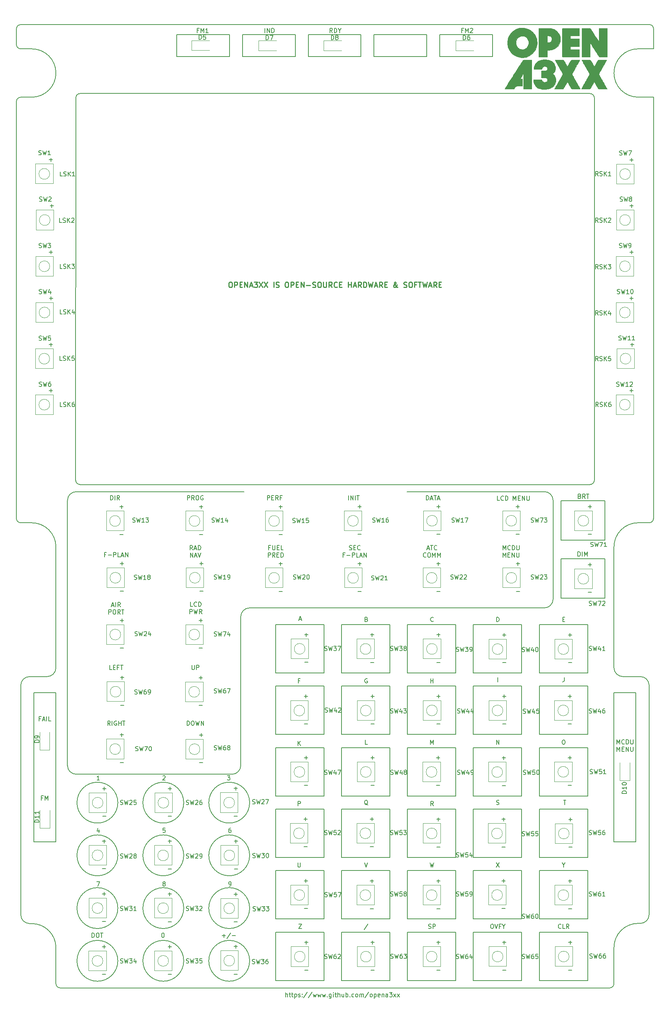
<source format=gbr>
%TF.GenerationSoftware,KiCad,Pcbnew,(5.1.9)-1*%
%TF.CreationDate,2021-06-21T17:11:14+02:00*%
%TF.ProjectId,opena3xx-mcdu,6f70656e-6133-4787-982d-6d6364752e6b,0.1*%
%TF.SameCoordinates,Original*%
%TF.FileFunction,Legend,Top*%
%TF.FilePolarity,Positive*%
%FSLAX46Y46*%
G04 Gerber Fmt 4.6, Leading zero omitted, Abs format (unit mm)*
G04 Created by KiCad (PCBNEW (5.1.9)-1) date 2021-06-21 17:11:14*
%MOMM*%
%LPD*%
G01*
G04 APERTURE LIST*
%ADD10C,0.250000*%
%ADD11C,0.150000*%
%ADD12C,0.200000*%
%ADD13C,0.010000*%
%ADD14C,0.120000*%
G04 APERTURE END LIST*
D10*
X81292514Y-83391457D02*
X81521085Y-83391457D01*
X81635371Y-83448600D01*
X81749657Y-83562885D01*
X81806800Y-83791457D01*
X81806800Y-84191457D01*
X81749657Y-84420028D01*
X81635371Y-84534314D01*
X81521085Y-84591457D01*
X81292514Y-84591457D01*
X81178228Y-84534314D01*
X81063942Y-84420028D01*
X81006800Y-84191457D01*
X81006800Y-83791457D01*
X81063942Y-83562885D01*
X81178228Y-83448600D01*
X81292514Y-83391457D01*
X82321085Y-84591457D02*
X82321085Y-83391457D01*
X82778228Y-83391457D01*
X82892514Y-83448600D01*
X82949657Y-83505742D01*
X83006800Y-83620028D01*
X83006800Y-83791457D01*
X82949657Y-83905742D01*
X82892514Y-83962885D01*
X82778228Y-84020028D01*
X82321085Y-84020028D01*
X83521085Y-83962885D02*
X83921085Y-83962885D01*
X84092514Y-84591457D02*
X83521085Y-84591457D01*
X83521085Y-83391457D01*
X84092514Y-83391457D01*
X84606800Y-84591457D02*
X84606800Y-83391457D01*
X85292514Y-84591457D01*
X85292514Y-83391457D01*
X85806800Y-84248600D02*
X86378228Y-84248600D01*
X85692514Y-84591457D02*
X86092514Y-83391457D01*
X86492514Y-84591457D01*
X86778228Y-83391457D02*
X87521085Y-83391457D01*
X87121085Y-83848600D01*
X87292514Y-83848600D01*
X87406800Y-83905742D01*
X87463942Y-83962885D01*
X87521085Y-84077171D01*
X87521085Y-84362885D01*
X87463942Y-84477171D01*
X87406800Y-84534314D01*
X87292514Y-84591457D01*
X86949657Y-84591457D01*
X86835371Y-84534314D01*
X86778228Y-84477171D01*
X87921085Y-83391457D02*
X88721085Y-84591457D01*
X88721085Y-83391457D02*
X87921085Y-84591457D01*
X89063942Y-83391457D02*
X89863942Y-84591457D01*
X89863942Y-83391457D02*
X89063942Y-84591457D01*
X91235371Y-84591457D02*
X91235371Y-83391457D01*
X91749657Y-84534314D02*
X91921085Y-84591457D01*
X92206800Y-84591457D01*
X92321085Y-84534314D01*
X92378228Y-84477171D01*
X92435371Y-84362885D01*
X92435371Y-84248600D01*
X92378228Y-84134314D01*
X92321085Y-84077171D01*
X92206800Y-84020028D01*
X91978228Y-83962885D01*
X91863942Y-83905742D01*
X91806800Y-83848600D01*
X91749657Y-83734314D01*
X91749657Y-83620028D01*
X91806800Y-83505742D01*
X91863942Y-83448600D01*
X91978228Y-83391457D01*
X92263942Y-83391457D01*
X92435371Y-83448600D01*
X94092514Y-83391457D02*
X94321085Y-83391457D01*
X94435371Y-83448600D01*
X94549657Y-83562885D01*
X94606800Y-83791457D01*
X94606800Y-84191457D01*
X94549657Y-84420028D01*
X94435371Y-84534314D01*
X94321085Y-84591457D01*
X94092514Y-84591457D01*
X93978228Y-84534314D01*
X93863942Y-84420028D01*
X93806800Y-84191457D01*
X93806800Y-83791457D01*
X93863942Y-83562885D01*
X93978228Y-83448600D01*
X94092514Y-83391457D01*
X95121085Y-84591457D02*
X95121085Y-83391457D01*
X95578228Y-83391457D01*
X95692514Y-83448600D01*
X95749657Y-83505742D01*
X95806800Y-83620028D01*
X95806800Y-83791457D01*
X95749657Y-83905742D01*
X95692514Y-83962885D01*
X95578228Y-84020028D01*
X95121085Y-84020028D01*
X96321085Y-83962885D02*
X96721085Y-83962885D01*
X96892514Y-84591457D02*
X96321085Y-84591457D01*
X96321085Y-83391457D01*
X96892514Y-83391457D01*
X97406800Y-84591457D02*
X97406800Y-83391457D01*
X98092514Y-84591457D01*
X98092514Y-83391457D01*
X98663942Y-84134314D02*
X99578228Y-84134314D01*
X100092514Y-84534314D02*
X100263942Y-84591457D01*
X100549657Y-84591457D01*
X100663942Y-84534314D01*
X100721085Y-84477171D01*
X100778228Y-84362885D01*
X100778228Y-84248600D01*
X100721085Y-84134314D01*
X100663942Y-84077171D01*
X100549657Y-84020028D01*
X100321085Y-83962885D01*
X100206800Y-83905742D01*
X100149657Y-83848600D01*
X100092514Y-83734314D01*
X100092514Y-83620028D01*
X100149657Y-83505742D01*
X100206800Y-83448600D01*
X100321085Y-83391457D01*
X100606800Y-83391457D01*
X100778228Y-83448600D01*
X101521085Y-83391457D02*
X101749657Y-83391457D01*
X101863942Y-83448600D01*
X101978228Y-83562885D01*
X102035371Y-83791457D01*
X102035371Y-84191457D01*
X101978228Y-84420028D01*
X101863942Y-84534314D01*
X101749657Y-84591457D01*
X101521085Y-84591457D01*
X101406800Y-84534314D01*
X101292514Y-84420028D01*
X101235371Y-84191457D01*
X101235371Y-83791457D01*
X101292514Y-83562885D01*
X101406800Y-83448600D01*
X101521085Y-83391457D01*
X102549657Y-83391457D02*
X102549657Y-84362885D01*
X102606800Y-84477171D01*
X102663942Y-84534314D01*
X102778228Y-84591457D01*
X103006800Y-84591457D01*
X103121085Y-84534314D01*
X103178228Y-84477171D01*
X103235371Y-84362885D01*
X103235371Y-83391457D01*
X104492514Y-84591457D02*
X104092514Y-84020028D01*
X103806800Y-84591457D02*
X103806800Y-83391457D01*
X104263942Y-83391457D01*
X104378228Y-83448600D01*
X104435371Y-83505742D01*
X104492514Y-83620028D01*
X104492514Y-83791457D01*
X104435371Y-83905742D01*
X104378228Y-83962885D01*
X104263942Y-84020028D01*
X103806800Y-84020028D01*
X105692514Y-84477171D02*
X105635371Y-84534314D01*
X105463942Y-84591457D01*
X105349657Y-84591457D01*
X105178228Y-84534314D01*
X105063942Y-84420028D01*
X105006800Y-84305742D01*
X104949657Y-84077171D01*
X104949657Y-83905742D01*
X105006800Y-83677171D01*
X105063942Y-83562885D01*
X105178228Y-83448600D01*
X105349657Y-83391457D01*
X105463942Y-83391457D01*
X105635371Y-83448600D01*
X105692514Y-83505742D01*
X106206800Y-83962885D02*
X106606800Y-83962885D01*
X106778228Y-84591457D02*
X106206800Y-84591457D01*
X106206800Y-83391457D01*
X106778228Y-83391457D01*
X108206800Y-84591457D02*
X108206800Y-83391457D01*
X108206800Y-83962885D02*
X108892514Y-83962885D01*
X108892514Y-84591457D02*
X108892514Y-83391457D01*
X109406800Y-84248600D02*
X109978228Y-84248600D01*
X109292514Y-84591457D02*
X109692514Y-83391457D01*
X110092514Y-84591457D01*
X111178228Y-84591457D02*
X110778228Y-84020028D01*
X110492514Y-84591457D02*
X110492514Y-83391457D01*
X110949657Y-83391457D01*
X111063942Y-83448600D01*
X111121085Y-83505742D01*
X111178228Y-83620028D01*
X111178228Y-83791457D01*
X111121085Y-83905742D01*
X111063942Y-83962885D01*
X110949657Y-84020028D01*
X110492514Y-84020028D01*
X111692514Y-84591457D02*
X111692514Y-83391457D01*
X111978228Y-83391457D01*
X112149657Y-83448600D01*
X112263942Y-83562885D01*
X112321085Y-83677171D01*
X112378228Y-83905742D01*
X112378228Y-84077171D01*
X112321085Y-84305742D01*
X112263942Y-84420028D01*
X112149657Y-84534314D01*
X111978228Y-84591457D01*
X111692514Y-84591457D01*
X112778228Y-83391457D02*
X113063942Y-84591457D01*
X113292514Y-83734314D01*
X113521085Y-84591457D01*
X113806800Y-83391457D01*
X114206800Y-84248600D02*
X114778228Y-84248600D01*
X114092514Y-84591457D02*
X114492514Y-83391457D01*
X114892514Y-84591457D01*
X115978228Y-84591457D02*
X115578228Y-84020028D01*
X115292514Y-84591457D02*
X115292514Y-83391457D01*
X115749657Y-83391457D01*
X115863942Y-83448600D01*
X115921085Y-83505742D01*
X115978228Y-83620028D01*
X115978228Y-83791457D01*
X115921085Y-83905742D01*
X115863942Y-83962885D01*
X115749657Y-84020028D01*
X115292514Y-84020028D01*
X116492514Y-83962885D02*
X116892514Y-83962885D01*
X117063942Y-84591457D02*
X116492514Y-84591457D01*
X116492514Y-83391457D01*
X117063942Y-83391457D01*
X119463942Y-84591457D02*
X119406800Y-84591457D01*
X119292514Y-84534314D01*
X119121085Y-84362885D01*
X118835371Y-84020028D01*
X118721085Y-83848600D01*
X118663942Y-83677171D01*
X118663942Y-83562885D01*
X118721085Y-83448600D01*
X118835371Y-83391457D01*
X118892514Y-83391457D01*
X119006800Y-83448600D01*
X119063942Y-83562885D01*
X119063942Y-83620028D01*
X119006800Y-83734314D01*
X118949657Y-83791457D01*
X118606800Y-84020028D01*
X118549657Y-84077171D01*
X118492514Y-84191457D01*
X118492514Y-84362885D01*
X118549657Y-84477171D01*
X118606800Y-84534314D01*
X118721085Y-84591457D01*
X118892514Y-84591457D01*
X119006800Y-84534314D01*
X119063942Y-84477171D01*
X119235371Y-84248600D01*
X119292514Y-84077171D01*
X119292514Y-83962885D01*
X120835371Y-84534314D02*
X121006800Y-84591457D01*
X121292514Y-84591457D01*
X121406800Y-84534314D01*
X121463942Y-84477171D01*
X121521085Y-84362885D01*
X121521085Y-84248600D01*
X121463942Y-84134314D01*
X121406800Y-84077171D01*
X121292514Y-84020028D01*
X121063942Y-83962885D01*
X120949657Y-83905742D01*
X120892514Y-83848600D01*
X120835371Y-83734314D01*
X120835371Y-83620028D01*
X120892514Y-83505742D01*
X120949657Y-83448600D01*
X121063942Y-83391457D01*
X121349657Y-83391457D01*
X121521085Y-83448600D01*
X122263942Y-83391457D02*
X122492514Y-83391457D01*
X122606800Y-83448600D01*
X122721085Y-83562885D01*
X122778228Y-83791457D01*
X122778228Y-84191457D01*
X122721085Y-84420028D01*
X122606800Y-84534314D01*
X122492514Y-84591457D01*
X122263942Y-84591457D01*
X122149657Y-84534314D01*
X122035371Y-84420028D01*
X121978228Y-84191457D01*
X121978228Y-83791457D01*
X122035371Y-83562885D01*
X122149657Y-83448600D01*
X122263942Y-83391457D01*
X123692514Y-83962885D02*
X123292514Y-83962885D01*
X123292514Y-84591457D02*
X123292514Y-83391457D01*
X123863942Y-83391457D01*
X124149657Y-83391457D02*
X124835371Y-83391457D01*
X124492514Y-84591457D02*
X124492514Y-83391457D01*
X125121085Y-83391457D02*
X125406800Y-84591457D01*
X125635371Y-83734314D01*
X125863942Y-84591457D01*
X126149657Y-83391457D01*
X126549657Y-84248600D02*
X127121085Y-84248600D01*
X126435371Y-84591457D02*
X126835371Y-83391457D01*
X127235371Y-84591457D01*
X128321085Y-84591457D02*
X127921085Y-84020028D01*
X127635371Y-84591457D02*
X127635371Y-83391457D01*
X128092514Y-83391457D01*
X128206800Y-83448600D01*
X128263942Y-83505742D01*
X128321085Y-83620028D01*
X128321085Y-83791457D01*
X128263942Y-83905742D01*
X128206800Y-83962885D01*
X128092514Y-84020028D01*
X127635371Y-84020028D01*
X128835371Y-83962885D02*
X129235371Y-83962885D01*
X129406800Y-84591457D02*
X128835371Y-84591457D01*
X128835371Y-83391457D01*
X129406800Y-83391457D01*
D11*
X72817123Y-157234380D02*
X72340933Y-157234380D01*
X72340933Y-156234380D01*
X73721885Y-157139142D02*
X73674266Y-157186761D01*
X73531409Y-157234380D01*
X73436171Y-157234380D01*
X73293314Y-157186761D01*
X73198076Y-157091523D01*
X73150457Y-156996285D01*
X73102838Y-156805809D01*
X73102838Y-156662952D01*
X73150457Y-156472476D01*
X73198076Y-156377238D01*
X73293314Y-156282000D01*
X73436171Y-156234380D01*
X73531409Y-156234380D01*
X73674266Y-156282000D01*
X73721885Y-156329619D01*
X74150457Y-157234380D02*
X74150457Y-156234380D01*
X74388552Y-156234380D01*
X74531409Y-156282000D01*
X74626647Y-156377238D01*
X74674266Y-156472476D01*
X74721885Y-156662952D01*
X74721885Y-156805809D01*
X74674266Y-156996285D01*
X74626647Y-157091523D01*
X74531409Y-157186761D01*
X74388552Y-157234380D01*
X74150457Y-157234380D01*
X72174266Y-158884380D02*
X72174266Y-157884380D01*
X72555219Y-157884380D01*
X72650457Y-157932000D01*
X72698076Y-157979619D01*
X72745695Y-158074857D01*
X72745695Y-158217714D01*
X72698076Y-158312952D01*
X72650457Y-158360571D01*
X72555219Y-158408190D01*
X72174266Y-158408190D01*
X73079028Y-157884380D02*
X73317123Y-158884380D01*
X73507600Y-158170095D01*
X73698076Y-158884380D01*
X73936171Y-157884380D01*
X74888552Y-158884380D02*
X74555219Y-158408190D01*
X74317123Y-158884380D02*
X74317123Y-157884380D01*
X74698076Y-157884380D01*
X74793314Y-157932000D01*
X74840933Y-157979619D01*
X74888552Y-158074857D01*
X74888552Y-158217714D01*
X74840933Y-158312952D01*
X74793314Y-158360571D01*
X74698076Y-158408190D01*
X74317123Y-158408190D01*
D12*
X176733200Y-24790400D02*
G75*
G02*
X177698400Y-25755600I0J-965200D01*
G01*
D11*
X142653142Y-133091180D02*
X142176952Y-133091180D01*
X142176952Y-132091180D01*
X143557904Y-132995942D02*
X143510285Y-133043561D01*
X143367428Y-133091180D01*
X143272190Y-133091180D01*
X143129333Y-133043561D01*
X143034095Y-132948323D01*
X142986476Y-132853085D01*
X142938857Y-132662609D01*
X142938857Y-132519752D01*
X142986476Y-132329276D01*
X143034095Y-132234038D01*
X143129333Y-132138800D01*
X143272190Y-132091180D01*
X143367428Y-132091180D01*
X143510285Y-132138800D01*
X143557904Y-132186419D01*
X143986476Y-133091180D02*
X143986476Y-132091180D01*
X144224571Y-132091180D01*
X144367428Y-132138800D01*
X144462666Y-132234038D01*
X144510285Y-132329276D01*
X144557904Y-132519752D01*
X144557904Y-132662609D01*
X144510285Y-132853085D01*
X144462666Y-132948323D01*
X144367428Y-133043561D01*
X144224571Y-133091180D01*
X143986476Y-133091180D01*
X145748380Y-133091180D02*
X145748380Y-132091180D01*
X146081714Y-132805466D01*
X146415047Y-132091180D01*
X146415047Y-133091180D01*
X146891238Y-132567371D02*
X147224571Y-132567371D01*
X147367428Y-133091180D02*
X146891238Y-133091180D01*
X146891238Y-132091180D01*
X147367428Y-132091180D01*
X147796000Y-133091180D02*
X147796000Y-132091180D01*
X148367428Y-133091180D01*
X148367428Y-132091180D01*
X148843619Y-132091180D02*
X148843619Y-132900704D01*
X148891238Y-132995942D01*
X148938857Y-133043561D01*
X149034095Y-133091180D01*
X149224571Y-133091180D01*
X149319809Y-133043561D01*
X149367428Y-132995942D01*
X149415047Y-132900704D01*
X149415047Y-132091180D01*
D12*
X121615200Y-131099456D02*
X152830386Y-131099456D01*
X156649049Y-133124352D02*
X166649049Y-133124352D01*
X156649049Y-142124351D02*
X156649049Y-133124352D01*
X156649049Y-146376904D02*
X166649049Y-146376904D01*
X156649049Y-155376904D02*
X156649049Y-146376904D01*
X166649049Y-155376904D02*
X156649049Y-155376904D01*
X166649049Y-133124352D02*
X166649049Y-142124351D01*
X166649049Y-146376904D02*
X166649049Y-155376904D01*
X166649049Y-142124351D02*
X156649049Y-142124351D01*
X174183009Y-41315269D02*
G75*
G02*
X174183009Y-30315269I0J5500000D01*
G01*
X177683009Y-137186952D02*
X177683009Y-41315269D01*
X177683009Y-41315269D02*
X174183009Y-41315269D01*
X177682864Y-25803859D02*
X177682864Y-30315269D01*
X177682864Y-30315269D02*
X174183009Y-30315269D01*
X35683010Y-229406408D02*
X36183010Y-229406408D01*
X32683010Y-42321666D02*
G75*
G02*
X33683010Y-41321666I1000000J0D01*
G01*
X33683010Y-30321666D02*
X36183010Y-30321666D01*
X55768664Y-213880785D02*
G75*
G03*
X55768664Y-213880785I-4650000J0D01*
G01*
X33683010Y-30321666D02*
X33683010Y-30321666D01*
X36183010Y-229406408D02*
G75*
G02*
X41683010Y-234906408I0J-5500000D01*
G01*
X41683010Y-210813804D02*
X41683010Y-176813804D01*
X33683010Y-24803859D02*
X33683010Y-24803859D01*
X33683010Y-138186952D02*
X36183010Y-138186952D01*
X32683010Y-29321666D02*
X32683010Y-25803859D01*
X164220400Y-128489200D02*
G75*
G02*
X163220400Y-129489200I-1000000J0D01*
G01*
X47177200Y-129473200D02*
G75*
G02*
X46177200Y-128473200I0J1000000D01*
G01*
X85768664Y-225880785D02*
G75*
G03*
X85768664Y-225880785I-4650000J0D01*
G01*
X163220400Y-40487600D02*
X47142400Y-40487600D01*
X32683010Y-59954691D02*
X32683010Y-42321666D01*
X46212000Y-41452800D02*
X46177200Y-128473200D01*
X168683009Y-243056155D02*
X168683009Y-234861291D01*
X32683010Y-29321666D02*
X32683010Y-29321666D01*
X174183009Y-229361291D02*
X174683009Y-229361291D01*
X85768664Y-201880785D02*
G75*
G03*
X85768664Y-201880785I-4650000J0D01*
G01*
X85768664Y-213880785D02*
G75*
G03*
X85768664Y-213880785I-4650000J0D01*
G01*
X41683010Y-171186952D02*
G75*
G02*
X39683010Y-173186952I-2000000J0D01*
G01*
X36183010Y-41321666D02*
X33683010Y-41321666D01*
X168683009Y-234861291D02*
G75*
G02*
X174183009Y-229361291I5500000J0D01*
G01*
X164220400Y-128489200D02*
X164220400Y-41487600D01*
X85768664Y-237880785D02*
G75*
G03*
X85768664Y-237880785I-4650000J0D01*
G01*
X168683009Y-243056155D02*
G75*
G02*
X167683009Y-244056155I-1000000J0D01*
G01*
X96141397Y-27075279D02*
X84141397Y-27075279D01*
X96141397Y-32075279D02*
X96141397Y-27075279D01*
X55768664Y-237880785D02*
G75*
G03*
X55768664Y-237880785I-4650000J0D01*
G01*
X41683010Y-234906408D02*
X41683010Y-243056155D01*
X70768664Y-225880785D02*
G75*
G03*
X70768664Y-225880785I-4650000J0D01*
G01*
X46212000Y-41452800D02*
G75*
G02*
X47177200Y-40487600I965200J0D01*
G01*
X33683010Y-41321666D02*
X33683010Y-41321666D01*
X47193200Y-129489200D02*
X163220400Y-129489200D01*
X33683010Y-30321666D02*
G75*
G02*
X32683010Y-29321666I0J1000000D01*
G01*
X32683010Y-25803859D02*
X32683010Y-25803859D01*
X84141397Y-27075279D02*
X84141397Y-32075279D01*
X32683010Y-25803859D02*
G75*
G02*
X33683010Y-24803859I1000000J0D01*
G01*
X176682864Y-24803859D02*
X33683010Y-24803859D01*
X163220400Y-40487600D02*
G75*
G02*
X164220400Y-41487600I0J-1000000D01*
G01*
X33683010Y-138186952D02*
G75*
G02*
X32683010Y-137186952I0J1000000D01*
G01*
X70768664Y-213880785D02*
G75*
G03*
X70768664Y-213880785I-4650000J0D01*
G01*
X41683010Y-176813804D02*
X41683010Y-210813804D01*
X84141397Y-32075279D02*
X96141397Y-32075279D01*
X136687000Y-203359320D02*
X136687000Y-214359320D01*
X121687000Y-242359320D02*
X132687000Y-242359320D01*
X36183010Y-30321666D02*
G75*
G02*
X36183010Y-41321666I0J-5500000D01*
G01*
X91687001Y-231359320D02*
X91687001Y-242359320D01*
X121687000Y-203359320D02*
X121687000Y-214359320D01*
X117687000Y-214359320D02*
X117687000Y-203359320D01*
X36183010Y-138186952D02*
G75*
G02*
X41683010Y-143686952I0J-5500000D01*
G01*
X132687000Y-203359320D02*
X121687000Y-203359320D01*
X91687001Y-242359320D02*
X102687001Y-242359320D01*
X106687000Y-203359320D02*
X106687000Y-214359320D01*
X106687000Y-231359320D02*
X106687000Y-242359320D01*
X102687001Y-231359320D02*
X91687001Y-231359320D01*
X147687000Y-214359320D02*
X147687000Y-203359320D01*
X106687000Y-242359320D02*
X117687000Y-242359320D01*
X132687000Y-231359320D02*
X121687000Y-231359320D01*
X132687000Y-242359320D02*
X132687000Y-231359320D01*
X121687000Y-231359320D02*
X121687000Y-242359320D01*
X117687000Y-228359320D02*
X117687000Y-217359320D01*
X91687001Y-217359320D02*
X91687001Y-228359320D01*
X121687000Y-228359320D02*
X132687000Y-228359320D01*
X102687001Y-203359320D02*
X91687001Y-203359320D01*
X106687000Y-228359320D02*
X117687000Y-228359320D01*
X136687000Y-214359320D02*
X147687000Y-214359320D01*
X41683010Y-176813804D02*
X36683010Y-176813804D01*
X106687000Y-217359320D02*
X106687000Y-228359320D01*
X151687000Y-242359320D02*
X162687000Y-242359320D01*
X35684022Y-173186952D02*
X35684020Y-173191123D01*
X117687000Y-242359320D02*
X117687000Y-231359320D01*
X121687000Y-200359320D02*
X132687000Y-200359320D01*
X102687001Y-242359320D02*
X102687001Y-231359320D01*
X35683010Y-229406408D02*
G75*
G02*
X33683010Y-227405849I0J2000000D01*
G01*
X132687000Y-217359320D02*
X121687000Y-217359320D01*
X102687001Y-214359320D02*
X102687001Y-203359320D01*
X91687001Y-203359320D02*
X91687001Y-214359320D01*
X151687000Y-231359320D02*
X151687000Y-242359320D01*
X91687001Y-228359320D02*
X102687001Y-228359320D01*
X106687000Y-214359320D02*
X117687000Y-214359320D01*
X69171397Y-27075279D02*
X69171397Y-32075279D01*
X132687000Y-228359320D02*
X132687000Y-217359320D01*
X121687000Y-217359320D02*
X121687000Y-228359320D01*
X121687000Y-214359320D02*
X132687000Y-214359320D01*
X147687000Y-203359320D02*
X136687000Y-203359320D01*
X117687000Y-203359320D02*
X106687000Y-203359320D01*
X132687000Y-200359320D02*
X132687000Y-189359320D01*
X162687000Y-242359320D02*
X162687000Y-231359320D01*
X55768664Y-225880785D02*
G75*
G03*
X55768664Y-225880785I-4650000J0D01*
G01*
X132687000Y-189359320D02*
X121687000Y-189359320D01*
X91687001Y-214359320D02*
X102687001Y-214359320D01*
X102687001Y-217359320D02*
X91687001Y-217359320D01*
X121687000Y-189359320D02*
X121687000Y-200359320D01*
X132687000Y-214359320D02*
X132687000Y-203359320D01*
X39683010Y-173186952D02*
X35684022Y-173186952D01*
X102687001Y-228359320D02*
X102687001Y-217359320D01*
X117687000Y-217359320D02*
X106687000Y-217359320D01*
X81171397Y-27075279D02*
X69171397Y-27075279D01*
X55768664Y-201880785D02*
G75*
G03*
X55768664Y-201880785I-4650000J0D01*
G01*
X41683010Y-210813804D02*
X36683010Y-210813804D01*
X117687000Y-231359320D02*
X106687000Y-231359320D01*
X81171397Y-32075279D02*
X81171397Y-27075279D01*
X69171397Y-32075279D02*
X81171397Y-32075279D01*
X162687000Y-231359320D02*
X151687000Y-231359320D01*
X32683010Y-59954691D02*
X32683010Y-137186952D01*
X162687000Y-214359320D02*
X162687000Y-203359320D01*
X151687000Y-217359320D02*
X151687000Y-228359320D01*
X70768664Y-201880785D02*
G75*
G03*
X70768664Y-201880785I-4650000J0D01*
G01*
X111111396Y-32075279D02*
X111111396Y-27075279D01*
X136687000Y-217359320D02*
X136687000Y-228359320D01*
X36683010Y-176813804D02*
X41683010Y-176813804D01*
X147687000Y-228359320D02*
X147687000Y-217359320D01*
X117687000Y-172359320D02*
X117687000Y-161359320D01*
X33683010Y-175191123D02*
G75*
G02*
X35684020Y-173191123I2000000J0D01*
G01*
X106687000Y-172359320D02*
X117687000Y-172359320D01*
X151687000Y-228359320D02*
X162687000Y-228359320D01*
X117687000Y-200359320D02*
X117687000Y-189359320D01*
X106687000Y-189359320D02*
X106687000Y-200359320D01*
X91687001Y-200359320D02*
X102687001Y-200359320D01*
X102687001Y-186359320D02*
X102687001Y-175359320D01*
X117687000Y-186359320D02*
X117687000Y-175359320D01*
X141051396Y-27075279D02*
X129051396Y-27075279D01*
X42683010Y-244056155D02*
X167683009Y-244056155D01*
X106687000Y-175359320D02*
X106687000Y-186359320D01*
X147687000Y-200359320D02*
X147687000Y-189359320D01*
X106687000Y-161359320D02*
X106687000Y-172359320D01*
X126081396Y-32075279D02*
X126081396Y-27075279D01*
X91687001Y-189359320D02*
X91687001Y-200359320D01*
X111111396Y-27075279D02*
X99111397Y-27075279D01*
X102687001Y-175359320D02*
X91687001Y-175359320D01*
X136687000Y-242359320D02*
X147687000Y-242359320D01*
X151687000Y-203359320D02*
X151687000Y-214359320D01*
X106687000Y-200359320D02*
X117687000Y-200359320D01*
X129051396Y-32075279D02*
X141051396Y-32075279D01*
X176683008Y-227353854D02*
G75*
G02*
X174683009Y-229361291I-1999999J-7424D01*
G01*
X151687000Y-214359320D02*
X162687000Y-214359320D01*
X114081396Y-27075279D02*
X114081396Y-32075279D01*
X70768664Y-237880785D02*
G75*
G03*
X70768664Y-237880785I-4650000J0D01*
G01*
X126081396Y-27075279D02*
X114081396Y-27075279D01*
X141051396Y-32075279D02*
X141051396Y-27075279D01*
X136687000Y-231359320D02*
X136687000Y-242359320D01*
X91687001Y-186359320D02*
X102687001Y-186359320D01*
X162687000Y-203359320D02*
X151687000Y-203359320D01*
X147687000Y-217359320D02*
X136687000Y-217359320D01*
X129051396Y-27075279D02*
X129051396Y-32075279D01*
X147687000Y-231359320D02*
X136687000Y-231359320D01*
X147687000Y-242359320D02*
X147687000Y-231359320D01*
X136687000Y-228359320D02*
X147687000Y-228359320D01*
X36683010Y-176813804D02*
X36683010Y-210813804D01*
X162687000Y-228359320D02*
X162687000Y-217359320D01*
X117687000Y-189359320D02*
X106687000Y-189359320D01*
X91687001Y-175359320D02*
X91687001Y-186359320D01*
X102687001Y-161359320D02*
X91687001Y-161359320D01*
X102687001Y-172359320D02*
X102687001Y-161359320D01*
X176683009Y-175146027D02*
X176683009Y-227353853D01*
X33683010Y-175191123D02*
X33683010Y-227405849D01*
X99111397Y-32075279D02*
X111111396Y-32075279D01*
X117687000Y-161359320D02*
X106687000Y-161359320D01*
X106687000Y-186359320D02*
X117687000Y-186359320D01*
X91687001Y-172359320D02*
X102687001Y-172359320D01*
X117687000Y-175359320D02*
X106687000Y-175359320D01*
X36683010Y-210813804D02*
X41683010Y-210813804D01*
X162687000Y-217359320D02*
X151687000Y-217359320D01*
X102687001Y-200359320D02*
X102687001Y-189359320D01*
X102687001Y-189359320D02*
X91687001Y-189359320D01*
X114081396Y-32075279D02*
X126081396Y-32075279D01*
X91687001Y-161359320D02*
X91687001Y-172359320D01*
X99111397Y-27075279D02*
X99111397Y-32075279D01*
X42683010Y-244056155D02*
G75*
G02*
X41683010Y-243056155I0J1000000D01*
G01*
X151687000Y-175359320D02*
X151687000Y-186359320D01*
X173661953Y-176813804D02*
X168661953Y-176813804D01*
X136687000Y-186359320D02*
X147687000Y-186359320D01*
X162687000Y-189359320D02*
X151687000Y-189359320D01*
X168683009Y-171186952D02*
X168683009Y-143686952D01*
X46309596Y-131099456D02*
X84531200Y-131114800D01*
X136687000Y-175359320D02*
X136687000Y-186359320D01*
X168683009Y-143686952D02*
G75*
G02*
X174183009Y-138186952I5500000J0D01*
G01*
X132687000Y-161359320D02*
X121687000Y-161359320D01*
X174183009Y-138186952D02*
X176683009Y-138186952D01*
X132687000Y-172359320D02*
X132687000Y-161359320D01*
X177683009Y-137186952D02*
G75*
G02*
X176683009Y-138186952I-1000000J0D01*
G01*
X151687000Y-189359320D02*
X151687000Y-200359320D01*
X81743608Y-195428296D02*
X46309596Y-195428296D01*
X136687000Y-161359320D02*
X136687000Y-172359320D01*
X162687000Y-186359320D02*
X162687000Y-175359320D01*
X83743608Y-159558036D02*
G75*
G02*
X85743608Y-157558036I2000000J0D01*
G01*
X174683009Y-173186952D02*
X170683009Y-173186952D01*
X41683010Y-143686952D02*
X41683010Y-171186952D01*
X136687000Y-200359320D02*
X147687000Y-200359320D01*
X136687000Y-189359320D02*
X136687000Y-200359320D01*
X121687000Y-161359320D02*
X121687000Y-172359320D01*
X83743608Y-159558036D02*
X83743608Y-193428296D01*
X151687000Y-186359320D02*
X162687000Y-186359320D01*
X151687000Y-200359320D02*
X162687000Y-200359320D01*
X121687000Y-186359320D02*
X132687000Y-186359320D01*
X147687000Y-186359320D02*
X147687000Y-175359320D01*
X132687000Y-175359320D02*
X121687000Y-175359320D01*
X44309596Y-193428296D02*
X44309596Y-133099456D01*
X162687000Y-175359320D02*
X151687000Y-175359320D01*
X147687000Y-189359320D02*
X136687000Y-189359320D01*
X174683009Y-173186953D02*
G75*
G02*
X176683009Y-175146027I0J-2000427D01*
G01*
X121687000Y-172359320D02*
X132687000Y-172359320D01*
X168661953Y-210813804D02*
X173661953Y-210813804D01*
X147687000Y-175359320D02*
X136687000Y-175359320D01*
X147687000Y-161359320D02*
X136687000Y-161359320D01*
X147687000Y-172359320D02*
X147687000Y-161359320D01*
X173661953Y-210813804D02*
X173661953Y-176813804D01*
X44309596Y-133099456D02*
G75*
G02*
X46309596Y-131099456I2000000J0D01*
G01*
X162687000Y-200359320D02*
X162687000Y-189359320D01*
X121687000Y-175359320D02*
X121687000Y-186359320D01*
X136687000Y-172359320D02*
X147687000Y-172359320D01*
X46309596Y-195428296D02*
G75*
G02*
X44309596Y-193428296I0J2000000D01*
G01*
X132687000Y-186359320D02*
X132687000Y-175359320D01*
X170683009Y-173186952D02*
G75*
G02*
X168683009Y-171186952I0J2000000D01*
G01*
X168661953Y-176813804D02*
X168661953Y-210813804D01*
X83743608Y-193428296D02*
G75*
G02*
X81743608Y-195428296I-2000000J0D01*
G01*
X152830386Y-157558036D02*
X85743608Y-157558036D01*
X154830386Y-155558036D02*
G75*
G02*
X152830386Y-157558036I-2000000J0D01*
G01*
X162687000Y-161359320D02*
X151687000Y-161359320D01*
X151687000Y-161359320D02*
X151687000Y-172359320D01*
X154830386Y-133099456D02*
X154830386Y-155558036D01*
X151687000Y-172359320D02*
X162687000Y-172359320D01*
X152830386Y-131099456D02*
G75*
G02*
X154830386Y-133099456I0J-2000000D01*
G01*
X162687000Y-172359320D02*
X162687000Y-161359320D01*
D11*
X165074742Y-101328980D02*
X164741409Y-100852790D01*
X164503314Y-101328980D02*
X164503314Y-100328980D01*
X164884266Y-100328980D01*
X164979504Y-100376600D01*
X165027123Y-100424219D01*
X165074742Y-100519457D01*
X165074742Y-100662314D01*
X165027123Y-100757552D01*
X164979504Y-100805171D01*
X164884266Y-100852790D01*
X164503314Y-100852790D01*
X165455695Y-101281361D02*
X165598552Y-101328980D01*
X165836647Y-101328980D01*
X165931885Y-101281361D01*
X165979504Y-101233742D01*
X166027123Y-101138504D01*
X166027123Y-101043266D01*
X165979504Y-100948028D01*
X165931885Y-100900409D01*
X165836647Y-100852790D01*
X165646171Y-100805171D01*
X165550933Y-100757552D01*
X165503314Y-100709933D01*
X165455695Y-100614695D01*
X165455695Y-100519457D01*
X165503314Y-100424219D01*
X165550933Y-100376600D01*
X165646171Y-100328980D01*
X165884266Y-100328980D01*
X166027123Y-100376600D01*
X166455695Y-101328980D02*
X166455695Y-100328980D01*
X167027123Y-101328980D02*
X166598552Y-100757552D01*
X167027123Y-100328980D02*
X166455695Y-100900409D01*
X167931885Y-100328980D02*
X167455695Y-100328980D01*
X167408076Y-100805171D01*
X167455695Y-100757552D01*
X167550933Y-100709933D01*
X167789028Y-100709933D01*
X167884266Y-100757552D01*
X167931885Y-100805171D01*
X167979504Y-100900409D01*
X167979504Y-101138504D01*
X167931885Y-101233742D01*
X167884266Y-101281361D01*
X167789028Y-101328980D01*
X167550933Y-101328980D01*
X167455695Y-101281361D01*
X167408076Y-101233742D01*
X66008285Y-195838819D02*
X66055904Y-195791200D01*
X66151142Y-195743580D01*
X66389238Y-195743580D01*
X66484476Y-195791200D01*
X66532095Y-195838819D01*
X66579714Y-195934057D01*
X66579714Y-196029295D01*
X66532095Y-196172152D01*
X65960666Y-196743580D01*
X66579714Y-196743580D01*
X51593714Y-196743580D02*
X51022285Y-196743580D01*
X51308000Y-196743580D02*
X51308000Y-195743580D01*
X51212761Y-195886438D01*
X51117523Y-195981676D01*
X51022285Y-196029295D01*
X80692666Y-195743580D02*
X81311714Y-195743580D01*
X80978380Y-196124533D01*
X81121238Y-196124533D01*
X81216476Y-196172152D01*
X81264095Y-196219771D01*
X81311714Y-196315009D01*
X81311714Y-196553104D01*
X81264095Y-196648342D01*
X81216476Y-196695961D01*
X81121238Y-196743580D01*
X80835523Y-196743580D01*
X80740285Y-196695961D01*
X80692666Y-196648342D01*
X169338857Y-188552580D02*
X169338857Y-187552580D01*
X169672190Y-188266866D01*
X170005523Y-187552580D01*
X170005523Y-188552580D01*
X171053142Y-188457342D02*
X171005523Y-188504961D01*
X170862666Y-188552580D01*
X170767428Y-188552580D01*
X170624571Y-188504961D01*
X170529333Y-188409723D01*
X170481714Y-188314485D01*
X170434095Y-188124009D01*
X170434095Y-187981152D01*
X170481714Y-187790676D01*
X170529333Y-187695438D01*
X170624571Y-187600200D01*
X170767428Y-187552580D01*
X170862666Y-187552580D01*
X171005523Y-187600200D01*
X171053142Y-187647819D01*
X171481714Y-188552580D02*
X171481714Y-187552580D01*
X171719809Y-187552580D01*
X171862666Y-187600200D01*
X171957904Y-187695438D01*
X172005523Y-187790676D01*
X172053142Y-187981152D01*
X172053142Y-188124009D01*
X172005523Y-188314485D01*
X171957904Y-188409723D01*
X171862666Y-188504961D01*
X171719809Y-188552580D01*
X171481714Y-188552580D01*
X172481714Y-187552580D02*
X172481714Y-188362104D01*
X172529333Y-188457342D01*
X172576952Y-188504961D01*
X172672190Y-188552580D01*
X172862666Y-188552580D01*
X172957904Y-188504961D01*
X173005523Y-188457342D01*
X173053142Y-188362104D01*
X173053142Y-187552580D01*
X169362666Y-190202580D02*
X169362666Y-189202580D01*
X169696000Y-189916866D01*
X170029333Y-189202580D01*
X170029333Y-190202580D01*
X170505523Y-189678771D02*
X170838857Y-189678771D01*
X170981714Y-190202580D02*
X170505523Y-190202580D01*
X170505523Y-189202580D01*
X170981714Y-189202580D01*
X171410285Y-190202580D02*
X171410285Y-189202580D01*
X171981714Y-190202580D01*
X171981714Y-189202580D01*
X172457904Y-189202580D02*
X172457904Y-190012104D01*
X172505523Y-190107342D01*
X172553142Y-190154961D01*
X172648380Y-190202580D01*
X172838857Y-190202580D01*
X172934095Y-190154961D01*
X172981714Y-190107342D01*
X173029333Y-190012104D01*
X173029333Y-189202580D01*
X38687428Y-200791771D02*
X38354095Y-200791771D01*
X38354095Y-201315580D02*
X38354095Y-200315580D01*
X38830285Y-200315580D01*
X39211238Y-201315580D02*
X39211238Y-200315580D01*
X39544571Y-201029866D01*
X39877904Y-200315580D01*
X39877904Y-201315580D01*
X38187428Y-182757771D02*
X37854095Y-182757771D01*
X37854095Y-183281580D02*
X37854095Y-182281580D01*
X38330285Y-182281580D01*
X38663619Y-182995866D02*
X39139809Y-182995866D01*
X38568380Y-183281580D02*
X38901714Y-182281580D01*
X39235047Y-183281580D01*
X39568380Y-183281580D02*
X39568380Y-182281580D01*
X40520761Y-183281580D02*
X40044571Y-183281580D01*
X40044571Y-182281580D01*
X156630761Y-230430342D02*
X156583142Y-230477961D01*
X156440285Y-230525580D01*
X156345047Y-230525580D01*
X156202190Y-230477961D01*
X156106952Y-230382723D01*
X156059333Y-230287485D01*
X156011714Y-230097009D01*
X156011714Y-229954152D01*
X156059333Y-229763676D01*
X156106952Y-229668438D01*
X156202190Y-229573200D01*
X156345047Y-229525580D01*
X156440285Y-229525580D01*
X156583142Y-229573200D01*
X156630761Y-229620819D01*
X157535523Y-230525580D02*
X157059333Y-230525580D01*
X157059333Y-229525580D01*
X158440285Y-230525580D02*
X158106952Y-230049390D01*
X157868857Y-230525580D02*
X157868857Y-229525580D01*
X158249809Y-229525580D01*
X158345047Y-229573200D01*
X158392666Y-229620819D01*
X158440285Y-229716057D01*
X158440285Y-229858914D01*
X158392666Y-229954152D01*
X158345047Y-230001771D01*
X158249809Y-230049390D01*
X157868857Y-230049390D01*
X140859047Y-229525580D02*
X141049523Y-229525580D01*
X141144761Y-229573200D01*
X141240000Y-229668438D01*
X141287619Y-229858914D01*
X141287619Y-230192247D01*
X141240000Y-230382723D01*
X141144761Y-230477961D01*
X141049523Y-230525580D01*
X140859047Y-230525580D01*
X140763809Y-230477961D01*
X140668571Y-230382723D01*
X140620952Y-230192247D01*
X140620952Y-229858914D01*
X140668571Y-229668438D01*
X140763809Y-229573200D01*
X140859047Y-229525580D01*
X141573333Y-229525580D02*
X141906666Y-230525580D01*
X142240000Y-229525580D01*
X142906666Y-230001771D02*
X142573333Y-230001771D01*
X142573333Y-230525580D02*
X142573333Y-229525580D01*
X143049523Y-229525580D01*
X143620952Y-230049390D02*
X143620952Y-230525580D01*
X143287619Y-229525580D02*
X143620952Y-230049390D01*
X143954285Y-229525580D01*
X126468285Y-230477961D02*
X126611142Y-230525580D01*
X126849238Y-230525580D01*
X126944476Y-230477961D01*
X126992095Y-230430342D01*
X127039714Y-230335104D01*
X127039714Y-230239866D01*
X126992095Y-230144628D01*
X126944476Y-230097009D01*
X126849238Y-230049390D01*
X126658761Y-230001771D01*
X126563523Y-229954152D01*
X126515904Y-229906533D01*
X126468285Y-229811295D01*
X126468285Y-229716057D01*
X126515904Y-229620819D01*
X126563523Y-229573200D01*
X126658761Y-229525580D01*
X126896857Y-229525580D01*
X127039714Y-229573200D01*
X127468285Y-230525580D02*
X127468285Y-229525580D01*
X127849238Y-229525580D01*
X127944476Y-229573200D01*
X127992095Y-229620819D01*
X128039714Y-229716057D01*
X128039714Y-229858914D01*
X127992095Y-229954152D01*
X127944476Y-230001771D01*
X127849238Y-230049390D01*
X127468285Y-230049390D01*
X112696571Y-229477961D02*
X111839428Y-230763676D01*
X96948666Y-229525580D02*
X97615333Y-229525580D01*
X96948666Y-230525580D01*
X97615333Y-230525580D01*
X157226000Y-216079390D02*
X157226000Y-216555580D01*
X156892666Y-215555580D02*
X157226000Y-216079390D01*
X157559333Y-215555580D01*
X141906666Y-215555580D02*
X142573333Y-216555580D01*
X142573333Y-215555580D02*
X141906666Y-216555580D01*
X126825428Y-215555580D02*
X127063523Y-216555580D01*
X127254000Y-215841295D01*
X127444476Y-216555580D01*
X127682571Y-215555580D01*
X111934666Y-215555580D02*
X112268000Y-216555580D01*
X112601333Y-215555580D01*
X96742285Y-215555580D02*
X96742285Y-216365104D01*
X96789904Y-216460342D01*
X96837523Y-216507961D01*
X96932761Y-216555580D01*
X97123238Y-216555580D01*
X97218476Y-216507961D01*
X97266095Y-216460342D01*
X97313714Y-216365104D01*
X97313714Y-215555580D01*
X157194285Y-201331580D02*
X157765714Y-201331580D01*
X157480000Y-202331580D02*
X157480000Y-201331580D01*
X141954285Y-202283961D02*
X142097142Y-202331580D01*
X142335238Y-202331580D01*
X142430476Y-202283961D01*
X142478095Y-202236342D01*
X142525714Y-202141104D01*
X142525714Y-202045866D01*
X142478095Y-201950628D01*
X142430476Y-201903009D01*
X142335238Y-201855390D01*
X142144761Y-201807771D01*
X142049523Y-201760152D01*
X142001904Y-201712533D01*
X141954285Y-201617295D01*
X141954285Y-201522057D01*
X142001904Y-201426819D01*
X142049523Y-201379200D01*
X142144761Y-201331580D01*
X142382857Y-201331580D01*
X142525714Y-201379200D01*
X127563523Y-202585580D02*
X127230190Y-202109390D01*
X126992095Y-202585580D02*
X126992095Y-201585580D01*
X127373047Y-201585580D01*
X127468285Y-201633200D01*
X127515904Y-201680819D01*
X127563523Y-201776057D01*
X127563523Y-201918914D01*
X127515904Y-202014152D01*
X127468285Y-202061771D01*
X127373047Y-202109390D01*
X126992095Y-202109390D01*
X112648952Y-202426819D02*
X112553714Y-202379200D01*
X112458476Y-202283961D01*
X112315619Y-202141104D01*
X112220380Y-202093485D01*
X112125142Y-202093485D01*
X112172761Y-202331580D02*
X112077523Y-202283961D01*
X111982285Y-202188723D01*
X111934666Y-201998247D01*
X111934666Y-201664914D01*
X111982285Y-201474438D01*
X112077523Y-201379200D01*
X112172761Y-201331580D01*
X112363238Y-201331580D01*
X112458476Y-201379200D01*
X112553714Y-201474438D01*
X112601333Y-201664914D01*
X112601333Y-201998247D01*
X112553714Y-202188723D01*
X112458476Y-202283961D01*
X112363238Y-202331580D01*
X112172761Y-202331580D01*
X96766095Y-202585580D02*
X96766095Y-201585580D01*
X97147047Y-201585580D01*
X97242285Y-201633200D01*
X97289904Y-201680819D01*
X97337523Y-201776057D01*
X97337523Y-201918914D01*
X97289904Y-202014152D01*
X97242285Y-202061771D01*
X97147047Y-202109390D01*
X96766095Y-202109390D01*
X157130761Y-187615580D02*
X157321238Y-187615580D01*
X157416476Y-187663200D01*
X157511714Y-187758438D01*
X157559333Y-187948914D01*
X157559333Y-188282247D01*
X157511714Y-188472723D01*
X157416476Y-188567961D01*
X157321238Y-188615580D01*
X157130761Y-188615580D01*
X157035523Y-188567961D01*
X156940285Y-188472723D01*
X156892666Y-188282247D01*
X156892666Y-187948914D01*
X156940285Y-187758438D01*
X157035523Y-187663200D01*
X157130761Y-187615580D01*
X141954285Y-188615580D02*
X141954285Y-187615580D01*
X142525714Y-188615580D01*
X142525714Y-187615580D01*
X126920666Y-188615580D02*
X126920666Y-187615580D01*
X127254000Y-188329866D01*
X127587333Y-187615580D01*
X127587333Y-188615580D01*
X112577523Y-188615580D02*
X112101333Y-188615580D01*
X112101333Y-187615580D01*
X96766095Y-188869580D02*
X96766095Y-187869580D01*
X97337523Y-188869580D02*
X96908952Y-188298152D01*
X97337523Y-187869580D02*
X96766095Y-188441009D01*
X157368857Y-173391580D02*
X157368857Y-174105866D01*
X157321238Y-174248723D01*
X157226000Y-174343961D01*
X157083142Y-174391580D01*
X156987904Y-174391580D01*
X142240000Y-174391580D02*
X142240000Y-173391580D01*
X126968285Y-174645580D02*
X126968285Y-173645580D01*
X126968285Y-174121771D02*
X127539714Y-174121771D01*
X127539714Y-174645580D02*
X127539714Y-173645580D01*
X112529904Y-173693200D02*
X112434666Y-173645580D01*
X112291809Y-173645580D01*
X112148952Y-173693200D01*
X112053714Y-173788438D01*
X112006095Y-173883676D01*
X111958476Y-174074152D01*
X111958476Y-174217009D01*
X112006095Y-174407485D01*
X112053714Y-174502723D01*
X112148952Y-174597961D01*
X112291809Y-174645580D01*
X112387047Y-174645580D01*
X112529904Y-174597961D01*
X112577523Y-174550342D01*
X112577523Y-174217009D01*
X112387047Y-174217009D01*
X97170857Y-174121771D02*
X96837523Y-174121771D01*
X96837523Y-174645580D02*
X96837523Y-173645580D01*
X97313714Y-173645580D01*
X157011714Y-160151771D02*
X157345047Y-160151771D01*
X157487904Y-160675580D02*
X157011714Y-160675580D01*
X157011714Y-159675580D01*
X157487904Y-159675580D01*
X141978095Y-160675580D02*
X141978095Y-159675580D01*
X142216190Y-159675580D01*
X142359047Y-159723200D01*
X142454285Y-159818438D01*
X142501904Y-159913676D01*
X142549523Y-160104152D01*
X142549523Y-160247009D01*
X142501904Y-160437485D01*
X142454285Y-160532723D01*
X142359047Y-160627961D01*
X142216190Y-160675580D01*
X141978095Y-160675580D01*
X127563523Y-160580342D02*
X127515904Y-160627961D01*
X127373047Y-160675580D01*
X127277809Y-160675580D01*
X127134952Y-160627961D01*
X127039714Y-160532723D01*
X126992095Y-160437485D01*
X126944476Y-160247009D01*
X126944476Y-160104152D01*
X126992095Y-159913676D01*
X127039714Y-159818438D01*
X127134952Y-159723200D01*
X127277809Y-159675580D01*
X127373047Y-159675580D01*
X127515904Y-159723200D01*
X127563523Y-159770819D01*
X112339428Y-160151771D02*
X112482285Y-160199390D01*
X112529904Y-160247009D01*
X112577523Y-160342247D01*
X112577523Y-160485104D01*
X112529904Y-160580342D01*
X112482285Y-160627961D01*
X112387047Y-160675580D01*
X112006095Y-160675580D01*
X112006095Y-159675580D01*
X112339428Y-159675580D01*
X112434666Y-159723200D01*
X112482285Y-159770819D01*
X112529904Y-159866057D01*
X112529904Y-159961295D01*
X112482285Y-160056533D01*
X112434666Y-160104152D01*
X112339428Y-160151771D01*
X112006095Y-160151771D01*
X97043904Y-160135866D02*
X97520095Y-160135866D01*
X96948666Y-160421580D02*
X97282000Y-159421580D01*
X97615333Y-160421580D01*
X79502190Y-232176628D02*
X80264095Y-232176628D01*
X79883142Y-232557580D02*
X79883142Y-231795676D01*
X81454571Y-231509961D02*
X80597428Y-232795676D01*
X81787904Y-232176628D02*
X82549809Y-232176628D01*
X65992380Y-231557580D02*
X66087619Y-231557580D01*
X66182857Y-231605200D01*
X66230476Y-231652819D01*
X66278095Y-231748057D01*
X66325714Y-231938533D01*
X66325714Y-232176628D01*
X66278095Y-232367104D01*
X66230476Y-232462342D01*
X66182857Y-232509961D01*
X66087619Y-232557580D01*
X65992380Y-232557580D01*
X65897142Y-232509961D01*
X65849523Y-232462342D01*
X65801904Y-232367104D01*
X65754285Y-232176628D01*
X65754285Y-231938533D01*
X65801904Y-231748057D01*
X65849523Y-231652819D01*
X65897142Y-231605200D01*
X65992380Y-231557580D01*
X49887333Y-232557580D02*
X49887333Y-231557580D01*
X50125428Y-231557580D01*
X50268285Y-231605200D01*
X50363523Y-231700438D01*
X50411142Y-231795676D01*
X50458761Y-231986152D01*
X50458761Y-232129009D01*
X50411142Y-232319485D01*
X50363523Y-232414723D01*
X50268285Y-232509961D01*
X50125428Y-232557580D01*
X49887333Y-232557580D01*
X51077809Y-231557580D02*
X51268285Y-231557580D01*
X51363523Y-231605200D01*
X51458761Y-231700438D01*
X51506380Y-231890914D01*
X51506380Y-232224247D01*
X51458761Y-232414723D01*
X51363523Y-232509961D01*
X51268285Y-232557580D01*
X51077809Y-232557580D01*
X50982571Y-232509961D01*
X50887333Y-232414723D01*
X50839714Y-232224247D01*
X50839714Y-231890914D01*
X50887333Y-231700438D01*
X50982571Y-231605200D01*
X51077809Y-231557580D01*
X51792095Y-231557580D02*
X52363523Y-231557580D01*
X52077809Y-232557580D02*
X52077809Y-231557580D01*
X81089523Y-220873580D02*
X81280000Y-220873580D01*
X81375238Y-220825961D01*
X81422857Y-220778342D01*
X81518095Y-220635485D01*
X81565714Y-220445009D01*
X81565714Y-220064057D01*
X81518095Y-219968819D01*
X81470476Y-219921200D01*
X81375238Y-219873580D01*
X81184761Y-219873580D01*
X81089523Y-219921200D01*
X81041904Y-219968819D01*
X80994285Y-220064057D01*
X80994285Y-220302152D01*
X81041904Y-220397390D01*
X81089523Y-220445009D01*
X81184761Y-220492628D01*
X81375238Y-220492628D01*
X81470476Y-220445009D01*
X81518095Y-220397390D01*
X81565714Y-220302152D01*
X66198761Y-220302152D02*
X66103523Y-220254533D01*
X66055904Y-220206914D01*
X66008285Y-220111676D01*
X66008285Y-220064057D01*
X66055904Y-219968819D01*
X66103523Y-219921200D01*
X66198761Y-219873580D01*
X66389238Y-219873580D01*
X66484476Y-219921200D01*
X66532095Y-219968819D01*
X66579714Y-220064057D01*
X66579714Y-220111676D01*
X66532095Y-220206914D01*
X66484476Y-220254533D01*
X66389238Y-220302152D01*
X66198761Y-220302152D01*
X66103523Y-220349771D01*
X66055904Y-220397390D01*
X66008285Y-220492628D01*
X66008285Y-220683104D01*
X66055904Y-220778342D01*
X66103523Y-220825961D01*
X66198761Y-220873580D01*
X66389238Y-220873580D01*
X66484476Y-220825961D01*
X66532095Y-220778342D01*
X66579714Y-220683104D01*
X66579714Y-220492628D01*
X66532095Y-220397390D01*
X66484476Y-220349771D01*
X66389238Y-220302152D01*
X50974666Y-219873580D02*
X51641333Y-219873580D01*
X51212761Y-220873580D01*
X81470476Y-207681580D02*
X81280000Y-207681580D01*
X81184761Y-207729200D01*
X81137142Y-207776819D01*
X81041904Y-207919676D01*
X80994285Y-208110152D01*
X80994285Y-208491104D01*
X81041904Y-208586342D01*
X81089523Y-208633961D01*
X81184761Y-208681580D01*
X81375238Y-208681580D01*
X81470476Y-208633961D01*
X81518095Y-208586342D01*
X81565714Y-208491104D01*
X81565714Y-208253009D01*
X81518095Y-208157771D01*
X81470476Y-208110152D01*
X81375238Y-208062533D01*
X81184761Y-208062533D01*
X81089523Y-208110152D01*
X81041904Y-208157771D01*
X80994285Y-208253009D01*
X66532095Y-207681580D02*
X66055904Y-207681580D01*
X66008285Y-208157771D01*
X66055904Y-208110152D01*
X66151142Y-208062533D01*
X66389238Y-208062533D01*
X66484476Y-208110152D01*
X66532095Y-208157771D01*
X66579714Y-208253009D01*
X66579714Y-208491104D01*
X66532095Y-208586342D01*
X66484476Y-208633961D01*
X66389238Y-208681580D01*
X66151142Y-208681580D01*
X66055904Y-208633961D01*
X66008285Y-208586342D01*
X51498476Y-208014914D02*
X51498476Y-208681580D01*
X51260380Y-207633961D02*
X51022285Y-208348247D01*
X51641333Y-208348247D01*
X54038666Y-184297580D02*
X53705333Y-183821390D01*
X53467238Y-184297580D02*
X53467238Y-183297580D01*
X53848190Y-183297580D01*
X53943428Y-183345200D01*
X53991047Y-183392819D01*
X54038666Y-183488057D01*
X54038666Y-183630914D01*
X53991047Y-183726152D01*
X53943428Y-183773771D01*
X53848190Y-183821390D01*
X53467238Y-183821390D01*
X54467238Y-184297580D02*
X54467238Y-183297580D01*
X55467238Y-183345200D02*
X55372000Y-183297580D01*
X55229142Y-183297580D01*
X55086285Y-183345200D01*
X54991047Y-183440438D01*
X54943428Y-183535676D01*
X54895809Y-183726152D01*
X54895809Y-183869009D01*
X54943428Y-184059485D01*
X54991047Y-184154723D01*
X55086285Y-184249961D01*
X55229142Y-184297580D01*
X55324380Y-184297580D01*
X55467238Y-184249961D01*
X55514857Y-184202342D01*
X55514857Y-183869009D01*
X55324380Y-183869009D01*
X55943428Y-184297580D02*
X55943428Y-183297580D01*
X55943428Y-183773771D02*
X56514857Y-183773771D01*
X56514857Y-184297580D02*
X56514857Y-183297580D01*
X56848190Y-183297580D02*
X57419619Y-183297580D01*
X57133904Y-184297580D02*
X57133904Y-183297580D01*
X54419619Y-171597580D02*
X53943428Y-171597580D01*
X53943428Y-170597580D01*
X54752952Y-171073771D02*
X55086285Y-171073771D01*
X55229142Y-171597580D02*
X54752952Y-171597580D01*
X54752952Y-170597580D01*
X55229142Y-170597580D01*
X55991047Y-171073771D02*
X55657714Y-171073771D01*
X55657714Y-171597580D02*
X55657714Y-170597580D01*
X56133904Y-170597580D01*
X56372000Y-170597580D02*
X56943428Y-170597580D01*
X56657714Y-171597580D02*
X56657714Y-170597580D01*
X71525047Y-184297580D02*
X71525047Y-183297580D01*
X71763142Y-183297580D01*
X71906000Y-183345200D01*
X72001238Y-183440438D01*
X72048857Y-183535676D01*
X72096476Y-183726152D01*
X72096476Y-183869009D01*
X72048857Y-184059485D01*
X72001238Y-184154723D01*
X71906000Y-184249961D01*
X71763142Y-184297580D01*
X71525047Y-184297580D01*
X72715523Y-183297580D02*
X72906000Y-183297580D01*
X73001238Y-183345200D01*
X73096476Y-183440438D01*
X73144095Y-183630914D01*
X73144095Y-183964247D01*
X73096476Y-184154723D01*
X73001238Y-184249961D01*
X72906000Y-184297580D01*
X72715523Y-184297580D01*
X72620285Y-184249961D01*
X72525047Y-184154723D01*
X72477428Y-183964247D01*
X72477428Y-183630914D01*
X72525047Y-183440438D01*
X72620285Y-183345200D01*
X72715523Y-183297580D01*
X73477428Y-183297580D02*
X73715523Y-184297580D01*
X73906000Y-183583295D01*
X74096476Y-184297580D01*
X74334571Y-183297580D01*
X74715523Y-184297580D02*
X74715523Y-183297580D01*
X75286952Y-184297580D01*
X75286952Y-183297580D01*
X72620285Y-170597580D02*
X72620285Y-171407104D01*
X72667904Y-171502342D01*
X72715523Y-171549961D01*
X72810761Y-171597580D01*
X73001238Y-171597580D01*
X73096476Y-171549961D01*
X73144095Y-171502342D01*
X73191714Y-171407104D01*
X73191714Y-170597580D01*
X73667904Y-171597580D02*
X73667904Y-170597580D01*
X74048857Y-170597580D01*
X74144095Y-170645200D01*
X74191714Y-170692819D01*
X74239333Y-170788057D01*
X74239333Y-170930914D01*
X74191714Y-171026152D01*
X74144095Y-171073771D01*
X74048857Y-171121390D01*
X73667904Y-171121390D01*
X54395809Y-157024866D02*
X54872000Y-157024866D01*
X54300571Y-157310580D02*
X54633904Y-156310580D01*
X54967238Y-157310580D01*
X55300571Y-157310580D02*
X55300571Y-156310580D01*
X56348190Y-157310580D02*
X56014857Y-156834390D01*
X55776761Y-157310580D02*
X55776761Y-156310580D01*
X56157714Y-156310580D01*
X56252952Y-156358200D01*
X56300571Y-156405819D01*
X56348190Y-156501057D01*
X56348190Y-156643914D01*
X56300571Y-156739152D01*
X56252952Y-156786771D01*
X56157714Y-156834390D01*
X55776761Y-156834390D01*
X53705333Y-158960580D02*
X53705333Y-157960580D01*
X54086285Y-157960580D01*
X54181523Y-158008200D01*
X54229142Y-158055819D01*
X54276761Y-158151057D01*
X54276761Y-158293914D01*
X54229142Y-158389152D01*
X54181523Y-158436771D01*
X54086285Y-158484390D01*
X53705333Y-158484390D01*
X54895809Y-157960580D02*
X55086285Y-157960580D01*
X55181523Y-158008200D01*
X55276761Y-158103438D01*
X55324380Y-158293914D01*
X55324380Y-158627247D01*
X55276761Y-158817723D01*
X55181523Y-158912961D01*
X55086285Y-158960580D01*
X54895809Y-158960580D01*
X54800571Y-158912961D01*
X54705333Y-158817723D01*
X54657714Y-158627247D01*
X54657714Y-158293914D01*
X54705333Y-158103438D01*
X54800571Y-158008200D01*
X54895809Y-157960580D01*
X56324380Y-158960580D02*
X55991047Y-158484390D01*
X55752952Y-158960580D02*
X55752952Y-157960580D01*
X56133904Y-157960580D01*
X56229142Y-158008200D01*
X56276761Y-158055819D01*
X56324380Y-158151057D01*
X56324380Y-158293914D01*
X56276761Y-158389152D01*
X56229142Y-158436771D01*
X56133904Y-158484390D01*
X55752952Y-158484390D01*
X56610095Y-157960580D02*
X57181523Y-157960580D01*
X56895809Y-158960580D02*
X56895809Y-157960580D01*
X160472571Y-145791180D02*
X160472571Y-144791180D01*
X160710666Y-144791180D01*
X160853523Y-144838800D01*
X160948761Y-144934038D01*
X160996380Y-145029276D01*
X161044000Y-145219752D01*
X161044000Y-145362609D01*
X160996380Y-145553085D01*
X160948761Y-145648323D01*
X160853523Y-145743561D01*
X160710666Y-145791180D01*
X160472571Y-145791180D01*
X161472571Y-145791180D02*
X161472571Y-144791180D01*
X161948761Y-145791180D02*
X161948761Y-144791180D01*
X162282095Y-145505466D01*
X162615428Y-144791180D01*
X162615428Y-145791180D01*
X160886876Y-132110171D02*
X161029733Y-132157790D01*
X161077352Y-132205409D01*
X161124971Y-132300647D01*
X161124971Y-132443504D01*
X161077352Y-132538742D01*
X161029733Y-132586361D01*
X160934495Y-132633980D01*
X160553542Y-132633980D01*
X160553542Y-131633980D01*
X160886876Y-131633980D01*
X160982114Y-131681600D01*
X161029733Y-131729219D01*
X161077352Y-131824457D01*
X161077352Y-131919695D01*
X161029733Y-132014933D01*
X160982114Y-132062552D01*
X160886876Y-132110171D01*
X160553542Y-132110171D01*
X162124971Y-132633980D02*
X161791638Y-132157790D01*
X161553542Y-132633980D02*
X161553542Y-131633980D01*
X161934495Y-131633980D01*
X162029733Y-131681600D01*
X162077352Y-131729219D01*
X162124971Y-131824457D01*
X162124971Y-131967314D01*
X162077352Y-132062552D01*
X162029733Y-132110171D01*
X161934495Y-132157790D01*
X161553542Y-132157790D01*
X162410685Y-131633980D02*
X162982114Y-131633980D01*
X162696400Y-132633980D02*
X162696400Y-131633980D01*
X143395057Y-144356580D02*
X143395057Y-143356580D01*
X143728390Y-144070866D01*
X144061723Y-143356580D01*
X144061723Y-144356580D01*
X145109342Y-144261342D02*
X145061723Y-144308961D01*
X144918866Y-144356580D01*
X144823628Y-144356580D01*
X144680771Y-144308961D01*
X144585533Y-144213723D01*
X144537914Y-144118485D01*
X144490295Y-143928009D01*
X144490295Y-143785152D01*
X144537914Y-143594676D01*
X144585533Y-143499438D01*
X144680771Y-143404200D01*
X144823628Y-143356580D01*
X144918866Y-143356580D01*
X145061723Y-143404200D01*
X145109342Y-143451819D01*
X145537914Y-144356580D02*
X145537914Y-143356580D01*
X145776009Y-143356580D01*
X145918866Y-143404200D01*
X146014104Y-143499438D01*
X146061723Y-143594676D01*
X146109342Y-143785152D01*
X146109342Y-143928009D01*
X146061723Y-144118485D01*
X146014104Y-144213723D01*
X145918866Y-144308961D01*
X145776009Y-144356580D01*
X145537914Y-144356580D01*
X146537914Y-143356580D02*
X146537914Y-144166104D01*
X146585533Y-144261342D01*
X146633152Y-144308961D01*
X146728390Y-144356580D01*
X146918866Y-144356580D01*
X147014104Y-144308961D01*
X147061723Y-144261342D01*
X147109342Y-144166104D01*
X147109342Y-143356580D01*
X143418866Y-146006580D02*
X143418866Y-145006580D01*
X143752200Y-145720866D01*
X144085533Y-145006580D01*
X144085533Y-146006580D01*
X144561723Y-145482771D02*
X144895057Y-145482771D01*
X145037914Y-146006580D02*
X144561723Y-146006580D01*
X144561723Y-145006580D01*
X145037914Y-145006580D01*
X145466485Y-146006580D02*
X145466485Y-145006580D01*
X146037914Y-146006580D01*
X146037914Y-145006580D01*
X146514104Y-145006580D02*
X146514104Y-145816104D01*
X146561723Y-145911342D01*
X146609342Y-145958961D01*
X146704580Y-146006580D01*
X146895057Y-146006580D01*
X146990295Y-145958961D01*
X147037914Y-145911342D01*
X147085533Y-145816104D01*
X147085533Y-145006580D01*
X126134952Y-144070866D02*
X126611142Y-144070866D01*
X126039714Y-144356580D02*
X126373047Y-143356580D01*
X126706380Y-144356580D01*
X126896857Y-143356580D02*
X127468285Y-143356580D01*
X127182571Y-144356580D02*
X127182571Y-143356580D01*
X128373047Y-144261342D02*
X128325428Y-144308961D01*
X128182571Y-144356580D01*
X128087333Y-144356580D01*
X127944476Y-144308961D01*
X127849238Y-144213723D01*
X127801619Y-144118485D01*
X127754000Y-143928009D01*
X127754000Y-143785152D01*
X127801619Y-143594676D01*
X127849238Y-143499438D01*
X127944476Y-143404200D01*
X128087333Y-143356580D01*
X128182571Y-143356580D01*
X128325428Y-143404200D01*
X128373047Y-143451819D01*
X125896857Y-145911342D02*
X125849238Y-145958961D01*
X125706380Y-146006580D01*
X125611142Y-146006580D01*
X125468285Y-145958961D01*
X125373047Y-145863723D01*
X125325428Y-145768485D01*
X125277809Y-145578009D01*
X125277809Y-145435152D01*
X125325428Y-145244676D01*
X125373047Y-145149438D01*
X125468285Y-145054200D01*
X125611142Y-145006580D01*
X125706380Y-145006580D01*
X125849238Y-145054200D01*
X125896857Y-145101819D01*
X126515904Y-145006580D02*
X126706380Y-145006580D01*
X126801619Y-145054200D01*
X126896857Y-145149438D01*
X126944476Y-145339914D01*
X126944476Y-145673247D01*
X126896857Y-145863723D01*
X126801619Y-145958961D01*
X126706380Y-146006580D01*
X126515904Y-146006580D01*
X126420666Y-145958961D01*
X126325428Y-145863723D01*
X126277809Y-145673247D01*
X126277809Y-145339914D01*
X126325428Y-145149438D01*
X126420666Y-145054200D01*
X126515904Y-145006580D01*
X127373047Y-146006580D02*
X127373047Y-145006580D01*
X127706380Y-145720866D01*
X128039714Y-145006580D01*
X128039714Y-146006580D01*
X128515904Y-146006580D02*
X128515904Y-145006580D01*
X128849238Y-145720866D01*
X129182571Y-145006580D01*
X129182571Y-146006580D01*
X108454104Y-144308961D02*
X108596961Y-144356580D01*
X108835057Y-144356580D01*
X108930295Y-144308961D01*
X108977914Y-144261342D01*
X109025533Y-144166104D01*
X109025533Y-144070866D01*
X108977914Y-143975628D01*
X108930295Y-143928009D01*
X108835057Y-143880390D01*
X108644580Y-143832771D01*
X108549342Y-143785152D01*
X108501723Y-143737533D01*
X108454104Y-143642295D01*
X108454104Y-143547057D01*
X108501723Y-143451819D01*
X108549342Y-143404200D01*
X108644580Y-143356580D01*
X108882676Y-143356580D01*
X109025533Y-143404200D01*
X109454104Y-143832771D02*
X109787438Y-143832771D01*
X109930295Y-144356580D02*
X109454104Y-144356580D01*
X109454104Y-143356580D01*
X109930295Y-143356580D01*
X110930295Y-144261342D02*
X110882676Y-144308961D01*
X110739819Y-144356580D01*
X110644580Y-144356580D01*
X110501723Y-144308961D01*
X110406485Y-144213723D01*
X110358866Y-144118485D01*
X110311247Y-143928009D01*
X110311247Y-143785152D01*
X110358866Y-143594676D01*
X110406485Y-143499438D01*
X110501723Y-143404200D01*
X110644580Y-143356580D01*
X110739819Y-143356580D01*
X110882676Y-143404200D01*
X110930295Y-143451819D01*
X107358866Y-145482771D02*
X107025533Y-145482771D01*
X107025533Y-146006580D02*
X107025533Y-145006580D01*
X107501723Y-145006580D01*
X107882676Y-145625628D02*
X108644580Y-145625628D01*
X109120771Y-146006580D02*
X109120771Y-145006580D01*
X109501723Y-145006580D01*
X109596961Y-145054200D01*
X109644580Y-145101819D01*
X109692200Y-145197057D01*
X109692200Y-145339914D01*
X109644580Y-145435152D01*
X109596961Y-145482771D01*
X109501723Y-145530390D01*
X109120771Y-145530390D01*
X110596961Y-146006580D02*
X110120771Y-146006580D01*
X110120771Y-145006580D01*
X110882676Y-145720866D02*
X111358866Y-145720866D01*
X110787438Y-146006580D02*
X111120771Y-145006580D01*
X111454104Y-146006580D01*
X111787438Y-146006580D02*
X111787438Y-145006580D01*
X112358866Y-146006580D01*
X112358866Y-145006580D01*
X90455904Y-143832771D02*
X90122571Y-143832771D01*
X90122571Y-144356580D02*
X90122571Y-143356580D01*
X90598761Y-143356580D01*
X90979714Y-143356580D02*
X90979714Y-144166104D01*
X91027333Y-144261342D01*
X91074952Y-144308961D01*
X91170190Y-144356580D01*
X91360666Y-144356580D01*
X91455904Y-144308961D01*
X91503523Y-144261342D01*
X91551142Y-144166104D01*
X91551142Y-143356580D01*
X92027333Y-143832771D02*
X92360666Y-143832771D01*
X92503523Y-144356580D02*
X92027333Y-144356580D01*
X92027333Y-143356580D01*
X92503523Y-143356580D01*
X93408285Y-144356580D02*
X92932095Y-144356580D01*
X92932095Y-143356580D01*
X89979714Y-146006580D02*
X89979714Y-145006580D01*
X90360666Y-145006580D01*
X90455904Y-145054200D01*
X90503523Y-145101819D01*
X90551142Y-145197057D01*
X90551142Y-145339914D01*
X90503523Y-145435152D01*
X90455904Y-145482771D01*
X90360666Y-145530390D01*
X89979714Y-145530390D01*
X91551142Y-146006580D02*
X91217809Y-145530390D01*
X90979714Y-146006580D02*
X90979714Y-145006580D01*
X91360666Y-145006580D01*
X91455904Y-145054200D01*
X91503523Y-145101819D01*
X91551142Y-145197057D01*
X91551142Y-145339914D01*
X91503523Y-145435152D01*
X91455904Y-145482771D01*
X91360666Y-145530390D01*
X90979714Y-145530390D01*
X91979714Y-145482771D02*
X92313047Y-145482771D01*
X92455904Y-146006580D02*
X91979714Y-146006580D01*
X91979714Y-145006580D01*
X92455904Y-145006580D01*
X92884476Y-146006580D02*
X92884476Y-145006580D01*
X93122571Y-145006580D01*
X93265428Y-145054200D01*
X93360666Y-145149438D01*
X93408285Y-145244676D01*
X93455904Y-145435152D01*
X93455904Y-145578009D01*
X93408285Y-145768485D01*
X93360666Y-145863723D01*
X93265428Y-145958961D01*
X93122571Y-146006580D01*
X92884476Y-146006580D01*
X72786952Y-144356580D02*
X72453619Y-143880390D01*
X72215523Y-144356580D02*
X72215523Y-143356580D01*
X72596476Y-143356580D01*
X72691714Y-143404200D01*
X72739333Y-143451819D01*
X72786952Y-143547057D01*
X72786952Y-143689914D01*
X72739333Y-143785152D01*
X72691714Y-143832771D01*
X72596476Y-143880390D01*
X72215523Y-143880390D01*
X73167904Y-144070866D02*
X73644095Y-144070866D01*
X73072666Y-144356580D02*
X73406000Y-143356580D01*
X73739333Y-144356580D01*
X74072666Y-144356580D02*
X74072666Y-143356580D01*
X74310761Y-143356580D01*
X74453619Y-143404200D01*
X74548857Y-143499438D01*
X74596476Y-143594676D01*
X74644095Y-143785152D01*
X74644095Y-143928009D01*
X74596476Y-144118485D01*
X74548857Y-144213723D01*
X74453619Y-144308961D01*
X74310761Y-144356580D01*
X74072666Y-144356580D01*
X72263142Y-146006580D02*
X72263142Y-145006580D01*
X72834571Y-146006580D01*
X72834571Y-145006580D01*
X73263142Y-145720866D02*
X73739333Y-145720866D01*
X73167904Y-146006580D02*
X73501238Y-145006580D01*
X73834571Y-146006580D01*
X74025047Y-145006580D02*
X74358380Y-146006580D01*
X74691714Y-145006580D01*
X53038666Y-145419771D02*
X52705333Y-145419771D01*
X52705333Y-145943580D02*
X52705333Y-144943580D01*
X53181523Y-144943580D01*
X53562476Y-145562628D02*
X54324380Y-145562628D01*
X54800571Y-145943580D02*
X54800571Y-144943580D01*
X55181523Y-144943580D01*
X55276761Y-144991200D01*
X55324380Y-145038819D01*
X55372000Y-145134057D01*
X55372000Y-145276914D01*
X55324380Y-145372152D01*
X55276761Y-145419771D01*
X55181523Y-145467390D01*
X54800571Y-145467390D01*
X56276761Y-145943580D02*
X55800571Y-145943580D01*
X55800571Y-144943580D01*
X56562476Y-145657866D02*
X57038666Y-145657866D01*
X56467238Y-145943580D02*
X56800571Y-144943580D01*
X57133904Y-145943580D01*
X57467238Y-145943580D02*
X57467238Y-144943580D01*
X58038666Y-145943580D01*
X58038666Y-144943580D01*
X125972200Y-132989580D02*
X125972200Y-131989580D01*
X126210295Y-131989580D01*
X126353152Y-132037200D01*
X126448390Y-132132438D01*
X126496009Y-132227676D01*
X126543628Y-132418152D01*
X126543628Y-132561009D01*
X126496009Y-132751485D01*
X126448390Y-132846723D01*
X126353152Y-132941961D01*
X126210295Y-132989580D01*
X125972200Y-132989580D01*
X126924580Y-132703866D02*
X127400771Y-132703866D01*
X126829342Y-132989580D02*
X127162676Y-131989580D01*
X127496009Y-132989580D01*
X127686485Y-131989580D02*
X128257914Y-131989580D01*
X127972200Y-132989580D02*
X127972200Y-131989580D01*
X128543628Y-132703866D02*
X129019819Y-132703866D01*
X128448390Y-132989580D02*
X128781723Y-131989580D01*
X129115057Y-132989580D01*
X108295342Y-132989580D02*
X108295342Y-131989580D01*
X108771533Y-132989580D02*
X108771533Y-131989580D01*
X109342961Y-132989580D01*
X109342961Y-131989580D01*
X109819152Y-132989580D02*
X109819152Y-131989580D01*
X110152485Y-131989580D02*
X110723914Y-131989580D01*
X110438200Y-132989580D02*
X110438200Y-131989580D01*
X89797142Y-132989580D02*
X89797142Y-131989580D01*
X90178095Y-131989580D01*
X90273333Y-132037200D01*
X90320952Y-132084819D01*
X90368571Y-132180057D01*
X90368571Y-132322914D01*
X90320952Y-132418152D01*
X90273333Y-132465771D01*
X90178095Y-132513390D01*
X89797142Y-132513390D01*
X90797142Y-132465771D02*
X91130476Y-132465771D01*
X91273333Y-132989580D02*
X90797142Y-132989580D01*
X90797142Y-131989580D01*
X91273333Y-131989580D01*
X92273333Y-132989580D02*
X91940000Y-132513390D01*
X91701904Y-132989580D02*
X91701904Y-131989580D01*
X92082857Y-131989580D01*
X92178095Y-132037200D01*
X92225714Y-132084819D01*
X92273333Y-132180057D01*
X92273333Y-132322914D01*
X92225714Y-132418152D01*
X92178095Y-132465771D01*
X92082857Y-132513390D01*
X91701904Y-132513390D01*
X93035238Y-132465771D02*
X92701904Y-132465771D01*
X92701904Y-132989580D02*
X92701904Y-131989580D01*
X93178095Y-131989580D01*
X71584485Y-132989580D02*
X71584485Y-131989580D01*
X71965438Y-131989580D01*
X72060676Y-132037200D01*
X72108295Y-132084819D01*
X72155914Y-132180057D01*
X72155914Y-132322914D01*
X72108295Y-132418152D01*
X72060676Y-132465771D01*
X71965438Y-132513390D01*
X71584485Y-132513390D01*
X73155914Y-132989580D02*
X72822580Y-132513390D01*
X72584485Y-132989580D02*
X72584485Y-131989580D01*
X72965438Y-131989580D01*
X73060676Y-132037200D01*
X73108295Y-132084819D01*
X73155914Y-132180057D01*
X73155914Y-132322914D01*
X73108295Y-132418152D01*
X73060676Y-132465771D01*
X72965438Y-132513390D01*
X72584485Y-132513390D01*
X73774961Y-131989580D02*
X73965438Y-131989580D01*
X74060676Y-132037200D01*
X74155914Y-132132438D01*
X74203533Y-132322914D01*
X74203533Y-132656247D01*
X74155914Y-132846723D01*
X74060676Y-132941961D01*
X73965438Y-132989580D01*
X73774961Y-132989580D01*
X73679723Y-132941961D01*
X73584485Y-132846723D01*
X73536866Y-132656247D01*
X73536866Y-132322914D01*
X73584485Y-132132438D01*
X73679723Y-132037200D01*
X73774961Y-131989580D01*
X75155914Y-132037200D02*
X75060676Y-131989580D01*
X74917819Y-131989580D01*
X74774961Y-132037200D01*
X74679723Y-132132438D01*
X74632104Y-132227676D01*
X74584485Y-132418152D01*
X74584485Y-132561009D01*
X74632104Y-132751485D01*
X74679723Y-132846723D01*
X74774961Y-132941961D01*
X74917819Y-132989580D01*
X75013057Y-132989580D01*
X75155914Y-132941961D01*
X75203533Y-132894342D01*
X75203533Y-132561009D01*
X75013057Y-132561009D01*
X54118000Y-132989580D02*
X54118000Y-131989580D01*
X54356095Y-131989580D01*
X54498952Y-132037200D01*
X54594190Y-132132438D01*
X54641809Y-132227676D01*
X54689428Y-132418152D01*
X54689428Y-132561009D01*
X54641809Y-132751485D01*
X54594190Y-132846723D01*
X54498952Y-132941961D01*
X54356095Y-132989580D01*
X54118000Y-132989580D01*
X55118000Y-132989580D02*
X55118000Y-131989580D01*
X56165619Y-132989580D02*
X55832285Y-132513390D01*
X55594190Y-132989580D02*
X55594190Y-131989580D01*
X55975142Y-131989580D01*
X56070380Y-132037200D01*
X56118000Y-132084819D01*
X56165619Y-132180057D01*
X56165619Y-132322914D01*
X56118000Y-132418152D01*
X56070380Y-132465771D01*
X55975142Y-132513390D01*
X55594190Y-132513390D01*
X165125542Y-111742980D02*
X164792209Y-111266790D01*
X164554114Y-111742980D02*
X164554114Y-110742980D01*
X164935066Y-110742980D01*
X165030304Y-110790600D01*
X165077923Y-110838219D01*
X165125542Y-110933457D01*
X165125542Y-111076314D01*
X165077923Y-111171552D01*
X165030304Y-111219171D01*
X164935066Y-111266790D01*
X164554114Y-111266790D01*
X165506495Y-111695361D02*
X165649352Y-111742980D01*
X165887447Y-111742980D01*
X165982685Y-111695361D01*
X166030304Y-111647742D01*
X166077923Y-111552504D01*
X166077923Y-111457266D01*
X166030304Y-111362028D01*
X165982685Y-111314409D01*
X165887447Y-111266790D01*
X165696971Y-111219171D01*
X165601733Y-111171552D01*
X165554114Y-111123933D01*
X165506495Y-111028695D01*
X165506495Y-110933457D01*
X165554114Y-110838219D01*
X165601733Y-110790600D01*
X165696971Y-110742980D01*
X165935066Y-110742980D01*
X166077923Y-110790600D01*
X166506495Y-111742980D02*
X166506495Y-110742980D01*
X167077923Y-111742980D02*
X166649352Y-111171552D01*
X167077923Y-110742980D02*
X166506495Y-111314409D01*
X167935066Y-110742980D02*
X167744590Y-110742980D01*
X167649352Y-110790600D01*
X167601733Y-110838219D01*
X167506495Y-110981076D01*
X167458876Y-111171552D01*
X167458876Y-111552504D01*
X167506495Y-111647742D01*
X167554114Y-111695361D01*
X167649352Y-111742980D01*
X167839828Y-111742980D01*
X167935066Y-111695361D01*
X167982685Y-111647742D01*
X168030304Y-111552504D01*
X168030304Y-111314409D01*
X167982685Y-111219171D01*
X167935066Y-111171552D01*
X167839828Y-111123933D01*
X167649352Y-111123933D01*
X167554114Y-111171552D01*
X167506495Y-111219171D01*
X167458876Y-111314409D01*
X165074742Y-90914980D02*
X164741409Y-90438790D01*
X164503314Y-90914980D02*
X164503314Y-89914980D01*
X164884266Y-89914980D01*
X164979504Y-89962600D01*
X165027123Y-90010219D01*
X165074742Y-90105457D01*
X165074742Y-90248314D01*
X165027123Y-90343552D01*
X164979504Y-90391171D01*
X164884266Y-90438790D01*
X164503314Y-90438790D01*
X165455695Y-90867361D02*
X165598552Y-90914980D01*
X165836647Y-90914980D01*
X165931885Y-90867361D01*
X165979504Y-90819742D01*
X166027123Y-90724504D01*
X166027123Y-90629266D01*
X165979504Y-90534028D01*
X165931885Y-90486409D01*
X165836647Y-90438790D01*
X165646171Y-90391171D01*
X165550933Y-90343552D01*
X165503314Y-90295933D01*
X165455695Y-90200695D01*
X165455695Y-90105457D01*
X165503314Y-90010219D01*
X165550933Y-89962600D01*
X165646171Y-89914980D01*
X165884266Y-89914980D01*
X166027123Y-89962600D01*
X166455695Y-90914980D02*
X166455695Y-89914980D01*
X167027123Y-90914980D02*
X166598552Y-90343552D01*
X167027123Y-89914980D02*
X166455695Y-90486409D01*
X167884266Y-90248314D02*
X167884266Y-90914980D01*
X167646171Y-89867361D02*
X167408076Y-90581647D01*
X168027123Y-90581647D01*
X165074742Y-80399380D02*
X164741409Y-79923190D01*
X164503314Y-80399380D02*
X164503314Y-79399380D01*
X164884266Y-79399380D01*
X164979504Y-79447000D01*
X165027123Y-79494619D01*
X165074742Y-79589857D01*
X165074742Y-79732714D01*
X165027123Y-79827952D01*
X164979504Y-79875571D01*
X164884266Y-79923190D01*
X164503314Y-79923190D01*
X165455695Y-80351761D02*
X165598552Y-80399380D01*
X165836647Y-80399380D01*
X165931885Y-80351761D01*
X165979504Y-80304142D01*
X166027123Y-80208904D01*
X166027123Y-80113666D01*
X165979504Y-80018428D01*
X165931885Y-79970809D01*
X165836647Y-79923190D01*
X165646171Y-79875571D01*
X165550933Y-79827952D01*
X165503314Y-79780333D01*
X165455695Y-79685095D01*
X165455695Y-79589857D01*
X165503314Y-79494619D01*
X165550933Y-79447000D01*
X165646171Y-79399380D01*
X165884266Y-79399380D01*
X166027123Y-79447000D01*
X166455695Y-80399380D02*
X166455695Y-79399380D01*
X167027123Y-80399380D02*
X166598552Y-79827952D01*
X167027123Y-79399380D02*
X166455695Y-79970809D01*
X167360457Y-79399380D02*
X167979504Y-79399380D01*
X167646171Y-79780333D01*
X167789028Y-79780333D01*
X167884266Y-79827952D01*
X167931885Y-79875571D01*
X167979504Y-79970809D01*
X167979504Y-80208904D01*
X167931885Y-80304142D01*
X167884266Y-80351761D01*
X167789028Y-80399380D01*
X167503314Y-80399380D01*
X167408076Y-80351761D01*
X167360457Y-80304142D01*
X165074742Y-69794380D02*
X164741409Y-69318190D01*
X164503314Y-69794380D02*
X164503314Y-68794380D01*
X164884266Y-68794380D01*
X164979504Y-68842000D01*
X165027123Y-68889619D01*
X165074742Y-68984857D01*
X165074742Y-69127714D01*
X165027123Y-69222952D01*
X164979504Y-69270571D01*
X164884266Y-69318190D01*
X164503314Y-69318190D01*
X165455695Y-69746761D02*
X165598552Y-69794380D01*
X165836647Y-69794380D01*
X165931885Y-69746761D01*
X165979504Y-69699142D01*
X166027123Y-69603904D01*
X166027123Y-69508666D01*
X165979504Y-69413428D01*
X165931885Y-69365809D01*
X165836647Y-69318190D01*
X165646171Y-69270571D01*
X165550933Y-69222952D01*
X165503314Y-69175333D01*
X165455695Y-69080095D01*
X165455695Y-68984857D01*
X165503314Y-68889619D01*
X165550933Y-68842000D01*
X165646171Y-68794380D01*
X165884266Y-68794380D01*
X166027123Y-68842000D01*
X166455695Y-69794380D02*
X166455695Y-68794380D01*
X167027123Y-69794380D02*
X166598552Y-69222952D01*
X167027123Y-68794380D02*
X166455695Y-69365809D01*
X167408076Y-68889619D02*
X167455695Y-68842000D01*
X167550933Y-68794380D01*
X167789028Y-68794380D01*
X167884266Y-68842000D01*
X167931885Y-68889619D01*
X167979504Y-68984857D01*
X167979504Y-69080095D01*
X167931885Y-69222952D01*
X167360457Y-69794380D01*
X167979504Y-69794380D01*
X165074742Y-59227980D02*
X164741409Y-58751790D01*
X164503314Y-59227980D02*
X164503314Y-58227980D01*
X164884266Y-58227980D01*
X164979504Y-58275600D01*
X165027123Y-58323219D01*
X165074742Y-58418457D01*
X165074742Y-58561314D01*
X165027123Y-58656552D01*
X164979504Y-58704171D01*
X164884266Y-58751790D01*
X164503314Y-58751790D01*
X165455695Y-59180361D02*
X165598552Y-59227980D01*
X165836647Y-59227980D01*
X165931885Y-59180361D01*
X165979504Y-59132742D01*
X166027123Y-59037504D01*
X166027123Y-58942266D01*
X165979504Y-58847028D01*
X165931885Y-58799409D01*
X165836647Y-58751790D01*
X165646171Y-58704171D01*
X165550933Y-58656552D01*
X165503314Y-58608933D01*
X165455695Y-58513695D01*
X165455695Y-58418457D01*
X165503314Y-58323219D01*
X165550933Y-58275600D01*
X165646171Y-58227980D01*
X165884266Y-58227980D01*
X166027123Y-58275600D01*
X166455695Y-59227980D02*
X166455695Y-58227980D01*
X167027123Y-59227980D02*
X166598552Y-58656552D01*
X167027123Y-58227980D02*
X166455695Y-58799409D01*
X167979504Y-59227980D02*
X167408076Y-59227980D01*
X167693790Y-59227980D02*
X167693790Y-58227980D01*
X167598552Y-58370838D01*
X167503314Y-58466076D01*
X167408076Y-58513695D01*
X43103942Y-111755180D02*
X42627752Y-111755180D01*
X42627752Y-110755180D01*
X43389657Y-111707561D02*
X43532514Y-111755180D01*
X43770609Y-111755180D01*
X43865847Y-111707561D01*
X43913466Y-111659942D01*
X43961085Y-111564704D01*
X43961085Y-111469466D01*
X43913466Y-111374228D01*
X43865847Y-111326609D01*
X43770609Y-111278990D01*
X43580133Y-111231371D01*
X43484895Y-111183752D01*
X43437276Y-111136133D01*
X43389657Y-111040895D01*
X43389657Y-110945657D01*
X43437276Y-110850419D01*
X43484895Y-110802800D01*
X43580133Y-110755180D01*
X43818228Y-110755180D01*
X43961085Y-110802800D01*
X44389657Y-111755180D02*
X44389657Y-110755180D01*
X44961085Y-111755180D02*
X44532514Y-111183752D01*
X44961085Y-110755180D02*
X44389657Y-111326609D01*
X45818228Y-110755180D02*
X45627752Y-110755180D01*
X45532514Y-110802800D01*
X45484895Y-110850419D01*
X45389657Y-110993276D01*
X45342038Y-111183752D01*
X45342038Y-111564704D01*
X45389657Y-111659942D01*
X45437276Y-111707561D01*
X45532514Y-111755180D01*
X45722990Y-111755180D01*
X45818228Y-111707561D01*
X45865847Y-111659942D01*
X45913466Y-111564704D01*
X45913466Y-111326609D01*
X45865847Y-111231371D01*
X45818228Y-111183752D01*
X45722990Y-111136133D01*
X45532514Y-111136133D01*
X45437276Y-111183752D01*
X45389657Y-111231371D01*
X45342038Y-111326609D01*
X43053142Y-101239580D02*
X42576952Y-101239580D01*
X42576952Y-100239580D01*
X43338857Y-101191961D02*
X43481714Y-101239580D01*
X43719809Y-101239580D01*
X43815047Y-101191961D01*
X43862666Y-101144342D01*
X43910285Y-101049104D01*
X43910285Y-100953866D01*
X43862666Y-100858628D01*
X43815047Y-100811009D01*
X43719809Y-100763390D01*
X43529333Y-100715771D01*
X43434095Y-100668152D01*
X43386476Y-100620533D01*
X43338857Y-100525295D01*
X43338857Y-100430057D01*
X43386476Y-100334819D01*
X43434095Y-100287200D01*
X43529333Y-100239580D01*
X43767428Y-100239580D01*
X43910285Y-100287200D01*
X44338857Y-101239580D02*
X44338857Y-100239580D01*
X44910285Y-101239580D02*
X44481714Y-100668152D01*
X44910285Y-100239580D02*
X44338857Y-100811009D01*
X45815047Y-100239580D02*
X45338857Y-100239580D01*
X45291238Y-100715771D01*
X45338857Y-100668152D01*
X45434095Y-100620533D01*
X45672190Y-100620533D01*
X45767428Y-100668152D01*
X45815047Y-100715771D01*
X45862666Y-100811009D01*
X45862666Y-101049104D01*
X45815047Y-101144342D01*
X45767428Y-101191961D01*
X45672190Y-101239580D01*
X45434095Y-101239580D01*
X45338857Y-101191961D01*
X45291238Y-101144342D01*
X43103942Y-90673180D02*
X42627752Y-90673180D01*
X42627752Y-89673180D01*
X43389657Y-90625561D02*
X43532514Y-90673180D01*
X43770609Y-90673180D01*
X43865847Y-90625561D01*
X43913466Y-90577942D01*
X43961085Y-90482704D01*
X43961085Y-90387466D01*
X43913466Y-90292228D01*
X43865847Y-90244609D01*
X43770609Y-90196990D01*
X43580133Y-90149371D01*
X43484895Y-90101752D01*
X43437276Y-90054133D01*
X43389657Y-89958895D01*
X43389657Y-89863657D01*
X43437276Y-89768419D01*
X43484895Y-89720800D01*
X43580133Y-89673180D01*
X43818228Y-89673180D01*
X43961085Y-89720800D01*
X44389657Y-90673180D02*
X44389657Y-89673180D01*
X44961085Y-90673180D02*
X44532514Y-90101752D01*
X44961085Y-89673180D02*
X44389657Y-90244609D01*
X45818228Y-90006514D02*
X45818228Y-90673180D01*
X45580133Y-89625561D02*
X45342038Y-90339847D01*
X45961085Y-90339847D01*
X43103942Y-80309980D02*
X42627752Y-80309980D01*
X42627752Y-79309980D01*
X43389657Y-80262361D02*
X43532514Y-80309980D01*
X43770609Y-80309980D01*
X43865847Y-80262361D01*
X43913466Y-80214742D01*
X43961085Y-80119504D01*
X43961085Y-80024266D01*
X43913466Y-79929028D01*
X43865847Y-79881409D01*
X43770609Y-79833790D01*
X43580133Y-79786171D01*
X43484895Y-79738552D01*
X43437276Y-79690933D01*
X43389657Y-79595695D01*
X43389657Y-79500457D01*
X43437276Y-79405219D01*
X43484895Y-79357600D01*
X43580133Y-79309980D01*
X43818228Y-79309980D01*
X43961085Y-79357600D01*
X44389657Y-80309980D02*
X44389657Y-79309980D01*
X44961085Y-80309980D02*
X44532514Y-79738552D01*
X44961085Y-79309980D02*
X44389657Y-79881409D01*
X45294419Y-79309980D02*
X45913466Y-79309980D01*
X45580133Y-79690933D01*
X45722990Y-79690933D01*
X45818228Y-79738552D01*
X45865847Y-79786171D01*
X45913466Y-79881409D01*
X45913466Y-80119504D01*
X45865847Y-80214742D01*
X45818228Y-80262361D01*
X45722990Y-80309980D01*
X45437276Y-80309980D01*
X45342038Y-80262361D01*
X45294419Y-80214742D01*
X43002342Y-69845180D02*
X42526152Y-69845180D01*
X42526152Y-68845180D01*
X43288057Y-69797561D02*
X43430914Y-69845180D01*
X43669009Y-69845180D01*
X43764247Y-69797561D01*
X43811866Y-69749942D01*
X43859485Y-69654704D01*
X43859485Y-69559466D01*
X43811866Y-69464228D01*
X43764247Y-69416609D01*
X43669009Y-69368990D01*
X43478533Y-69321371D01*
X43383295Y-69273752D01*
X43335676Y-69226133D01*
X43288057Y-69130895D01*
X43288057Y-69035657D01*
X43335676Y-68940419D01*
X43383295Y-68892800D01*
X43478533Y-68845180D01*
X43716628Y-68845180D01*
X43859485Y-68892800D01*
X44288057Y-69845180D02*
X44288057Y-68845180D01*
X44859485Y-69845180D02*
X44430914Y-69273752D01*
X44859485Y-68845180D02*
X44288057Y-69416609D01*
X45240438Y-68940419D02*
X45288057Y-68892800D01*
X45383295Y-68845180D01*
X45621390Y-68845180D01*
X45716628Y-68892800D01*
X45764247Y-68940419D01*
X45811866Y-69035657D01*
X45811866Y-69130895D01*
X45764247Y-69273752D01*
X45192819Y-69845180D01*
X45811866Y-69845180D01*
X43154742Y-59278780D02*
X42678552Y-59278780D01*
X42678552Y-58278780D01*
X43440457Y-59231161D02*
X43583314Y-59278780D01*
X43821409Y-59278780D01*
X43916647Y-59231161D01*
X43964266Y-59183542D01*
X44011885Y-59088304D01*
X44011885Y-58993066D01*
X43964266Y-58897828D01*
X43916647Y-58850209D01*
X43821409Y-58802590D01*
X43630933Y-58754971D01*
X43535695Y-58707352D01*
X43488076Y-58659733D01*
X43440457Y-58564495D01*
X43440457Y-58469257D01*
X43488076Y-58374019D01*
X43535695Y-58326400D01*
X43630933Y-58278780D01*
X43869028Y-58278780D01*
X44011885Y-58326400D01*
X44440457Y-59278780D02*
X44440457Y-58278780D01*
X45011885Y-59278780D02*
X44583314Y-58707352D01*
X45011885Y-58278780D02*
X44440457Y-58850209D01*
X45964266Y-59278780D02*
X45392838Y-59278780D01*
X45678552Y-59278780D02*
X45678552Y-58278780D01*
X45583314Y-58421638D01*
X45488076Y-58516876D01*
X45392838Y-58564495D01*
X134350238Y-26103271D02*
X134016904Y-26103271D01*
X134016904Y-26627080D02*
X134016904Y-25627080D01*
X134493095Y-25627080D01*
X134874047Y-26627080D02*
X134874047Y-25627080D01*
X135207380Y-26341366D01*
X135540714Y-25627080D01*
X135540714Y-26627080D01*
X135969285Y-25722319D02*
X136016904Y-25674700D01*
X136112142Y-25627080D01*
X136350238Y-25627080D01*
X136445476Y-25674700D01*
X136493095Y-25722319D01*
X136540714Y-25817557D01*
X136540714Y-25912795D01*
X136493095Y-26055652D01*
X135921666Y-26627080D01*
X136540714Y-26627080D01*
X104600452Y-26627080D02*
X104267119Y-26150890D01*
X104029023Y-26627080D02*
X104029023Y-25627080D01*
X104409976Y-25627080D01*
X104505214Y-25674700D01*
X104552833Y-25722319D01*
X104600452Y-25817557D01*
X104600452Y-25960414D01*
X104552833Y-26055652D01*
X104505214Y-26103271D01*
X104409976Y-26150890D01*
X104029023Y-26150890D01*
X105029023Y-26627080D02*
X105029023Y-25627080D01*
X105267119Y-25627080D01*
X105409976Y-25674700D01*
X105505214Y-25769938D01*
X105552833Y-25865176D01*
X105600452Y-26055652D01*
X105600452Y-26198509D01*
X105552833Y-26388985D01*
X105505214Y-26484223D01*
X105409976Y-26579461D01*
X105267119Y-26627080D01*
X105029023Y-26627080D01*
X106219500Y-26150890D02*
X106219500Y-26627080D01*
X105886166Y-25627080D02*
X106219500Y-26150890D01*
X106552833Y-25627080D01*
X89273190Y-26627080D02*
X89273190Y-25627080D01*
X89749380Y-26627080D02*
X89749380Y-25627080D01*
X90320809Y-26627080D01*
X90320809Y-25627080D01*
X90797000Y-26627080D02*
X90797000Y-25627080D01*
X91035095Y-25627080D01*
X91177952Y-25674700D01*
X91273190Y-25769938D01*
X91320809Y-25865176D01*
X91368428Y-26055652D01*
X91368428Y-26198509D01*
X91320809Y-26388985D01*
X91273190Y-26484223D01*
X91177952Y-26579461D01*
X91035095Y-26627080D01*
X90797000Y-26627080D01*
X74152238Y-26103271D02*
X73818904Y-26103271D01*
X73818904Y-26627080D02*
X73818904Y-25627080D01*
X74295095Y-25627080D01*
X74676047Y-26627080D02*
X74676047Y-25627080D01*
X75009380Y-26341366D01*
X75342714Y-25627080D01*
X75342714Y-26627080D01*
X76342714Y-26627080D02*
X75771285Y-26627080D01*
X76057000Y-26627080D02*
X76057000Y-25627080D01*
X75961761Y-25769938D01*
X75866523Y-25865176D01*
X75771285Y-25912795D01*
X93965738Y-246083080D02*
X93965738Y-245083080D01*
X94394309Y-246083080D02*
X94394309Y-245559271D01*
X94346690Y-245464033D01*
X94251452Y-245416414D01*
X94108595Y-245416414D01*
X94013357Y-245464033D01*
X93965738Y-245511652D01*
X94727642Y-245416414D02*
X95108595Y-245416414D01*
X94870500Y-245083080D02*
X94870500Y-245940223D01*
X94918119Y-246035461D01*
X95013357Y-246083080D01*
X95108595Y-246083080D01*
X95299071Y-245416414D02*
X95680023Y-245416414D01*
X95441928Y-245083080D02*
X95441928Y-245940223D01*
X95489547Y-246035461D01*
X95584785Y-246083080D01*
X95680023Y-246083080D01*
X96013357Y-245416414D02*
X96013357Y-246416414D01*
X96013357Y-245464033D02*
X96108595Y-245416414D01*
X96299071Y-245416414D01*
X96394309Y-245464033D01*
X96441928Y-245511652D01*
X96489547Y-245606890D01*
X96489547Y-245892604D01*
X96441928Y-245987842D01*
X96394309Y-246035461D01*
X96299071Y-246083080D01*
X96108595Y-246083080D01*
X96013357Y-246035461D01*
X96870500Y-246035461D02*
X96965738Y-246083080D01*
X97156214Y-246083080D01*
X97251452Y-246035461D01*
X97299071Y-245940223D01*
X97299071Y-245892604D01*
X97251452Y-245797366D01*
X97156214Y-245749747D01*
X97013357Y-245749747D01*
X96918119Y-245702128D01*
X96870500Y-245606890D01*
X96870500Y-245559271D01*
X96918119Y-245464033D01*
X97013357Y-245416414D01*
X97156214Y-245416414D01*
X97251452Y-245464033D01*
X97727642Y-245987842D02*
X97775261Y-246035461D01*
X97727642Y-246083080D01*
X97680023Y-246035461D01*
X97727642Y-245987842D01*
X97727642Y-246083080D01*
X97727642Y-245464033D02*
X97775261Y-245511652D01*
X97727642Y-245559271D01*
X97680023Y-245511652D01*
X97727642Y-245464033D01*
X97727642Y-245559271D01*
X98918119Y-245035461D02*
X98060976Y-246321176D01*
X99965738Y-245035461D02*
X99108595Y-246321176D01*
X100203833Y-245416414D02*
X100394309Y-246083080D01*
X100584785Y-245606890D01*
X100775261Y-246083080D01*
X100965738Y-245416414D01*
X101251452Y-245416414D02*
X101441928Y-246083080D01*
X101632404Y-245606890D01*
X101822880Y-246083080D01*
X102013357Y-245416414D01*
X102299071Y-245416414D02*
X102489547Y-246083080D01*
X102680023Y-245606890D01*
X102870500Y-246083080D01*
X103060976Y-245416414D01*
X103441928Y-245987842D02*
X103489547Y-246035461D01*
X103441928Y-246083080D01*
X103394309Y-246035461D01*
X103441928Y-245987842D01*
X103441928Y-246083080D01*
X104346690Y-245416414D02*
X104346690Y-246225938D01*
X104299071Y-246321176D01*
X104251452Y-246368795D01*
X104156214Y-246416414D01*
X104013357Y-246416414D01*
X103918119Y-246368795D01*
X104346690Y-246035461D02*
X104251452Y-246083080D01*
X104060976Y-246083080D01*
X103965738Y-246035461D01*
X103918119Y-245987842D01*
X103870499Y-245892604D01*
X103870499Y-245606890D01*
X103918119Y-245511652D01*
X103965738Y-245464033D01*
X104060976Y-245416414D01*
X104251452Y-245416414D01*
X104346690Y-245464033D01*
X104822880Y-246083080D02*
X104822880Y-245416414D01*
X104822880Y-245083080D02*
X104775261Y-245130700D01*
X104822880Y-245178319D01*
X104870499Y-245130700D01*
X104822880Y-245083080D01*
X104822880Y-245178319D01*
X105156214Y-245416414D02*
X105537166Y-245416414D01*
X105299071Y-245083080D02*
X105299071Y-245940223D01*
X105346690Y-246035461D01*
X105441928Y-246083080D01*
X105537166Y-246083080D01*
X105870499Y-246083080D02*
X105870499Y-245083080D01*
X106299071Y-246083080D02*
X106299071Y-245559271D01*
X106251452Y-245464033D01*
X106156214Y-245416414D01*
X106013357Y-245416414D01*
X105918119Y-245464033D01*
X105870499Y-245511652D01*
X107203833Y-245416414D02*
X107203833Y-246083080D01*
X106775261Y-245416414D02*
X106775261Y-245940223D01*
X106822880Y-246035461D01*
X106918119Y-246083080D01*
X107060976Y-246083080D01*
X107156214Y-246035461D01*
X107203833Y-245987842D01*
X107680023Y-246083080D02*
X107680023Y-245083080D01*
X107680023Y-245464033D02*
X107775261Y-245416414D01*
X107965738Y-245416414D01*
X108060976Y-245464033D01*
X108108595Y-245511652D01*
X108156214Y-245606890D01*
X108156214Y-245892604D01*
X108108595Y-245987842D01*
X108060976Y-246035461D01*
X107965738Y-246083080D01*
X107775261Y-246083080D01*
X107680023Y-246035461D01*
X108584785Y-245987842D02*
X108632404Y-246035461D01*
X108584785Y-246083080D01*
X108537166Y-246035461D01*
X108584785Y-245987842D01*
X108584785Y-246083080D01*
X109489547Y-246035461D02*
X109394309Y-246083080D01*
X109203833Y-246083080D01*
X109108595Y-246035461D01*
X109060976Y-245987842D01*
X109013357Y-245892604D01*
X109013357Y-245606890D01*
X109060976Y-245511652D01*
X109108595Y-245464033D01*
X109203833Y-245416414D01*
X109394309Y-245416414D01*
X109489547Y-245464033D01*
X110060976Y-246083080D02*
X109965738Y-246035461D01*
X109918119Y-245987842D01*
X109870499Y-245892604D01*
X109870499Y-245606890D01*
X109918119Y-245511652D01*
X109965738Y-245464033D01*
X110060976Y-245416414D01*
X110203833Y-245416414D01*
X110299071Y-245464033D01*
X110346690Y-245511652D01*
X110394309Y-245606890D01*
X110394309Y-245892604D01*
X110346690Y-245987842D01*
X110299071Y-246035461D01*
X110203833Y-246083080D01*
X110060976Y-246083080D01*
X110822880Y-246083080D02*
X110822880Y-245416414D01*
X110822880Y-245511652D02*
X110870499Y-245464033D01*
X110965738Y-245416414D01*
X111108595Y-245416414D01*
X111203833Y-245464033D01*
X111251452Y-245559271D01*
X111251452Y-246083080D01*
X111251452Y-245559271D02*
X111299071Y-245464033D01*
X111394309Y-245416414D01*
X111537166Y-245416414D01*
X111632404Y-245464033D01*
X111680023Y-245559271D01*
X111680023Y-246083080D01*
X112870499Y-245035461D02*
X112013357Y-246321176D01*
X113346690Y-246083080D02*
X113251452Y-246035461D01*
X113203833Y-245987842D01*
X113156214Y-245892604D01*
X113156214Y-245606890D01*
X113203833Y-245511652D01*
X113251452Y-245464033D01*
X113346690Y-245416414D01*
X113489547Y-245416414D01*
X113584785Y-245464033D01*
X113632404Y-245511652D01*
X113680023Y-245606890D01*
X113680023Y-245892604D01*
X113632404Y-245987842D01*
X113584785Y-246035461D01*
X113489547Y-246083080D01*
X113346690Y-246083080D01*
X114108595Y-245416414D02*
X114108595Y-246416414D01*
X114108595Y-245464033D02*
X114203833Y-245416414D01*
X114394309Y-245416414D01*
X114489547Y-245464033D01*
X114537166Y-245511652D01*
X114584785Y-245606890D01*
X114584785Y-245892604D01*
X114537166Y-245987842D01*
X114489547Y-246035461D01*
X114394309Y-246083080D01*
X114203833Y-246083080D01*
X114108595Y-246035461D01*
X115394309Y-246035461D02*
X115299071Y-246083080D01*
X115108595Y-246083080D01*
X115013357Y-246035461D01*
X114965738Y-245940223D01*
X114965738Y-245559271D01*
X115013357Y-245464033D01*
X115108595Y-245416414D01*
X115299071Y-245416414D01*
X115394309Y-245464033D01*
X115441928Y-245559271D01*
X115441928Y-245654509D01*
X114965738Y-245749747D01*
X115870499Y-245416414D02*
X115870499Y-246083080D01*
X115870499Y-245511652D02*
X115918119Y-245464033D01*
X116013357Y-245416414D01*
X116156214Y-245416414D01*
X116251452Y-245464033D01*
X116299071Y-245559271D01*
X116299071Y-246083080D01*
X117203833Y-246083080D02*
X117203833Y-245559271D01*
X117156214Y-245464033D01*
X117060976Y-245416414D01*
X116870499Y-245416414D01*
X116775261Y-245464033D01*
X117203833Y-246035461D02*
X117108595Y-246083080D01*
X116870499Y-246083080D01*
X116775261Y-246035461D01*
X116727642Y-245940223D01*
X116727642Y-245844985D01*
X116775261Y-245749747D01*
X116870499Y-245702128D01*
X117108595Y-245702128D01*
X117203833Y-245654509D01*
X117584785Y-245083080D02*
X118203833Y-245083080D01*
X117870499Y-245464033D01*
X118013357Y-245464033D01*
X118108595Y-245511652D01*
X118156214Y-245559271D01*
X118203833Y-245654509D01*
X118203833Y-245892604D01*
X118156214Y-245987842D01*
X118108595Y-246035461D01*
X118013357Y-246083080D01*
X117727642Y-246083080D01*
X117632404Y-246035461D01*
X117584785Y-245987842D01*
X118537166Y-246083080D02*
X119060976Y-245416414D01*
X118537166Y-245416414D02*
X119060976Y-246083080D01*
X119346690Y-246083080D02*
X119870499Y-245416414D01*
X119346690Y-245416414D02*
X119870499Y-246083080D01*
D13*
%TO.C,G\u002A\u002A\u002A*%
G36*
X163234213Y-25645533D02*
G01*
X163296757Y-25696333D01*
X163308868Y-25707438D01*
X163323859Y-25723855D01*
X163342639Y-25746976D01*
X163366114Y-25778194D01*
X163395192Y-25818902D01*
X163430781Y-25870491D01*
X163473789Y-25934355D01*
X163525122Y-26011885D01*
X163585689Y-26104475D01*
X163656397Y-26213516D01*
X163738153Y-26340401D01*
X163831866Y-26486523D01*
X163938443Y-26653273D01*
X164058791Y-26842045D01*
X164193818Y-27054231D01*
X164344431Y-27291223D01*
X164511539Y-27554413D01*
X164648222Y-27769809D01*
X165243933Y-28708752D01*
X165248256Y-27172765D01*
X165252579Y-25636777D01*
X166179589Y-25641155D01*
X167106600Y-25645533D01*
X167110876Y-28917900D01*
X167115152Y-32190266D01*
X166276366Y-32190266D01*
X166078730Y-32190268D01*
X165911993Y-32190051D01*
X165773189Y-32189286D01*
X165659348Y-32187642D01*
X165567504Y-32184788D01*
X165494689Y-32180395D01*
X165437936Y-32174131D01*
X165394277Y-32165666D01*
X165360746Y-32154670D01*
X165334374Y-32140812D01*
X165312194Y-32123761D01*
X165291238Y-32103188D01*
X165268540Y-32078761D01*
X165267775Y-32077937D01*
X165250174Y-32054548D01*
X165215779Y-32004606D01*
X165165925Y-31930166D01*
X165101945Y-31833279D01*
X165025175Y-31716001D01*
X164936948Y-31580384D01*
X164838599Y-31428482D01*
X164731462Y-31262349D01*
X164616872Y-31084038D01*
X164496163Y-30895603D01*
X164370670Y-30699097D01*
X164311984Y-30607000D01*
X164183886Y-30405835D01*
X164059529Y-30210549D01*
X163940302Y-30023323D01*
X163827595Y-29846339D01*
X163722795Y-29681776D01*
X163627293Y-29531816D01*
X163542477Y-29398641D01*
X163469736Y-29284431D01*
X163410459Y-29191366D01*
X163366036Y-29121629D01*
X163337854Y-29077399D01*
X163331409Y-29067289D01*
X163245800Y-28933045D01*
X163241482Y-30561656D01*
X163237164Y-32190266D01*
X161357733Y-32190266D01*
X161357733Y-25636235D01*
X163234213Y-25645533D01*
G37*
X163234213Y-25645533D02*
X163296757Y-25696333D01*
X163308868Y-25707438D01*
X163323859Y-25723855D01*
X163342639Y-25746976D01*
X163366114Y-25778194D01*
X163395192Y-25818902D01*
X163430781Y-25870491D01*
X163473789Y-25934355D01*
X163525122Y-26011885D01*
X163585689Y-26104475D01*
X163656397Y-26213516D01*
X163738153Y-26340401D01*
X163831866Y-26486523D01*
X163938443Y-26653273D01*
X164058791Y-26842045D01*
X164193818Y-27054231D01*
X164344431Y-27291223D01*
X164511539Y-27554413D01*
X164648222Y-27769809D01*
X165243933Y-28708752D01*
X165248256Y-27172765D01*
X165252579Y-25636777D01*
X166179589Y-25641155D01*
X167106600Y-25645533D01*
X167110876Y-28917900D01*
X167115152Y-32190266D01*
X166276366Y-32190266D01*
X166078730Y-32190268D01*
X165911993Y-32190051D01*
X165773189Y-32189286D01*
X165659348Y-32187642D01*
X165567504Y-32184788D01*
X165494689Y-32180395D01*
X165437936Y-32174131D01*
X165394277Y-32165666D01*
X165360746Y-32154670D01*
X165334374Y-32140812D01*
X165312194Y-32123761D01*
X165291238Y-32103188D01*
X165268540Y-32078761D01*
X165267775Y-32077937D01*
X165250174Y-32054548D01*
X165215779Y-32004606D01*
X165165925Y-31930166D01*
X165101945Y-31833279D01*
X165025175Y-31716001D01*
X164936948Y-31580384D01*
X164838599Y-31428482D01*
X164731462Y-31262349D01*
X164616872Y-31084038D01*
X164496163Y-30895603D01*
X164370670Y-30699097D01*
X164311984Y-30607000D01*
X164183886Y-30405835D01*
X164059529Y-30210549D01*
X163940302Y-30023323D01*
X163827595Y-29846339D01*
X163722795Y-29681776D01*
X163627293Y-29531816D01*
X163542477Y-29398641D01*
X163469736Y-29284431D01*
X163410459Y-29191366D01*
X163366036Y-29121629D01*
X163337854Y-29077399D01*
X163331409Y-29067289D01*
X163245800Y-28933045D01*
X163241482Y-30561656D01*
X163237164Y-32190266D01*
X161357733Y-32190266D01*
X161357733Y-25636235D01*
X163234213Y-25645533D01*
G36*
X157778229Y-25620749D02*
G01*
X157958309Y-25621255D01*
X158164165Y-25622207D01*
X158397612Y-25623580D01*
X158660468Y-25625348D01*
X158954550Y-25627485D01*
X159098645Y-25628568D01*
X160765067Y-25641193D01*
X160765067Y-27347333D01*
X158766933Y-27347333D01*
X158766933Y-28024666D01*
X160765067Y-28024666D01*
X160765067Y-29751867D01*
X158783867Y-29751867D01*
X158783867Y-30480000D01*
X160765067Y-30480000D01*
X160765067Y-32190266D01*
X158923567Y-32188739D01*
X158657412Y-32188377D01*
X158404495Y-32187754D01*
X158166742Y-32186888D01*
X157946082Y-32185795D01*
X157744445Y-32184493D01*
X157563758Y-32182999D01*
X157405950Y-32181332D01*
X157272950Y-32179507D01*
X157166686Y-32177543D01*
X157089087Y-32175457D01*
X157042082Y-32173266D01*
X157028437Y-32171686D01*
X156965230Y-32137086D01*
X156914417Y-32078195D01*
X156883254Y-32004197D01*
X156879141Y-31982753D01*
X156878099Y-31958511D01*
X156877141Y-31902139D01*
X156876269Y-31815372D01*
X156875486Y-31699945D01*
X156874794Y-31557593D01*
X156874198Y-31390054D01*
X156873700Y-31199061D01*
X156873302Y-30986352D01*
X156873008Y-30753660D01*
X156872821Y-30502723D01*
X156872743Y-30235276D01*
X156872777Y-29953054D01*
X156872927Y-29657793D01*
X156873194Y-29351228D01*
X156873583Y-29035096D01*
X156873882Y-28837467D01*
X156874483Y-28455540D01*
X156875022Y-28106021D01*
X156875540Y-27787453D01*
X156876080Y-27498377D01*
X156876686Y-27237334D01*
X156877398Y-27002868D01*
X156878261Y-26793519D01*
X156879316Y-26607829D01*
X156880607Y-26444340D01*
X156882174Y-26301595D01*
X156884062Y-26178135D01*
X156886312Y-26072501D01*
X156888967Y-25983236D01*
X156892070Y-25908881D01*
X156895663Y-25847978D01*
X156899789Y-25799070D01*
X156904489Y-25760698D01*
X156909808Y-25731403D01*
X156915786Y-25709728D01*
X156922467Y-25694215D01*
X156929893Y-25683405D01*
X156938108Y-25675840D01*
X156947152Y-25670062D01*
X156957069Y-25664613D01*
X156966568Y-25658921D01*
X156979026Y-25652052D01*
X156995462Y-25645939D01*
X157017693Y-25640557D01*
X157047534Y-25635880D01*
X157086803Y-25631883D01*
X157137315Y-25628539D01*
X157200887Y-25625823D01*
X157279336Y-25623708D01*
X157374479Y-25622169D01*
X157488131Y-25621180D01*
X157622109Y-25620715D01*
X157778229Y-25620749D01*
G37*
X157778229Y-25620749D02*
X157958309Y-25621255D01*
X158164165Y-25622207D01*
X158397612Y-25623580D01*
X158660468Y-25625348D01*
X158954550Y-25627485D01*
X159098645Y-25628568D01*
X160765067Y-25641193D01*
X160765067Y-27347333D01*
X158766933Y-27347333D01*
X158766933Y-28024666D01*
X160765067Y-28024666D01*
X160765067Y-29751867D01*
X158783867Y-29751867D01*
X158783867Y-30480000D01*
X160765067Y-30480000D01*
X160765067Y-32190266D01*
X158923567Y-32188739D01*
X158657412Y-32188377D01*
X158404495Y-32187754D01*
X158166742Y-32186888D01*
X157946082Y-32185795D01*
X157744445Y-32184493D01*
X157563758Y-32182999D01*
X157405950Y-32181332D01*
X157272950Y-32179507D01*
X157166686Y-32177543D01*
X157089087Y-32175457D01*
X157042082Y-32173266D01*
X157028437Y-32171686D01*
X156965230Y-32137086D01*
X156914417Y-32078195D01*
X156883254Y-32004197D01*
X156879141Y-31982753D01*
X156878099Y-31958511D01*
X156877141Y-31902139D01*
X156876269Y-31815372D01*
X156875486Y-31699945D01*
X156874794Y-31557593D01*
X156874198Y-31390054D01*
X156873700Y-31199061D01*
X156873302Y-30986352D01*
X156873008Y-30753660D01*
X156872821Y-30502723D01*
X156872743Y-30235276D01*
X156872777Y-29953054D01*
X156872927Y-29657793D01*
X156873194Y-29351228D01*
X156873583Y-29035096D01*
X156873882Y-28837467D01*
X156874483Y-28455540D01*
X156875022Y-28106021D01*
X156875540Y-27787453D01*
X156876080Y-27498377D01*
X156876686Y-27237334D01*
X156877398Y-27002868D01*
X156878261Y-26793519D01*
X156879316Y-26607829D01*
X156880607Y-26444340D01*
X156882174Y-26301595D01*
X156884062Y-26178135D01*
X156886312Y-26072501D01*
X156888967Y-25983236D01*
X156892070Y-25908881D01*
X156895663Y-25847978D01*
X156899789Y-25799070D01*
X156904489Y-25760698D01*
X156909808Y-25731403D01*
X156915786Y-25709728D01*
X156922467Y-25694215D01*
X156929893Y-25683405D01*
X156938108Y-25675840D01*
X156947152Y-25670062D01*
X156957069Y-25664613D01*
X156966568Y-25658921D01*
X156979026Y-25652052D01*
X156995462Y-25645939D01*
X157017693Y-25640557D01*
X157047534Y-25635880D01*
X157086803Y-25631883D01*
X157137315Y-25628539D01*
X157200887Y-25625823D01*
X157279336Y-25623708D01*
X157374479Y-25622169D01*
X157488131Y-25621180D01*
X157622109Y-25620715D01*
X157778229Y-25620749D01*
G36*
X152515206Y-25621307D02*
G01*
X152697291Y-25622328D01*
X152884090Y-25623848D01*
X153072367Y-25625835D01*
X153258882Y-25628259D01*
X153440398Y-25631088D01*
X153613677Y-25634291D01*
X153775480Y-25637835D01*
X153922569Y-25641691D01*
X154051707Y-25645827D01*
X154159655Y-25650211D01*
X154243174Y-25654812D01*
X154299028Y-25659600D01*
X154308750Y-25660890D01*
X154608548Y-25721336D01*
X154890488Y-25809269D01*
X155153395Y-25923578D01*
X155396092Y-26063152D01*
X155617404Y-26226880D01*
X155816153Y-26413651D01*
X155991164Y-26622354D01*
X156141261Y-26851878D01*
X156265267Y-27101111D01*
X156362007Y-27368944D01*
X156430303Y-27654264D01*
X156432620Y-27667109D01*
X156452994Y-27817179D01*
X156465110Y-27984915D01*
X156468862Y-28159121D01*
X156464144Y-28328604D01*
X156450852Y-28482168D01*
X156440937Y-28549600D01*
X156375780Y-28830146D01*
X156280835Y-29096164D01*
X156157628Y-29346024D01*
X156007686Y-29578099D01*
X155832533Y-29790758D01*
X155633696Y-29982374D01*
X155412700Y-30151318D01*
X155171073Y-30295961D01*
X154910338Y-30414675D01*
X154632023Y-30505830D01*
X154600492Y-30514081D01*
X154433288Y-30550355D01*
X154239295Y-30580435D01*
X154015854Y-30604697D01*
X153890133Y-30614920D01*
X153793720Y-30622198D01*
X153701331Y-30629534D01*
X153622128Y-30636177D01*
X153565275Y-30641375D01*
X153555700Y-30642353D01*
X153466800Y-30651770D01*
X153466800Y-32190266D01*
X151570267Y-32190266D01*
X151570267Y-27347333D01*
X153466800Y-27347333D01*
X153466800Y-28876070D01*
X153699633Y-28866305D01*
X153793657Y-28860854D01*
X153883432Y-28852970D01*
X153959503Y-28843654D01*
X154012411Y-28833910D01*
X154017133Y-28832653D01*
X154158918Y-28775653D01*
X154283746Y-28691081D01*
X154388525Y-28582258D01*
X154470167Y-28452510D01*
X154525582Y-28305159D01*
X154532156Y-28278666D01*
X154550090Y-28132334D01*
X154538950Y-27985701D01*
X154501119Y-27844002D01*
X154438982Y-27712471D01*
X154354920Y-27596342D01*
X154251318Y-27500849D01*
X154150352Y-27440137D01*
X154062477Y-27407839D01*
X153950627Y-27380813D01*
X153824507Y-27360747D01*
X153693819Y-27349330D01*
X153616982Y-27347333D01*
X153466800Y-27347333D01*
X151570267Y-27347333D01*
X151570267Y-25653162D01*
X151616833Y-25634858D01*
X151644628Y-25630761D01*
X151703042Y-25627412D01*
X151788838Y-25624782D01*
X151898777Y-25622839D01*
X152029621Y-25621551D01*
X152178133Y-25620887D01*
X152341074Y-25620816D01*
X152515206Y-25621307D01*
G37*
X152515206Y-25621307D02*
X152697291Y-25622328D01*
X152884090Y-25623848D01*
X153072367Y-25625835D01*
X153258882Y-25628259D01*
X153440398Y-25631088D01*
X153613677Y-25634291D01*
X153775480Y-25637835D01*
X153922569Y-25641691D01*
X154051707Y-25645827D01*
X154159655Y-25650211D01*
X154243174Y-25654812D01*
X154299028Y-25659600D01*
X154308750Y-25660890D01*
X154608548Y-25721336D01*
X154890488Y-25809269D01*
X155153395Y-25923578D01*
X155396092Y-26063152D01*
X155617404Y-26226880D01*
X155816153Y-26413651D01*
X155991164Y-26622354D01*
X156141261Y-26851878D01*
X156265267Y-27101111D01*
X156362007Y-27368944D01*
X156430303Y-27654264D01*
X156432620Y-27667109D01*
X156452994Y-27817179D01*
X156465110Y-27984915D01*
X156468862Y-28159121D01*
X156464144Y-28328604D01*
X156450852Y-28482168D01*
X156440937Y-28549600D01*
X156375780Y-28830146D01*
X156280835Y-29096164D01*
X156157628Y-29346024D01*
X156007686Y-29578099D01*
X155832533Y-29790758D01*
X155633696Y-29982374D01*
X155412700Y-30151318D01*
X155171073Y-30295961D01*
X154910338Y-30414675D01*
X154632023Y-30505830D01*
X154600492Y-30514081D01*
X154433288Y-30550355D01*
X154239295Y-30580435D01*
X154015854Y-30604697D01*
X153890133Y-30614920D01*
X153793720Y-30622198D01*
X153701331Y-30629534D01*
X153622128Y-30636177D01*
X153565275Y-30641375D01*
X153555700Y-30642353D01*
X153466800Y-30651770D01*
X153466800Y-32190266D01*
X151570267Y-32190266D01*
X151570267Y-27347333D01*
X153466800Y-27347333D01*
X153466800Y-28876070D01*
X153699633Y-28866305D01*
X153793657Y-28860854D01*
X153883432Y-28852970D01*
X153959503Y-28843654D01*
X154012411Y-28833910D01*
X154017133Y-28832653D01*
X154158918Y-28775653D01*
X154283746Y-28691081D01*
X154388525Y-28582258D01*
X154470167Y-28452510D01*
X154525582Y-28305159D01*
X154532156Y-28278666D01*
X154550090Y-28132334D01*
X154538950Y-27985701D01*
X154501119Y-27844002D01*
X154438982Y-27712471D01*
X154354920Y-27596342D01*
X154251318Y-27500849D01*
X154150352Y-27440137D01*
X154062477Y-27407839D01*
X153950627Y-27380813D01*
X153824507Y-27360747D01*
X153693819Y-27349330D01*
X153616982Y-27347333D01*
X153466800Y-27347333D01*
X151570267Y-27347333D01*
X151570267Y-25653162D01*
X151616833Y-25634858D01*
X151644628Y-25630761D01*
X151703042Y-25627412D01*
X151788838Y-25624782D01*
X151898777Y-25622839D01*
X152029621Y-25621551D01*
X152178133Y-25620887D01*
X152341074Y-25620816D01*
X152515206Y-25621307D01*
G36*
X148167092Y-25557927D02*
G01*
X148489794Y-25608369D01*
X148804889Y-25688984D01*
X149110106Y-25798970D01*
X149403172Y-25937523D01*
X149681816Y-26103840D01*
X149943765Y-26297119D01*
X150186748Y-26516557D01*
X150381005Y-26728192D01*
X150582012Y-26993029D01*
X150754493Y-27273656D01*
X150898144Y-27567610D01*
X151012663Y-27872429D01*
X151097747Y-28185649D01*
X151153093Y-28504808D01*
X151178399Y-28827442D01*
X151173363Y-29151089D01*
X151137681Y-29473286D01*
X151071051Y-29791570D01*
X150973170Y-30103478D01*
X150843735Y-30406548D01*
X150835166Y-30423980D01*
X150669492Y-30721598D01*
X150479013Y-30996871D01*
X150265228Y-31248784D01*
X150029637Y-31476322D01*
X149773740Y-31678470D01*
X149499036Y-31854213D01*
X149207026Y-32002537D01*
X148899208Y-32122426D01*
X148577083Y-32212865D01*
X148242151Y-32272840D01*
X148076844Y-32290546D01*
X147963846Y-32299246D01*
X147870976Y-32303989D01*
X147784748Y-32304956D01*
X147691678Y-32302325D01*
X147590933Y-32297032D01*
X147281908Y-32263222D01*
X146971473Y-32199335D01*
X146666403Y-32107423D01*
X146373469Y-31989537D01*
X146099445Y-31847730D01*
X146090287Y-31842363D01*
X145814799Y-31661028D01*
X145559540Y-31454060D01*
X145326273Y-31223793D01*
X145116762Y-30972561D01*
X144932768Y-30702696D01*
X144776055Y-30416532D01*
X144648385Y-30116404D01*
X144551777Y-29805649D01*
X144514481Y-29649653D01*
X144486894Y-29507824D01*
X144467457Y-29368639D01*
X144454611Y-29220574D01*
X144446797Y-29052107D01*
X144445936Y-29023421D01*
X144445523Y-28824299D01*
X146365461Y-28824299D01*
X146367713Y-29047055D01*
X146397823Y-29266841D01*
X146455526Y-29478923D01*
X146540559Y-29678570D01*
X146619420Y-29813261D01*
X146752700Y-29984616D01*
X146907153Y-30131422D01*
X147079524Y-30252423D01*
X147266558Y-30346361D01*
X147464999Y-30411977D01*
X147671591Y-30448014D01*
X147883078Y-30453214D01*
X148096205Y-30426319D01*
X148165228Y-30410471D01*
X148361458Y-30344042D01*
X148543411Y-30248280D01*
X148713265Y-30121888D01*
X148820809Y-30020016D01*
X148940560Y-29882424D01*
X149038170Y-29737779D01*
X149118438Y-29577720D01*
X149186160Y-29393888D01*
X149193359Y-29370852D01*
X149210560Y-29312679D01*
X149222953Y-29262382D01*
X149231315Y-29212497D01*
X149236423Y-29155555D01*
X149239054Y-29084090D01*
X149239986Y-28990635D01*
X149240053Y-28922133D01*
X149239392Y-28806853D01*
X149237121Y-28717972D01*
X149232596Y-28648036D01*
X149225168Y-28589592D01*
X149214194Y-28535185D01*
X149202640Y-28490333D01*
X149127601Y-28276079D01*
X149026417Y-28080708D01*
X148900977Y-27906133D01*
X148753170Y-27754266D01*
X148584886Y-27627019D01*
X148398014Y-27526306D01*
X148194443Y-27454038D01*
X148173573Y-27448534D01*
X147957516Y-27409673D01*
X147743553Y-27402748D01*
X147534653Y-27426427D01*
X147333787Y-27479382D01*
X147143925Y-27560280D01*
X146968037Y-27667792D01*
X146809092Y-27800586D01*
X146670061Y-27957333D01*
X146553915Y-28136701D01*
X146528498Y-28185533D01*
X146445590Y-28388805D01*
X146391332Y-28603305D01*
X146365461Y-28824299D01*
X144445523Y-28824299D01*
X144445414Y-28772158D01*
X144459543Y-28541190D01*
X144489416Y-28319776D01*
X144536126Y-28097177D01*
X144542922Y-28069843D01*
X144641009Y-27748481D01*
X144768181Y-27442779D01*
X144922844Y-27154235D01*
X145103403Y-26884346D01*
X145308263Y-26634614D01*
X145535829Y-26406534D01*
X145784506Y-26201608D01*
X146052699Y-26021332D01*
X146338813Y-25867206D01*
X146641253Y-25740729D01*
X146958424Y-25643399D01*
X147176067Y-25595668D01*
X147507956Y-25550773D01*
X147839055Y-25538461D01*
X148167092Y-25557927D01*
G37*
X148167092Y-25557927D02*
X148489794Y-25608369D01*
X148804889Y-25688984D01*
X149110106Y-25798970D01*
X149403172Y-25937523D01*
X149681816Y-26103840D01*
X149943765Y-26297119D01*
X150186748Y-26516557D01*
X150381005Y-26728192D01*
X150582012Y-26993029D01*
X150754493Y-27273656D01*
X150898144Y-27567610D01*
X151012663Y-27872429D01*
X151097747Y-28185649D01*
X151153093Y-28504808D01*
X151178399Y-28827442D01*
X151173363Y-29151089D01*
X151137681Y-29473286D01*
X151071051Y-29791570D01*
X150973170Y-30103478D01*
X150843735Y-30406548D01*
X150835166Y-30423980D01*
X150669492Y-30721598D01*
X150479013Y-30996871D01*
X150265228Y-31248784D01*
X150029637Y-31476322D01*
X149773740Y-31678470D01*
X149499036Y-31854213D01*
X149207026Y-32002537D01*
X148899208Y-32122426D01*
X148577083Y-32212865D01*
X148242151Y-32272840D01*
X148076844Y-32290546D01*
X147963846Y-32299246D01*
X147870976Y-32303989D01*
X147784748Y-32304956D01*
X147691678Y-32302325D01*
X147590933Y-32297032D01*
X147281908Y-32263222D01*
X146971473Y-32199335D01*
X146666403Y-32107423D01*
X146373469Y-31989537D01*
X146099445Y-31847730D01*
X146090287Y-31842363D01*
X145814799Y-31661028D01*
X145559540Y-31454060D01*
X145326273Y-31223793D01*
X145116762Y-30972561D01*
X144932768Y-30702696D01*
X144776055Y-30416532D01*
X144648385Y-30116404D01*
X144551777Y-29805649D01*
X144514481Y-29649653D01*
X144486894Y-29507824D01*
X144467457Y-29368639D01*
X144454611Y-29220574D01*
X144446797Y-29052107D01*
X144445936Y-29023421D01*
X144445523Y-28824299D01*
X146365461Y-28824299D01*
X146367713Y-29047055D01*
X146397823Y-29266841D01*
X146455526Y-29478923D01*
X146540559Y-29678570D01*
X146619420Y-29813261D01*
X146752700Y-29984616D01*
X146907153Y-30131422D01*
X147079524Y-30252423D01*
X147266558Y-30346361D01*
X147464999Y-30411977D01*
X147671591Y-30448014D01*
X147883078Y-30453214D01*
X148096205Y-30426319D01*
X148165228Y-30410471D01*
X148361458Y-30344042D01*
X148543411Y-30248280D01*
X148713265Y-30121888D01*
X148820809Y-30020016D01*
X148940560Y-29882424D01*
X149038170Y-29737779D01*
X149118438Y-29577720D01*
X149186160Y-29393888D01*
X149193359Y-29370852D01*
X149210560Y-29312679D01*
X149222953Y-29262382D01*
X149231315Y-29212497D01*
X149236423Y-29155555D01*
X149239054Y-29084090D01*
X149239986Y-28990635D01*
X149240053Y-28922133D01*
X149239392Y-28806853D01*
X149237121Y-28717972D01*
X149232596Y-28648036D01*
X149225168Y-28589592D01*
X149214194Y-28535185D01*
X149202640Y-28490333D01*
X149127601Y-28276079D01*
X149026417Y-28080708D01*
X148900977Y-27906133D01*
X148753170Y-27754266D01*
X148584886Y-27627019D01*
X148398014Y-27526306D01*
X148194443Y-27454038D01*
X148173573Y-27448534D01*
X147957516Y-27409673D01*
X147743553Y-27402748D01*
X147534653Y-27426427D01*
X147333787Y-27479382D01*
X147143925Y-27560280D01*
X146968037Y-27667792D01*
X146809092Y-27800586D01*
X146670061Y-27957333D01*
X146553915Y-28136701D01*
X146528498Y-28185533D01*
X146445590Y-28388805D01*
X146391332Y-28603305D01*
X146365461Y-28824299D01*
X144445523Y-28824299D01*
X144445414Y-28772158D01*
X144459543Y-28541190D01*
X144489416Y-28319776D01*
X144536126Y-28097177D01*
X144542922Y-28069843D01*
X144641009Y-27748481D01*
X144768181Y-27442779D01*
X144922844Y-27154235D01*
X145103403Y-26884346D01*
X145308263Y-26634614D01*
X145535829Y-26406534D01*
X145784506Y-26201608D01*
X146052699Y-26021332D01*
X146338813Y-25867206D01*
X146641253Y-25740729D01*
X146958424Y-25643399D01*
X147176067Y-25595668D01*
X147507956Y-25550773D01*
X147839055Y-25538461D01*
X148167092Y-25557927D01*
G36*
X166298182Y-32850854D02*
G01*
X166468299Y-32851220D01*
X166609438Y-32851922D01*
X166724044Y-32853023D01*
X166814562Y-32854587D01*
X166883437Y-32856677D01*
X166933112Y-32859355D01*
X166966033Y-32862684D01*
X166984644Y-32866728D01*
X166991388Y-32871550D01*
X166991263Y-32873844D01*
X166981741Y-32891813D01*
X166956769Y-32937040D01*
X166917591Y-33007315D01*
X166865448Y-33100429D01*
X166801584Y-33214172D01*
X166727240Y-33346334D01*
X166643659Y-33494707D01*
X166552084Y-33657079D01*
X166453758Y-33831242D01*
X166349922Y-34014986D01*
X166284231Y-34131144D01*
X166173050Y-34327689D01*
X166063244Y-34521819D01*
X165956450Y-34710638D01*
X165854303Y-34891253D01*
X165758442Y-35060768D01*
X165670504Y-35216287D01*
X165592124Y-35354917D01*
X165524941Y-35473762D01*
X165470592Y-35569928D01*
X165430712Y-35640518D01*
X165420536Y-35658540D01*
X165368571Y-35752805D01*
X165322164Y-35841171D01*
X165284142Y-35917913D01*
X165257336Y-35977307D01*
X165244572Y-36013630D01*
X165244252Y-36015313D01*
X165243842Y-36088048D01*
X165257466Y-36148303D01*
X165269574Y-36174062D01*
X165297091Y-36226777D01*
X165338653Y-36303982D01*
X165392892Y-36403212D01*
X165458445Y-36522002D01*
X165533946Y-36657886D01*
X165618029Y-36808399D01*
X165709328Y-36971077D01*
X165806480Y-37143454D01*
X165908117Y-37323065D01*
X165908646Y-37323997D01*
X166018742Y-37518208D01*
X166130855Y-37716059D01*
X166242792Y-37913678D01*
X166352365Y-38107196D01*
X166457383Y-38292742D01*
X166555655Y-38466447D01*
X166644992Y-38624440D01*
X166723204Y-38762850D01*
X166788099Y-38877809D01*
X166817376Y-38929733D01*
X167098868Y-39429266D01*
X166256067Y-39434373D01*
X166038614Y-39435548D01*
X165852353Y-39436154D01*
X165694612Y-39436067D01*
X165562720Y-39435163D01*
X165454005Y-39433316D01*
X165365795Y-39430402D01*
X165295418Y-39426297D01*
X165240203Y-39420876D01*
X165197479Y-39414015D01*
X165164572Y-39405588D01*
X165138813Y-39395471D01*
X165117528Y-39383541D01*
X165113854Y-39381116D01*
X165099364Y-39370929D01*
X165085379Y-39359327D01*
X165070460Y-39343963D01*
X165053166Y-39322493D01*
X165032056Y-39292572D01*
X165005688Y-39251856D01*
X164972621Y-39197999D01*
X164931416Y-39128657D01*
X164880630Y-39041485D01*
X164818823Y-38934138D01*
X164744554Y-38804271D01*
X164656382Y-38649540D01*
X164557772Y-38476225D01*
X164464670Y-38313038D01*
X164386663Y-38177502D01*
X164322505Y-38067604D01*
X164270951Y-37981331D01*
X164230754Y-37916671D01*
X164200668Y-37871611D01*
X164179449Y-37844138D01*
X164165849Y-37832240D01*
X164159448Y-37832759D01*
X164147260Y-37851511D01*
X164120149Y-37896754D01*
X164079847Y-37965489D01*
X164028088Y-38054718D01*
X163966603Y-38161445D01*
X163897127Y-38282671D01*
X163821390Y-38415399D01*
X163745606Y-38548733D01*
X163664819Y-38690952D01*
X163588096Y-38825661D01*
X163517262Y-38949680D01*
X163454145Y-39059828D01*
X163400569Y-39152922D01*
X163358363Y-39225782D01*
X163329352Y-39275225D01*
X163315995Y-39297131D01*
X163277825Y-39340336D01*
X163226873Y-39381155D01*
X163212224Y-39390264D01*
X163144200Y-39429266D01*
X162198048Y-39434298D01*
X161994951Y-39435329D01*
X161823155Y-39436043D01*
X161680097Y-39436372D01*
X161563213Y-39436251D01*
X161469939Y-39435615D01*
X161397711Y-39434396D01*
X161343965Y-39432530D01*
X161306137Y-39429950D01*
X161281663Y-39426590D01*
X161267980Y-39422385D01*
X161262522Y-39417267D01*
X161262727Y-39411171D01*
X161263063Y-39410232D01*
X161273463Y-39390030D01*
X161299335Y-39342608D01*
X161339427Y-39270190D01*
X161392483Y-39175002D01*
X161457247Y-39059270D01*
X161532467Y-38925220D01*
X161616885Y-38775077D01*
X161709249Y-38611067D01*
X161808304Y-38435415D01*
X161912793Y-38250348D01*
X162021464Y-38058091D01*
X162133060Y-37860870D01*
X162246328Y-37660910D01*
X162360012Y-37460437D01*
X162472858Y-37261677D01*
X162583611Y-37066856D01*
X162641313Y-36965467D01*
X162741133Y-36789988D01*
X162825413Y-36641312D01*
X162895461Y-36516861D01*
X162952586Y-36414060D01*
X162998096Y-36330332D01*
X163033299Y-36263100D01*
X163059503Y-36209789D01*
X163078017Y-36167822D01*
X163090148Y-36134623D01*
X163097205Y-36107615D01*
X163100497Y-36084222D01*
X163101331Y-36061867D01*
X163101329Y-36059533D01*
X163100815Y-36037591D01*
X163098505Y-36015896D01*
X163093037Y-35991747D01*
X163083048Y-35962441D01*
X163067176Y-35925276D01*
X163044059Y-35877549D01*
X163012333Y-35816557D01*
X162970637Y-35739599D01*
X162917609Y-35643972D01*
X162851885Y-35526973D01*
X162772105Y-35385900D01*
X162678767Y-35221333D01*
X162597454Y-35077951D01*
X162502866Y-34910989D01*
X162398353Y-34726371D01*
X162287267Y-34530024D01*
X162172958Y-34327870D01*
X162058777Y-34125835D01*
X161948076Y-33929844D01*
X161844204Y-33745820D01*
X161835956Y-33731200D01*
X161747796Y-33574945D01*
X161664576Y-33427456D01*
X161587788Y-33291380D01*
X161518927Y-33169364D01*
X161459486Y-33064055D01*
X161410961Y-32978099D01*
X161374844Y-32914144D01*
X161352629Y-32874837D01*
X161345817Y-32862821D01*
X161360791Y-32860450D01*
X161406631Y-32858382D01*
X161480338Y-32856644D01*
X161578913Y-32855262D01*
X161699357Y-32854265D01*
X161838671Y-32853678D01*
X161993854Y-32853530D01*
X162161909Y-32853846D01*
X162284751Y-32854355D01*
X163231376Y-32859133D01*
X163297854Y-32903377D01*
X163312978Y-32913383D01*
X163326519Y-32923152D01*
X163339957Y-32935066D01*
X163354767Y-32951509D01*
X163372428Y-32974865D01*
X163394416Y-33007517D01*
X163422209Y-33051848D01*
X163457284Y-33110242D01*
X163501118Y-33185081D01*
X163555189Y-33278750D01*
X163620975Y-33393631D01*
X163699951Y-33532109D01*
X163793596Y-33696565D01*
X163839730Y-33777599D01*
X163911546Y-33902987D01*
X163978485Y-34018425D01*
X164038649Y-34120745D01*
X164090140Y-34206786D01*
X164131061Y-34273381D01*
X164159515Y-34317367D01*
X164173604Y-34335579D01*
X164174475Y-34335874D01*
X164188087Y-34319494D01*
X164217017Y-34275081D01*
X164260295Y-34204297D01*
X164316952Y-34108801D01*
X164386017Y-33990254D01*
X164466522Y-33850316D01*
X164557496Y-33690647D01*
X164657969Y-33512909D01*
X164730384Y-33384067D01*
X164793257Y-33273783D01*
X164853272Y-33171916D01*
X164907650Y-33082939D01*
X164953612Y-33011323D01*
X164988378Y-32961541D01*
X165005872Y-32940804D01*
X165057036Y-32902490D01*
X165113805Y-32873656D01*
X165128034Y-32868932D01*
X165162410Y-32864367D01*
X165229927Y-32860438D01*
X165329865Y-32857157D01*
X165461504Y-32854538D01*
X165624124Y-32852594D01*
X165817004Y-32851339D01*
X166039426Y-32850787D01*
X166096645Y-32850761D01*
X166298182Y-32850854D01*
G37*
X166298182Y-32850854D02*
X166468299Y-32851220D01*
X166609438Y-32851922D01*
X166724044Y-32853023D01*
X166814562Y-32854587D01*
X166883437Y-32856677D01*
X166933112Y-32859355D01*
X166966033Y-32862684D01*
X166984644Y-32866728D01*
X166991388Y-32871550D01*
X166991263Y-32873844D01*
X166981741Y-32891813D01*
X166956769Y-32937040D01*
X166917591Y-33007315D01*
X166865448Y-33100429D01*
X166801584Y-33214172D01*
X166727240Y-33346334D01*
X166643659Y-33494707D01*
X166552084Y-33657079D01*
X166453758Y-33831242D01*
X166349922Y-34014986D01*
X166284231Y-34131144D01*
X166173050Y-34327689D01*
X166063244Y-34521819D01*
X165956450Y-34710638D01*
X165854303Y-34891253D01*
X165758442Y-35060768D01*
X165670504Y-35216287D01*
X165592124Y-35354917D01*
X165524941Y-35473762D01*
X165470592Y-35569928D01*
X165430712Y-35640518D01*
X165420536Y-35658540D01*
X165368571Y-35752805D01*
X165322164Y-35841171D01*
X165284142Y-35917913D01*
X165257336Y-35977307D01*
X165244572Y-36013630D01*
X165244252Y-36015313D01*
X165243842Y-36088048D01*
X165257466Y-36148303D01*
X165269574Y-36174062D01*
X165297091Y-36226777D01*
X165338653Y-36303982D01*
X165392892Y-36403212D01*
X165458445Y-36522002D01*
X165533946Y-36657886D01*
X165618029Y-36808399D01*
X165709328Y-36971077D01*
X165806480Y-37143454D01*
X165908117Y-37323065D01*
X165908646Y-37323997D01*
X166018742Y-37518208D01*
X166130855Y-37716059D01*
X166242792Y-37913678D01*
X166352365Y-38107196D01*
X166457383Y-38292742D01*
X166555655Y-38466447D01*
X166644992Y-38624440D01*
X166723204Y-38762850D01*
X166788099Y-38877809D01*
X166817376Y-38929733D01*
X167098868Y-39429266D01*
X166256067Y-39434373D01*
X166038614Y-39435548D01*
X165852353Y-39436154D01*
X165694612Y-39436067D01*
X165562720Y-39435163D01*
X165454005Y-39433316D01*
X165365795Y-39430402D01*
X165295418Y-39426297D01*
X165240203Y-39420876D01*
X165197479Y-39414015D01*
X165164572Y-39405588D01*
X165138813Y-39395471D01*
X165117528Y-39383541D01*
X165113854Y-39381116D01*
X165099364Y-39370929D01*
X165085379Y-39359327D01*
X165070460Y-39343963D01*
X165053166Y-39322493D01*
X165032056Y-39292572D01*
X165005688Y-39251856D01*
X164972621Y-39197999D01*
X164931416Y-39128657D01*
X164880630Y-39041485D01*
X164818823Y-38934138D01*
X164744554Y-38804271D01*
X164656382Y-38649540D01*
X164557772Y-38476225D01*
X164464670Y-38313038D01*
X164386663Y-38177502D01*
X164322505Y-38067604D01*
X164270951Y-37981331D01*
X164230754Y-37916671D01*
X164200668Y-37871611D01*
X164179449Y-37844138D01*
X164165849Y-37832240D01*
X164159448Y-37832759D01*
X164147260Y-37851511D01*
X164120149Y-37896754D01*
X164079847Y-37965489D01*
X164028088Y-38054718D01*
X163966603Y-38161445D01*
X163897127Y-38282671D01*
X163821390Y-38415399D01*
X163745606Y-38548733D01*
X163664819Y-38690952D01*
X163588096Y-38825661D01*
X163517262Y-38949680D01*
X163454145Y-39059828D01*
X163400569Y-39152922D01*
X163358363Y-39225782D01*
X163329352Y-39275225D01*
X163315995Y-39297131D01*
X163277825Y-39340336D01*
X163226873Y-39381155D01*
X163212224Y-39390264D01*
X163144200Y-39429266D01*
X162198048Y-39434298D01*
X161994951Y-39435329D01*
X161823155Y-39436043D01*
X161680097Y-39436372D01*
X161563213Y-39436251D01*
X161469939Y-39435615D01*
X161397711Y-39434396D01*
X161343965Y-39432530D01*
X161306137Y-39429950D01*
X161281663Y-39426590D01*
X161267980Y-39422385D01*
X161262522Y-39417267D01*
X161262727Y-39411171D01*
X161263063Y-39410232D01*
X161273463Y-39390030D01*
X161299335Y-39342608D01*
X161339427Y-39270190D01*
X161392483Y-39175002D01*
X161457247Y-39059270D01*
X161532467Y-38925220D01*
X161616885Y-38775077D01*
X161709249Y-38611067D01*
X161808304Y-38435415D01*
X161912793Y-38250348D01*
X162021464Y-38058091D01*
X162133060Y-37860870D01*
X162246328Y-37660910D01*
X162360012Y-37460437D01*
X162472858Y-37261677D01*
X162583611Y-37066856D01*
X162641313Y-36965467D01*
X162741133Y-36789988D01*
X162825413Y-36641312D01*
X162895461Y-36516861D01*
X162952586Y-36414060D01*
X162998096Y-36330332D01*
X163033299Y-36263100D01*
X163059503Y-36209789D01*
X163078017Y-36167822D01*
X163090148Y-36134623D01*
X163097205Y-36107615D01*
X163100497Y-36084222D01*
X163101331Y-36061867D01*
X163101329Y-36059533D01*
X163100815Y-36037591D01*
X163098505Y-36015896D01*
X163093037Y-35991747D01*
X163083048Y-35962441D01*
X163067176Y-35925276D01*
X163044059Y-35877549D01*
X163012333Y-35816557D01*
X162970637Y-35739599D01*
X162917609Y-35643972D01*
X162851885Y-35526973D01*
X162772105Y-35385900D01*
X162678767Y-35221333D01*
X162597454Y-35077951D01*
X162502866Y-34910989D01*
X162398353Y-34726371D01*
X162287267Y-34530024D01*
X162172958Y-34327870D01*
X162058777Y-34125835D01*
X161948076Y-33929844D01*
X161844204Y-33745820D01*
X161835956Y-33731200D01*
X161747796Y-33574945D01*
X161664576Y-33427456D01*
X161587788Y-33291380D01*
X161518927Y-33169364D01*
X161459486Y-33064055D01*
X161410961Y-32978099D01*
X161374844Y-32914144D01*
X161352629Y-32874837D01*
X161345817Y-32862821D01*
X161360791Y-32860450D01*
X161406631Y-32858382D01*
X161480338Y-32856644D01*
X161578913Y-32855262D01*
X161699357Y-32854265D01*
X161838671Y-32853678D01*
X161993854Y-32853530D01*
X162161909Y-32853846D01*
X162284751Y-32854355D01*
X163231376Y-32859133D01*
X163297854Y-32903377D01*
X163312978Y-32913383D01*
X163326519Y-32923152D01*
X163339957Y-32935066D01*
X163354767Y-32951509D01*
X163372428Y-32974865D01*
X163394416Y-33007517D01*
X163422209Y-33051848D01*
X163457284Y-33110242D01*
X163501118Y-33185081D01*
X163555189Y-33278750D01*
X163620975Y-33393631D01*
X163699951Y-33532109D01*
X163793596Y-33696565D01*
X163839730Y-33777599D01*
X163911546Y-33902987D01*
X163978485Y-34018425D01*
X164038649Y-34120745D01*
X164090140Y-34206786D01*
X164131061Y-34273381D01*
X164159515Y-34317367D01*
X164173604Y-34335579D01*
X164174475Y-34335874D01*
X164188087Y-34319494D01*
X164217017Y-34275081D01*
X164260295Y-34204297D01*
X164316952Y-34108801D01*
X164386017Y-33990254D01*
X164466522Y-33850316D01*
X164557496Y-33690647D01*
X164657969Y-33512909D01*
X164730384Y-33384067D01*
X164793257Y-33273783D01*
X164853272Y-33171916D01*
X164907650Y-33082939D01*
X164953612Y-33011323D01*
X164988378Y-32961541D01*
X165005872Y-32940804D01*
X165057036Y-32902490D01*
X165113805Y-32873656D01*
X165128034Y-32868932D01*
X165162410Y-32864367D01*
X165229927Y-32860438D01*
X165329865Y-32857157D01*
X165461504Y-32854538D01*
X165624124Y-32852594D01*
X165817004Y-32851339D01*
X166039426Y-32850787D01*
X166096645Y-32850761D01*
X166298182Y-32850854D01*
G36*
X156309314Y-32849483D02*
G01*
X156459455Y-32850065D01*
X156602857Y-32851188D01*
X156735831Y-32852859D01*
X156854684Y-32855083D01*
X156955725Y-32857868D01*
X157035265Y-32861220D01*
X157089611Y-32865146D01*
X157112163Y-32868618D01*
X157165879Y-32889707D01*
X157215586Y-32924117D01*
X157265030Y-32976026D01*
X157317958Y-33049611D01*
X157378117Y-33149048D01*
X157402393Y-33192207D01*
X157462215Y-33299432D01*
X157527967Y-33416096D01*
X157597635Y-33538736D01*
X157669206Y-33663887D01*
X157740668Y-33788088D01*
X157810008Y-33907874D01*
X157875213Y-34019782D01*
X157934271Y-34120350D01*
X157985169Y-34206112D01*
X158025894Y-34273607D01*
X158054433Y-34319371D01*
X158068773Y-34339940D01*
X158069866Y-34340743D01*
X158080363Y-34326496D01*
X158105742Y-34285803D01*
X158144216Y-34221704D01*
X158194002Y-34137237D01*
X158253316Y-34035439D01*
X158320373Y-33919348D01*
X158393390Y-33792004D01*
X158435342Y-33718443D01*
X158532461Y-33547865D01*
X158614371Y-33404235D01*
X158682629Y-33285074D01*
X158738791Y-33187902D01*
X158784412Y-33110240D01*
X158821048Y-33049611D01*
X158850255Y-33003533D01*
X158873590Y-32969529D01*
X158892606Y-32945119D01*
X158908862Y-32927825D01*
X158923911Y-32915168D01*
X158939311Y-32904667D01*
X158950423Y-32897714D01*
X159012467Y-32859133D01*
X159957387Y-32854355D01*
X160902308Y-32849578D01*
X160881858Y-32888222D01*
X160870670Y-32908361D01*
X160844012Y-32955830D01*
X160803092Y-33028483D01*
X160749123Y-33124178D01*
X160683315Y-33240769D01*
X160606879Y-33376114D01*
X160521025Y-33528068D01*
X160426966Y-33694488D01*
X160325910Y-33873228D01*
X160219070Y-34062147D01*
X160107655Y-34259098D01*
X160099752Y-34273067D01*
X159986082Y-34473983D01*
X159875486Y-34669480D01*
X159769332Y-34857142D01*
X159668986Y-35034550D01*
X159575816Y-35199287D01*
X159491188Y-35348936D01*
X159416470Y-35481080D01*
X159353029Y-35593302D01*
X159302231Y-35683183D01*
X159265443Y-35748308D01*
X159244693Y-35785086D01*
X159190275Y-35888575D01*
X159156290Y-35972856D01*
X159141627Y-36044854D01*
X159145178Y-36111493D01*
X159165834Y-36179699D01*
X159177281Y-36206051D01*
X159193622Y-36238022D01*
X159225051Y-36296266D01*
X159269830Y-36377669D01*
X159326217Y-36479115D01*
X159392473Y-36597489D01*
X159466856Y-36729676D01*
X159547626Y-36872561D01*
X159633044Y-37023028D01*
X159667757Y-37084000D01*
X159785077Y-37290057D01*
X159903333Y-37498071D01*
X160021311Y-37705886D01*
X160137796Y-37911349D01*
X160251575Y-38112305D01*
X160361435Y-38306600D01*
X160466161Y-38492080D01*
X160564539Y-38666591D01*
X160655356Y-38827977D01*
X160737398Y-38974085D01*
X160809451Y-39102761D01*
X160870300Y-39211850D01*
X160918733Y-39299198D01*
X160953535Y-39362651D01*
X160973492Y-39400054D01*
X160977762Y-39408898D01*
X160979020Y-39415418D01*
X160975664Y-39420911D01*
X160965121Y-39425446D01*
X160944820Y-39429093D01*
X160912188Y-39431923D01*
X160864652Y-39434006D01*
X160799640Y-39435410D01*
X160714579Y-39436207D01*
X160606897Y-39436466D01*
X160474021Y-39436257D01*
X160313379Y-39435650D01*
X160122399Y-39434715D01*
X160043285Y-39434298D01*
X159835029Y-39433216D01*
X159657868Y-39432173D01*
X159509028Y-39430892D01*
X159385738Y-39429097D01*
X159285227Y-39426508D01*
X159204723Y-39422849D01*
X159141454Y-39417843D01*
X159092649Y-39411210D01*
X159055536Y-39402675D01*
X159027343Y-39391959D01*
X159005298Y-39378785D01*
X158986631Y-39362876D01*
X158968569Y-39343953D01*
X158951303Y-39324945D01*
X158925445Y-39290886D01*
X158888881Y-39234992D01*
X158846722Y-39165371D01*
X158808982Y-39099066D01*
X158764116Y-39018331D01*
X158709838Y-38921614D01*
X158648229Y-38812542D01*
X158581371Y-38694741D01*
X158511346Y-38571837D01*
X158440236Y-38447455D01*
X158370123Y-38325222D01*
X158303088Y-38208765D01*
X158241213Y-38101708D01*
X158186580Y-38007679D01*
X158141271Y-37930302D01*
X158107368Y-37873205D01*
X158086952Y-37840013D01*
X158082289Y-37833329D01*
X158073398Y-37834415D01*
X158056984Y-37851199D01*
X158031789Y-37885680D01*
X157996556Y-37939856D01*
X157950028Y-38015729D01*
X157890946Y-38115297D01*
X157818053Y-38240560D01*
X157730888Y-38392129D01*
X157653412Y-38527549D01*
X157577625Y-38660299D01*
X157506024Y-38785983D01*
X157441109Y-38900203D01*
X157385377Y-38998563D01*
X157341328Y-39076667D01*
X157311460Y-39130118D01*
X157309904Y-39132933D01*
X157257707Y-39224696D01*
X157215343Y-39291502D01*
X157178307Y-39339078D01*
X157142100Y-39373152D01*
X157102219Y-39399449D01*
X157099000Y-39401242D01*
X157085220Y-39407308D01*
X157065787Y-39412486D01*
X157038002Y-39416867D01*
X156999165Y-39420539D01*
X156946577Y-39423590D01*
X156877540Y-39426111D01*
X156789354Y-39428191D01*
X156679320Y-39429917D01*
X156544739Y-39431380D01*
X156382912Y-39432668D01*
X156191139Y-39433871D01*
X156093733Y-39434412D01*
X155139265Y-39439557D01*
X155203312Y-39324345D01*
X155231219Y-39274430D01*
X155274183Y-39197970D01*
X155330555Y-39097877D01*
X155398686Y-38977068D01*
X155476927Y-38838455D01*
X155563631Y-38684953D01*
X155657147Y-38519475D01*
X155755827Y-38344937D01*
X155858022Y-38164251D01*
X155962084Y-37980333D01*
X156066364Y-37796096D01*
X156169213Y-37614454D01*
X156268983Y-37438322D01*
X156364023Y-37270613D01*
X156452687Y-37114242D01*
X156533325Y-36972123D01*
X156604287Y-36847169D01*
X156663927Y-36742296D01*
X156703385Y-36673046D01*
X156770098Y-36554854D01*
X156831933Y-36442888D01*
X156886669Y-36341359D01*
X156932084Y-36254481D01*
X156965954Y-36186464D01*
X156986059Y-36141522D01*
X156990124Y-36129551D01*
X156998467Y-36084068D01*
X156998416Y-36039055D01*
X156988200Y-35989291D01*
X156966048Y-35929554D01*
X156930191Y-35854625D01*
X156878858Y-35759280D01*
X156842943Y-35695467D01*
X156767531Y-35562655D01*
X156683745Y-35414922D01*
X156592906Y-35254607D01*
X156496334Y-35084050D01*
X156395350Y-34905593D01*
X156291276Y-34721574D01*
X156185431Y-34534335D01*
X156079137Y-34346215D01*
X155973714Y-34159554D01*
X155870483Y-33976692D01*
X155770766Y-33799970D01*
X155675882Y-33631728D01*
X155587152Y-33474306D01*
X155505899Y-33330044D01*
X155433441Y-33201283D01*
X155371100Y-33090361D01*
X155320196Y-32999621D01*
X155282052Y-32931401D01*
X155257986Y-32888042D01*
X155249343Y-32871948D01*
X155263857Y-32867486D01*
X155308543Y-32863498D01*
X155379711Y-32859993D01*
X155473669Y-32856974D01*
X155586726Y-32854451D01*
X155715192Y-32852429D01*
X155855374Y-32850914D01*
X156003583Y-32849914D01*
X156156127Y-32849435D01*
X156309314Y-32849483D01*
G37*
X156309314Y-32849483D02*
X156459455Y-32850065D01*
X156602857Y-32851188D01*
X156735831Y-32852859D01*
X156854684Y-32855083D01*
X156955725Y-32857868D01*
X157035265Y-32861220D01*
X157089611Y-32865146D01*
X157112163Y-32868618D01*
X157165879Y-32889707D01*
X157215586Y-32924117D01*
X157265030Y-32976026D01*
X157317958Y-33049611D01*
X157378117Y-33149048D01*
X157402393Y-33192207D01*
X157462215Y-33299432D01*
X157527967Y-33416096D01*
X157597635Y-33538736D01*
X157669206Y-33663887D01*
X157740668Y-33788088D01*
X157810008Y-33907874D01*
X157875213Y-34019782D01*
X157934271Y-34120350D01*
X157985169Y-34206112D01*
X158025894Y-34273607D01*
X158054433Y-34319371D01*
X158068773Y-34339940D01*
X158069866Y-34340743D01*
X158080363Y-34326496D01*
X158105742Y-34285803D01*
X158144216Y-34221704D01*
X158194002Y-34137237D01*
X158253316Y-34035439D01*
X158320373Y-33919348D01*
X158393390Y-33792004D01*
X158435342Y-33718443D01*
X158532461Y-33547865D01*
X158614371Y-33404235D01*
X158682629Y-33285074D01*
X158738791Y-33187902D01*
X158784412Y-33110240D01*
X158821048Y-33049611D01*
X158850255Y-33003533D01*
X158873590Y-32969529D01*
X158892606Y-32945119D01*
X158908862Y-32927825D01*
X158923911Y-32915168D01*
X158939311Y-32904667D01*
X158950423Y-32897714D01*
X159012467Y-32859133D01*
X159957387Y-32854355D01*
X160902308Y-32849578D01*
X160881858Y-32888222D01*
X160870670Y-32908361D01*
X160844012Y-32955830D01*
X160803092Y-33028483D01*
X160749123Y-33124178D01*
X160683315Y-33240769D01*
X160606879Y-33376114D01*
X160521025Y-33528068D01*
X160426966Y-33694488D01*
X160325910Y-33873228D01*
X160219070Y-34062147D01*
X160107655Y-34259098D01*
X160099752Y-34273067D01*
X159986082Y-34473983D01*
X159875486Y-34669480D01*
X159769332Y-34857142D01*
X159668986Y-35034550D01*
X159575816Y-35199287D01*
X159491188Y-35348936D01*
X159416470Y-35481080D01*
X159353029Y-35593302D01*
X159302231Y-35683183D01*
X159265443Y-35748308D01*
X159244693Y-35785086D01*
X159190275Y-35888575D01*
X159156290Y-35972856D01*
X159141627Y-36044854D01*
X159145178Y-36111493D01*
X159165834Y-36179699D01*
X159177281Y-36206051D01*
X159193622Y-36238022D01*
X159225051Y-36296266D01*
X159269830Y-36377669D01*
X159326217Y-36479115D01*
X159392473Y-36597489D01*
X159466856Y-36729676D01*
X159547626Y-36872561D01*
X159633044Y-37023028D01*
X159667757Y-37084000D01*
X159785077Y-37290057D01*
X159903333Y-37498071D01*
X160021311Y-37705886D01*
X160137796Y-37911349D01*
X160251575Y-38112305D01*
X160361435Y-38306600D01*
X160466161Y-38492080D01*
X160564539Y-38666591D01*
X160655356Y-38827977D01*
X160737398Y-38974085D01*
X160809451Y-39102761D01*
X160870300Y-39211850D01*
X160918733Y-39299198D01*
X160953535Y-39362651D01*
X160973492Y-39400054D01*
X160977762Y-39408898D01*
X160979020Y-39415418D01*
X160975664Y-39420911D01*
X160965121Y-39425446D01*
X160944820Y-39429093D01*
X160912188Y-39431923D01*
X160864652Y-39434006D01*
X160799640Y-39435410D01*
X160714579Y-39436207D01*
X160606897Y-39436466D01*
X160474021Y-39436257D01*
X160313379Y-39435650D01*
X160122399Y-39434715D01*
X160043285Y-39434298D01*
X159835029Y-39433216D01*
X159657868Y-39432173D01*
X159509028Y-39430892D01*
X159385738Y-39429097D01*
X159285227Y-39426508D01*
X159204723Y-39422849D01*
X159141454Y-39417843D01*
X159092649Y-39411210D01*
X159055536Y-39402675D01*
X159027343Y-39391959D01*
X159005298Y-39378785D01*
X158986631Y-39362876D01*
X158968569Y-39343953D01*
X158951303Y-39324945D01*
X158925445Y-39290886D01*
X158888881Y-39234992D01*
X158846722Y-39165371D01*
X158808982Y-39099066D01*
X158764116Y-39018331D01*
X158709838Y-38921614D01*
X158648229Y-38812542D01*
X158581371Y-38694741D01*
X158511346Y-38571837D01*
X158440236Y-38447455D01*
X158370123Y-38325222D01*
X158303088Y-38208765D01*
X158241213Y-38101708D01*
X158186580Y-38007679D01*
X158141271Y-37930302D01*
X158107368Y-37873205D01*
X158086952Y-37840013D01*
X158082289Y-37833329D01*
X158073398Y-37834415D01*
X158056984Y-37851199D01*
X158031789Y-37885680D01*
X157996556Y-37939856D01*
X157950028Y-38015729D01*
X157890946Y-38115297D01*
X157818053Y-38240560D01*
X157730888Y-38392129D01*
X157653412Y-38527549D01*
X157577625Y-38660299D01*
X157506024Y-38785983D01*
X157441109Y-38900203D01*
X157385377Y-38998563D01*
X157341328Y-39076667D01*
X157311460Y-39130118D01*
X157309904Y-39132933D01*
X157257707Y-39224696D01*
X157215343Y-39291502D01*
X157178307Y-39339078D01*
X157142100Y-39373152D01*
X157102219Y-39399449D01*
X157099000Y-39401242D01*
X157085220Y-39407308D01*
X157065787Y-39412486D01*
X157038002Y-39416867D01*
X156999165Y-39420539D01*
X156946577Y-39423590D01*
X156877540Y-39426111D01*
X156789354Y-39428191D01*
X156679320Y-39429917D01*
X156544739Y-39431380D01*
X156382912Y-39432668D01*
X156191139Y-39433871D01*
X156093733Y-39434412D01*
X155139265Y-39439557D01*
X155203312Y-39324345D01*
X155231219Y-39274430D01*
X155274183Y-39197970D01*
X155330555Y-39097877D01*
X155398686Y-38977068D01*
X155476927Y-38838455D01*
X155563631Y-38684953D01*
X155657147Y-38519475D01*
X155755827Y-38344937D01*
X155858022Y-38164251D01*
X155962084Y-37980333D01*
X156066364Y-37796096D01*
X156169213Y-37614454D01*
X156268983Y-37438322D01*
X156364023Y-37270613D01*
X156452687Y-37114242D01*
X156533325Y-36972123D01*
X156604287Y-36847169D01*
X156663927Y-36742296D01*
X156703385Y-36673046D01*
X156770098Y-36554854D01*
X156831933Y-36442888D01*
X156886669Y-36341359D01*
X156932084Y-36254481D01*
X156965954Y-36186464D01*
X156986059Y-36141522D01*
X156990124Y-36129551D01*
X156998467Y-36084068D01*
X156998416Y-36039055D01*
X156988200Y-35989291D01*
X156966048Y-35929554D01*
X156930191Y-35854625D01*
X156878858Y-35759280D01*
X156842943Y-35695467D01*
X156767531Y-35562655D01*
X156683745Y-35414922D01*
X156592906Y-35254607D01*
X156496334Y-35084050D01*
X156395350Y-34905593D01*
X156291276Y-34721574D01*
X156185431Y-34534335D01*
X156079137Y-34346215D01*
X155973714Y-34159554D01*
X155870483Y-33976692D01*
X155770766Y-33799970D01*
X155675882Y-33631728D01*
X155587152Y-33474306D01*
X155505899Y-33330044D01*
X155433441Y-33201283D01*
X155371100Y-33090361D01*
X155320196Y-32999621D01*
X155282052Y-32931401D01*
X155257986Y-32888042D01*
X155249343Y-32871948D01*
X155263857Y-32867486D01*
X155308543Y-32863498D01*
X155379711Y-32859993D01*
X155473669Y-32856974D01*
X155586726Y-32854451D01*
X155715192Y-32852429D01*
X155855374Y-32850914D01*
X156003583Y-32849914D01*
X156156127Y-32849435D01*
X156309314Y-32849483D01*
G36*
X149978533Y-39438020D02*
G01*
X149042966Y-39433643D01*
X148107400Y-39429266D01*
X148103087Y-37669075D01*
X148098775Y-35908884D01*
X147734787Y-36505652D01*
X147656522Y-36634150D01*
X147584028Y-36753524D01*
X147519147Y-36860712D01*
X147463722Y-36952654D01*
X147419597Y-37026288D01*
X147388615Y-37078553D01*
X147372618Y-37106389D01*
X147370800Y-37110143D01*
X147386664Y-37113069D01*
X147429982Y-37115486D01*
X147494341Y-37117161D01*
X147573331Y-37117859D01*
X147582467Y-37117867D01*
X147794133Y-37117867D01*
X147794133Y-38794266D01*
X147163367Y-38794680D01*
X147000440Y-38795267D01*
X146852203Y-38796747D01*
X146722082Y-38799033D01*
X146613505Y-38802039D01*
X146529899Y-38805678D01*
X146474693Y-38809863D01*
X146456739Y-38812574D01*
X146399376Y-38830454D01*
X146348662Y-38858403D01*
X146300018Y-38900891D01*
X146248863Y-38962388D01*
X146190618Y-39047362D01*
X146150199Y-39111741D01*
X146086686Y-39213206D01*
X146035850Y-39289081D01*
X145994112Y-39343483D01*
X145957893Y-39380533D01*
X145923613Y-39404350D01*
X145887694Y-39419051D01*
X145881629Y-39420813D01*
X145856253Y-39423392D01*
X145801563Y-39425819D01*
X145721097Y-39428080D01*
X145618393Y-39430159D01*
X145496989Y-39432041D01*
X145360423Y-39433712D01*
X145212233Y-39435154D01*
X145055957Y-39436355D01*
X144895134Y-39437299D01*
X144733301Y-39437969D01*
X144573996Y-39438353D01*
X144420758Y-39438434D01*
X144277124Y-39438197D01*
X144146633Y-39437627D01*
X144032823Y-39436709D01*
X143939231Y-39435428D01*
X143869396Y-39433769D01*
X143826856Y-39431717D01*
X143814800Y-39429634D01*
X143823792Y-39414188D01*
X143850452Y-39370897D01*
X143894305Y-39300510D01*
X143954877Y-39203781D01*
X144031692Y-39081459D01*
X144124277Y-38934297D01*
X144232155Y-38763046D01*
X144354852Y-38568456D01*
X144491895Y-38351280D01*
X144642807Y-38112269D01*
X144807114Y-37852173D01*
X144984341Y-37571745D01*
X145174015Y-37271735D01*
X145375658Y-36952895D01*
X145588798Y-36615976D01*
X145812959Y-36261729D01*
X146047667Y-35890906D01*
X146292447Y-35504258D01*
X146546823Y-35102537D01*
X146810322Y-34686493D01*
X147082468Y-34256878D01*
X147362787Y-33814443D01*
X147485281Y-33621133D01*
X147569951Y-33488014D01*
X147650498Y-33362325D01*
X147724820Y-33247276D01*
X147790816Y-33146079D01*
X147846384Y-33061946D01*
X147889422Y-32998089D01*
X147917830Y-32957717D01*
X147927120Y-32945948D01*
X147945478Y-32926190D01*
X147963127Y-32909371D01*
X147982804Y-32895254D01*
X148007248Y-32883603D01*
X148039196Y-32874181D01*
X148081385Y-32866752D01*
X148136554Y-32861079D01*
X148207440Y-32856925D01*
X148296780Y-32854054D01*
X148407313Y-32852229D01*
X148541776Y-32851214D01*
X148702906Y-32850772D01*
X148893441Y-32850667D01*
X149978533Y-32850667D01*
X149978533Y-39438020D01*
G37*
X149978533Y-39438020D02*
X149042966Y-39433643D01*
X148107400Y-39429266D01*
X148103087Y-37669075D01*
X148098775Y-35908884D01*
X147734787Y-36505652D01*
X147656522Y-36634150D01*
X147584028Y-36753524D01*
X147519147Y-36860712D01*
X147463722Y-36952654D01*
X147419597Y-37026288D01*
X147388615Y-37078553D01*
X147372618Y-37106389D01*
X147370800Y-37110143D01*
X147386664Y-37113069D01*
X147429982Y-37115486D01*
X147494341Y-37117161D01*
X147573331Y-37117859D01*
X147582467Y-37117867D01*
X147794133Y-37117867D01*
X147794133Y-38794266D01*
X147163367Y-38794680D01*
X147000440Y-38795267D01*
X146852203Y-38796747D01*
X146722082Y-38799033D01*
X146613505Y-38802039D01*
X146529899Y-38805678D01*
X146474693Y-38809863D01*
X146456739Y-38812574D01*
X146399376Y-38830454D01*
X146348662Y-38858403D01*
X146300018Y-38900891D01*
X146248863Y-38962388D01*
X146190618Y-39047362D01*
X146150199Y-39111741D01*
X146086686Y-39213206D01*
X146035850Y-39289081D01*
X145994112Y-39343483D01*
X145957893Y-39380533D01*
X145923613Y-39404350D01*
X145887694Y-39419051D01*
X145881629Y-39420813D01*
X145856253Y-39423392D01*
X145801563Y-39425819D01*
X145721097Y-39428080D01*
X145618393Y-39430159D01*
X145496989Y-39432041D01*
X145360423Y-39433712D01*
X145212233Y-39435154D01*
X145055957Y-39436355D01*
X144895134Y-39437299D01*
X144733301Y-39437969D01*
X144573996Y-39438353D01*
X144420758Y-39438434D01*
X144277124Y-39438197D01*
X144146633Y-39437627D01*
X144032823Y-39436709D01*
X143939231Y-39435428D01*
X143869396Y-39433769D01*
X143826856Y-39431717D01*
X143814800Y-39429634D01*
X143823792Y-39414188D01*
X143850452Y-39370897D01*
X143894305Y-39300510D01*
X143954877Y-39203781D01*
X144031692Y-39081459D01*
X144124277Y-38934297D01*
X144232155Y-38763046D01*
X144354852Y-38568456D01*
X144491895Y-38351280D01*
X144642807Y-38112269D01*
X144807114Y-37852173D01*
X144984341Y-37571745D01*
X145174015Y-37271735D01*
X145375658Y-36952895D01*
X145588798Y-36615976D01*
X145812959Y-36261729D01*
X146047667Y-35890906D01*
X146292447Y-35504258D01*
X146546823Y-35102537D01*
X146810322Y-34686493D01*
X147082468Y-34256878D01*
X147362787Y-33814443D01*
X147485281Y-33621133D01*
X147569951Y-33488014D01*
X147650498Y-33362325D01*
X147724820Y-33247276D01*
X147790816Y-33146079D01*
X147846384Y-33061946D01*
X147889422Y-32998089D01*
X147917830Y-32957717D01*
X147927120Y-32945948D01*
X147945478Y-32926190D01*
X147963127Y-32909371D01*
X147982804Y-32895254D01*
X148007248Y-32883603D01*
X148039196Y-32874181D01*
X148081385Y-32866752D01*
X148136554Y-32861079D01*
X148207440Y-32856925D01*
X148296780Y-32854054D01*
X148407313Y-32852229D01*
X148541776Y-32851214D01*
X148702906Y-32850772D01*
X148893441Y-32850667D01*
X149978533Y-32850667D01*
X149978533Y-39438020D01*
G36*
X153159048Y-32781043D02*
G01*
X153307254Y-32790151D01*
X153432647Y-32803908D01*
X153449867Y-32806523D01*
X153715218Y-32858027D01*
X153964673Y-32925021D01*
X154194602Y-33006122D01*
X154401380Y-33099948D01*
X154581378Y-33205115D01*
X154676335Y-33274133D01*
X154845041Y-33429369D01*
X154991142Y-33607160D01*
X155113437Y-33803818D01*
X155210729Y-34015655D01*
X155281820Y-34238985D01*
X155325511Y-34470119D01*
X155340604Y-34705370D01*
X155325900Y-34941051D01*
X155286160Y-35150642D01*
X155233144Y-35324341D01*
X155165107Y-35479801D01*
X155077299Y-35625469D01*
X154964969Y-35769794D01*
X154893258Y-35849277D01*
X154766700Y-35983810D01*
X154942250Y-36166550D01*
X155056675Y-36292850D01*
X155148097Y-36411464D01*
X155222780Y-36531742D01*
X155286990Y-36663033D01*
X155307396Y-36711467D01*
X155344763Y-36807642D01*
X155373218Y-36893745D01*
X155393888Y-36976985D01*
X155407898Y-37064566D01*
X155416376Y-37163697D01*
X155420447Y-37281583D01*
X155421237Y-37425431D01*
X155421187Y-37439600D01*
X155420473Y-37558520D01*
X155418956Y-37650674D01*
X155415927Y-37723164D01*
X155410680Y-37783090D01*
X155402505Y-37837554D01*
X155390695Y-37893656D01*
X155374542Y-37958498D01*
X155366322Y-37989933D01*
X155286657Y-38235060D01*
X155182211Y-38458235D01*
X155052624Y-38659765D01*
X154897536Y-38839957D01*
X154716588Y-38999118D01*
X154509420Y-39137554D01*
X154275671Y-39255573D01*
X154014983Y-39353482D01*
X153726995Y-39431587D01*
X153658936Y-39446351D01*
X153471749Y-39478107D01*
X153261550Y-39501538D01*
X153038239Y-39516297D01*
X152811716Y-39522041D01*
X152591881Y-39518425D01*
X152388635Y-39505103D01*
X152291165Y-39494008D01*
X152056846Y-39453319D01*
X151825873Y-39395573D01*
X151605899Y-39323248D01*
X151404577Y-39238822D01*
X151248922Y-39156487D01*
X151084466Y-39040046D01*
X150930756Y-38894128D01*
X150789816Y-38721981D01*
X150663669Y-38526852D01*
X150554338Y-38311988D01*
X150463847Y-38080637D01*
X150394218Y-37836046D01*
X150377006Y-37757151D01*
X150360002Y-37663921D01*
X150346189Y-37570573D01*
X150337074Y-37488493D01*
X150334133Y-37433239D01*
X150334133Y-37321066D01*
X151273933Y-37321066D01*
X151476853Y-37321130D01*
X151648492Y-37321371D01*
X151791440Y-37321867D01*
X151908281Y-37322694D01*
X152001604Y-37323930D01*
X152073995Y-37325649D01*
X152128042Y-37327931D01*
X152166331Y-37330850D01*
X152191449Y-37334484D01*
X152205983Y-37338909D01*
X152212521Y-37344202D01*
X152213733Y-37348923D01*
X152222634Y-37387049D01*
X152246312Y-37444448D01*
X152280229Y-37512572D01*
X152319849Y-37582874D01*
X152360633Y-37646807D01*
X152397674Y-37695405D01*
X152497631Y-37784330D01*
X152617641Y-37850458D01*
X152750716Y-37891384D01*
X152889870Y-37904704D01*
X152983300Y-37896944D01*
X153141919Y-37859614D01*
X153273758Y-37802849D01*
X153378326Y-37727122D01*
X153455136Y-37632908D01*
X153503699Y-37520683D01*
X153523524Y-37390920D01*
X153523974Y-37371866D01*
X153522672Y-37299325D01*
X153515018Y-37246159D01*
X153497807Y-37198021D01*
X153475241Y-37153930D01*
X153421413Y-37073593D01*
X153354513Y-37011057D01*
X153264190Y-36956661D01*
X153263600Y-36956361D01*
X153216061Y-36934215D01*
X153167713Y-36916803D01*
X153113776Y-36903576D01*
X153049473Y-36893984D01*
X152970022Y-36887479D01*
X152870646Y-36883512D01*
X152746566Y-36881535D01*
X152607433Y-36881001D01*
X152179867Y-36880800D01*
X152179867Y-35306000D01*
X152593900Y-35306000D01*
X152757732Y-35305078D01*
X152892363Y-35301734D01*
X153002425Y-35295100D01*
X153092549Y-35284310D01*
X153167363Y-35268495D01*
X153231501Y-35246788D01*
X153289591Y-35218321D01*
X153346265Y-35182227D01*
X153378147Y-35159082D01*
X153444527Y-35089239D01*
X153489934Y-34999342D01*
X153514149Y-34896100D01*
X153516950Y-34786224D01*
X153498118Y-34676423D01*
X153457431Y-34573406D01*
X153400131Y-34489961D01*
X153312718Y-34411909D01*
X153206562Y-34356680D01*
X153078361Y-34322935D01*
X152957874Y-34310515D01*
X152796010Y-34315203D01*
X152655656Y-34346011D01*
X152536604Y-34403108D01*
X152438648Y-34486663D01*
X152361579Y-34596846D01*
X152305192Y-34733825D01*
X152273617Y-34869967D01*
X152262999Y-34933467D01*
X150452667Y-34933467D01*
X150453002Y-34819167D01*
X150469148Y-34589325D01*
X150514668Y-34357579D01*
X150587183Y-34129203D01*
X150684313Y-33909470D01*
X150803678Y-33703651D01*
X150942900Y-33517020D01*
X151099600Y-33354850D01*
X151123073Y-33334160D01*
X151291004Y-33203193D01*
X151469953Y-33091879D01*
X151664064Y-32998502D01*
X151877481Y-32921348D01*
X152114346Y-32858700D01*
X152378804Y-32808845D01*
X152400000Y-32805553D01*
X152523338Y-32791283D01*
X152670174Y-32781705D01*
X152831246Y-32776812D01*
X152997291Y-32776594D01*
X153159048Y-32781043D01*
G37*
X153159048Y-32781043D02*
X153307254Y-32790151D01*
X153432647Y-32803908D01*
X153449867Y-32806523D01*
X153715218Y-32858027D01*
X153964673Y-32925021D01*
X154194602Y-33006122D01*
X154401380Y-33099948D01*
X154581378Y-33205115D01*
X154676335Y-33274133D01*
X154845041Y-33429369D01*
X154991142Y-33607160D01*
X155113437Y-33803818D01*
X155210729Y-34015655D01*
X155281820Y-34238985D01*
X155325511Y-34470119D01*
X155340604Y-34705370D01*
X155325900Y-34941051D01*
X155286160Y-35150642D01*
X155233144Y-35324341D01*
X155165107Y-35479801D01*
X155077299Y-35625469D01*
X154964969Y-35769794D01*
X154893258Y-35849277D01*
X154766700Y-35983810D01*
X154942250Y-36166550D01*
X155056675Y-36292850D01*
X155148097Y-36411464D01*
X155222780Y-36531742D01*
X155286990Y-36663033D01*
X155307396Y-36711467D01*
X155344763Y-36807642D01*
X155373218Y-36893745D01*
X155393888Y-36976985D01*
X155407898Y-37064566D01*
X155416376Y-37163697D01*
X155420447Y-37281583D01*
X155421237Y-37425431D01*
X155421187Y-37439600D01*
X155420473Y-37558520D01*
X155418956Y-37650674D01*
X155415927Y-37723164D01*
X155410680Y-37783090D01*
X155402505Y-37837554D01*
X155390695Y-37893656D01*
X155374542Y-37958498D01*
X155366322Y-37989933D01*
X155286657Y-38235060D01*
X155182211Y-38458235D01*
X155052624Y-38659765D01*
X154897536Y-38839957D01*
X154716588Y-38999118D01*
X154509420Y-39137554D01*
X154275671Y-39255573D01*
X154014983Y-39353482D01*
X153726995Y-39431587D01*
X153658936Y-39446351D01*
X153471749Y-39478107D01*
X153261550Y-39501538D01*
X153038239Y-39516297D01*
X152811716Y-39522041D01*
X152591881Y-39518425D01*
X152388635Y-39505103D01*
X152291165Y-39494008D01*
X152056846Y-39453319D01*
X151825873Y-39395573D01*
X151605899Y-39323248D01*
X151404577Y-39238822D01*
X151248922Y-39156487D01*
X151084466Y-39040046D01*
X150930756Y-38894128D01*
X150789816Y-38721981D01*
X150663669Y-38526852D01*
X150554338Y-38311988D01*
X150463847Y-38080637D01*
X150394218Y-37836046D01*
X150377006Y-37757151D01*
X150360002Y-37663921D01*
X150346189Y-37570573D01*
X150337074Y-37488493D01*
X150334133Y-37433239D01*
X150334133Y-37321066D01*
X151273933Y-37321066D01*
X151476853Y-37321130D01*
X151648492Y-37321371D01*
X151791440Y-37321867D01*
X151908281Y-37322694D01*
X152001604Y-37323930D01*
X152073995Y-37325649D01*
X152128042Y-37327931D01*
X152166331Y-37330850D01*
X152191449Y-37334484D01*
X152205983Y-37338909D01*
X152212521Y-37344202D01*
X152213733Y-37348923D01*
X152222634Y-37387049D01*
X152246312Y-37444448D01*
X152280229Y-37512572D01*
X152319849Y-37582874D01*
X152360633Y-37646807D01*
X152397674Y-37695405D01*
X152497631Y-37784330D01*
X152617641Y-37850458D01*
X152750716Y-37891384D01*
X152889870Y-37904704D01*
X152983300Y-37896944D01*
X153141919Y-37859614D01*
X153273758Y-37802849D01*
X153378326Y-37727122D01*
X153455136Y-37632908D01*
X153503699Y-37520683D01*
X153523524Y-37390920D01*
X153523974Y-37371866D01*
X153522672Y-37299325D01*
X153515018Y-37246159D01*
X153497807Y-37198021D01*
X153475241Y-37153930D01*
X153421413Y-37073593D01*
X153354513Y-37011057D01*
X153264190Y-36956661D01*
X153263600Y-36956361D01*
X153216061Y-36934215D01*
X153167713Y-36916803D01*
X153113776Y-36903576D01*
X153049473Y-36893984D01*
X152970022Y-36887479D01*
X152870646Y-36883512D01*
X152746566Y-36881535D01*
X152607433Y-36881001D01*
X152179867Y-36880800D01*
X152179867Y-35306000D01*
X152593900Y-35306000D01*
X152757732Y-35305078D01*
X152892363Y-35301734D01*
X153002425Y-35295100D01*
X153092549Y-35284310D01*
X153167363Y-35268495D01*
X153231501Y-35246788D01*
X153289591Y-35218321D01*
X153346265Y-35182227D01*
X153378147Y-35159082D01*
X153444527Y-35089239D01*
X153489934Y-34999342D01*
X153514149Y-34896100D01*
X153516950Y-34786224D01*
X153498118Y-34676423D01*
X153457431Y-34573406D01*
X153400131Y-34489961D01*
X153312718Y-34411909D01*
X153206562Y-34356680D01*
X153078361Y-34322935D01*
X152957874Y-34310515D01*
X152796010Y-34315203D01*
X152655656Y-34346011D01*
X152536604Y-34403108D01*
X152438648Y-34486663D01*
X152361579Y-34596846D01*
X152305192Y-34733825D01*
X152273617Y-34869967D01*
X152262999Y-34933467D01*
X150452667Y-34933467D01*
X150453002Y-34819167D01*
X150469148Y-34589325D01*
X150514668Y-34357579D01*
X150587183Y-34129203D01*
X150684313Y-33909470D01*
X150803678Y-33703651D01*
X150942900Y-33517020D01*
X151099600Y-33354850D01*
X151123073Y-33334160D01*
X151291004Y-33203193D01*
X151469953Y-33091879D01*
X151664064Y-32998502D01*
X151877481Y-32921348D01*
X152114346Y-32858700D01*
X152378804Y-32808845D01*
X152400000Y-32805553D01*
X152523338Y-32791283D01*
X152670174Y-32781705D01*
X152831246Y-32776812D01*
X152997291Y-32776594D01*
X153159048Y-32781043D01*
D14*
%TO.C,SW74*%
X74388656Y-163628000D02*
G75*
G03*
X74388656Y-163628000I-1220656J0D01*
G01*
X75168000Y-165828000D02*
X71168000Y-165828000D01*
X75168000Y-161328000D02*
X75168000Y-165828000D01*
X71168000Y-161328000D02*
X75168000Y-161328000D01*
X71168000Y-165828000D02*
X71168000Y-161328000D01*
%TO.C,SW73*%
X143304000Y-139920000D02*
X143304000Y-135420000D01*
X143304000Y-135420000D02*
X147304000Y-135420000D01*
X147304000Y-135420000D02*
X147304000Y-139920000D01*
X147304000Y-139920000D02*
X143304000Y-139920000D01*
X146524656Y-137720000D02*
G75*
G03*
X146524656Y-137720000I-1220656J0D01*
G01*
%TO.C,SW17*%
X125270000Y-139920000D02*
X125270000Y-135420000D01*
X125270000Y-135420000D02*
X129270000Y-135420000D01*
X129270000Y-135420000D02*
X129270000Y-139920000D01*
X129270000Y-139920000D02*
X125270000Y-139920000D01*
X128490656Y-137720000D02*
G75*
G03*
X128490656Y-137720000I-1220656J0D01*
G01*
%TO.C,SW3*%
X37045600Y-82007600D02*
X37045600Y-77507600D01*
X37045600Y-77507600D02*
X41045600Y-77507600D01*
X41045600Y-77507600D02*
X41045600Y-82007600D01*
X41045600Y-82007600D02*
X37045600Y-82007600D01*
X40266256Y-79807600D02*
G75*
G03*
X40266256Y-79807600I-1220656J0D01*
G01*
%TO.C,SW72*%
X159712000Y-153128000D02*
X159712000Y-148628000D01*
X159712000Y-148628000D02*
X163712000Y-148628000D01*
X163712000Y-148628000D02*
X163712000Y-153128000D01*
X163712000Y-153128000D02*
X159712000Y-153128000D01*
X162932656Y-150928000D02*
G75*
G03*
X162932656Y-150928000I-1220656J0D01*
G01*
%TO.C,SW71*%
X159712000Y-139920000D02*
X159712000Y-135420000D01*
X159712000Y-135420000D02*
X163712000Y-135420000D01*
X163712000Y-135420000D02*
X163712000Y-139920000D01*
X163712000Y-139920000D02*
X159712000Y-139920000D01*
X162932656Y-137720000D02*
G75*
G03*
X162932656Y-137720000I-1220656J0D01*
G01*
%TO.C,SW25*%
X49172000Y-204105000D02*
X49172000Y-199605000D01*
X49172000Y-199605000D02*
X53172000Y-199605000D01*
X53172000Y-199605000D02*
X53172000Y-204105000D01*
X53172000Y-204105000D02*
X49172000Y-204105000D01*
X52392656Y-201905000D02*
G75*
G03*
X52392656Y-201905000I-1220656J0D01*
G01*
%TO.C,SW70*%
X53159000Y-191888000D02*
X53159000Y-187388000D01*
X53159000Y-187388000D02*
X57159000Y-187388000D01*
X57159000Y-187388000D02*
X57159000Y-191888000D01*
X57159000Y-191888000D02*
X53159000Y-191888000D01*
X56379656Y-189688000D02*
G75*
G03*
X56379656Y-189688000I-1220656J0D01*
G01*
%TO.C,SW69*%
X53261000Y-178832000D02*
X53261000Y-174332000D01*
X53261000Y-174332000D02*
X57261000Y-174332000D01*
X57261000Y-174332000D02*
X57261000Y-178832000D01*
X57261000Y-178832000D02*
X53261000Y-178832000D01*
X56481656Y-176632000D02*
G75*
G03*
X56481656Y-176632000I-1220656J0D01*
G01*
%TO.C,SW68*%
X71219000Y-191913000D02*
X71219000Y-187413000D01*
X71219000Y-187413000D02*
X75219000Y-187413000D01*
X75219000Y-187413000D02*
X75219000Y-191913000D01*
X75219000Y-191913000D02*
X71219000Y-191913000D01*
X74439656Y-189713000D02*
G75*
G03*
X74439656Y-189713000I-1220656J0D01*
G01*
%TO.C,SW67*%
X71143000Y-178858000D02*
X71143000Y-174358000D01*
X71143000Y-174358000D02*
X75143000Y-174358000D01*
X75143000Y-174358000D02*
X75143000Y-178858000D01*
X75143000Y-178858000D02*
X71143000Y-178858000D01*
X74363656Y-176658000D02*
G75*
G03*
X74363656Y-176658000I-1220656J0D01*
G01*
%TO.C,SW66*%
X155242000Y-239107000D02*
X155242000Y-234607000D01*
X155242000Y-234607000D02*
X159242000Y-234607000D01*
X159242000Y-234607000D02*
X159242000Y-239107000D01*
X159242000Y-239107000D02*
X155242000Y-239107000D01*
X158462656Y-236907000D02*
G75*
G03*
X158462656Y-236907000I-1220656J0D01*
G01*
%TO.C,SW65*%
X140205000Y-239107000D02*
X140205000Y-234607000D01*
X140205000Y-234607000D02*
X144205000Y-234607000D01*
X144205000Y-234607000D02*
X144205000Y-239107000D01*
X144205000Y-239107000D02*
X140205000Y-239107000D01*
X143425656Y-236907000D02*
G75*
G03*
X143425656Y-236907000I-1220656J0D01*
G01*
%TO.C,SW64*%
X125194000Y-239132000D02*
X125194000Y-234632000D01*
X125194000Y-234632000D02*
X129194000Y-234632000D01*
X129194000Y-234632000D02*
X129194000Y-239132000D01*
X129194000Y-239132000D02*
X125194000Y-239132000D01*
X128414656Y-236932000D02*
G75*
G03*
X128414656Y-236932000I-1220656J0D01*
G01*
%TO.C,SW63*%
X110233000Y-239132000D02*
X110233000Y-234632000D01*
X110233000Y-234632000D02*
X114233000Y-234632000D01*
X114233000Y-234632000D02*
X114233000Y-239132000D01*
X114233000Y-239132000D02*
X110233000Y-239132000D01*
X113453656Y-236932000D02*
G75*
G03*
X113453656Y-236932000I-1220656J0D01*
G01*
%TO.C,SW62*%
X95171000Y-239132000D02*
X95171000Y-234632000D01*
X95171000Y-234632000D02*
X99171000Y-234632000D01*
X99171000Y-234632000D02*
X99171000Y-239132000D01*
X99171000Y-239132000D02*
X95171000Y-239132000D01*
X98391656Y-236932000D02*
G75*
G03*
X98391656Y-236932000I-1220656J0D01*
G01*
%TO.C,SW61*%
X155166000Y-225137000D02*
X155166000Y-220637000D01*
X155166000Y-220637000D02*
X159166000Y-220637000D01*
X159166000Y-220637000D02*
X159166000Y-225137000D01*
X159166000Y-225137000D02*
X155166000Y-225137000D01*
X158386656Y-222937000D02*
G75*
G03*
X158386656Y-222937000I-1220656J0D01*
G01*
%TO.C,SW60*%
X140078000Y-225111000D02*
X140078000Y-220611000D01*
X140078000Y-220611000D02*
X144078000Y-220611000D01*
X144078000Y-220611000D02*
X144078000Y-225111000D01*
X144078000Y-225111000D02*
X140078000Y-225111000D01*
X143298656Y-222911000D02*
G75*
G03*
X143298656Y-222911000I-1220656J0D01*
G01*
%TO.C,SW59*%
X125194000Y-225137000D02*
X125194000Y-220637000D01*
X125194000Y-220637000D02*
X129194000Y-220637000D01*
X129194000Y-220637000D02*
X129194000Y-225137000D01*
X129194000Y-225137000D02*
X125194000Y-225137000D01*
X128414656Y-222937000D02*
G75*
G03*
X128414656Y-222937000I-1220656J0D01*
G01*
%TO.C,SW58*%
X110106000Y-225137000D02*
X110106000Y-220637000D01*
X110106000Y-220637000D02*
X114106000Y-220637000D01*
X114106000Y-220637000D02*
X114106000Y-225137000D01*
X114106000Y-225137000D02*
X110106000Y-225137000D01*
X113326656Y-222937000D02*
G75*
G03*
X113326656Y-222937000I-1220656J0D01*
G01*
%TO.C,SW57*%
X95069000Y-225111000D02*
X95069000Y-220611000D01*
X95069000Y-220611000D02*
X99069000Y-220611000D01*
X99069000Y-220611000D02*
X99069000Y-225111000D01*
X99069000Y-225111000D02*
X95069000Y-225111000D01*
X98289656Y-222911000D02*
G75*
G03*
X98289656Y-222911000I-1220656J0D01*
G01*
%TO.C,SW56*%
X155267000Y-211116000D02*
X155267000Y-206616000D01*
X155267000Y-206616000D02*
X159267000Y-206616000D01*
X159267000Y-206616000D02*
X159267000Y-211116000D01*
X159267000Y-211116000D02*
X155267000Y-211116000D01*
X158487656Y-208916000D02*
G75*
G03*
X158487656Y-208916000I-1220656J0D01*
G01*
%TO.C,SW55*%
X140053000Y-211090000D02*
X140053000Y-206590000D01*
X140053000Y-206590000D02*
X144053000Y-206590000D01*
X144053000Y-206590000D02*
X144053000Y-211090000D01*
X144053000Y-211090000D02*
X140053000Y-211090000D01*
X143273656Y-208890000D02*
G75*
G03*
X143273656Y-208890000I-1220656J0D01*
G01*
%TO.C,SW54*%
X125194000Y-211090000D02*
X125194000Y-206590000D01*
X125194000Y-206590000D02*
X129194000Y-206590000D01*
X129194000Y-206590000D02*
X129194000Y-211090000D01*
X129194000Y-211090000D02*
X125194000Y-211090000D01*
X128414656Y-208890000D02*
G75*
G03*
X128414656Y-208890000I-1220656J0D01*
G01*
%TO.C,SW53*%
X110106000Y-211065000D02*
X110106000Y-206565000D01*
X110106000Y-206565000D02*
X114106000Y-206565000D01*
X114106000Y-206565000D02*
X114106000Y-211065000D01*
X114106000Y-211065000D02*
X110106000Y-211065000D01*
X113326656Y-208865000D02*
G75*
G03*
X113326656Y-208865000I-1220656J0D01*
G01*
%TO.C,SW52*%
X94993000Y-211065000D02*
X94993000Y-206565000D01*
X94993000Y-206565000D02*
X98993000Y-206565000D01*
X98993000Y-206565000D02*
X98993000Y-211065000D01*
X98993000Y-211065000D02*
X94993000Y-211065000D01*
X98213656Y-208865000D02*
G75*
G03*
X98213656Y-208865000I-1220656J0D01*
G01*
%TO.C,SW51*%
X155140000Y-197070000D02*
X155140000Y-192570000D01*
X155140000Y-192570000D02*
X159140000Y-192570000D01*
X159140000Y-192570000D02*
X159140000Y-197070000D01*
X159140000Y-197070000D02*
X155140000Y-197070000D01*
X158360656Y-194870000D02*
G75*
G03*
X158360656Y-194870000I-1220656J0D01*
G01*
%TO.C,SW50*%
X140104000Y-197120000D02*
X140104000Y-192620000D01*
X140104000Y-192620000D02*
X144104000Y-192620000D01*
X144104000Y-192620000D02*
X144104000Y-197120000D01*
X144104000Y-197120000D02*
X140104000Y-197120000D01*
X143324656Y-194920000D02*
G75*
G03*
X143324656Y-194920000I-1220656J0D01*
G01*
%TO.C,SW49*%
X125168000Y-197095000D02*
X125168000Y-192595000D01*
X125168000Y-192595000D02*
X129168000Y-192595000D01*
X129168000Y-192595000D02*
X129168000Y-197095000D01*
X129168000Y-197095000D02*
X125168000Y-197095000D01*
X128388656Y-194895000D02*
G75*
G03*
X128388656Y-194895000I-1220656J0D01*
G01*
%TO.C,SW48*%
X110208000Y-197095000D02*
X110208000Y-192595000D01*
X110208000Y-192595000D02*
X114208000Y-192595000D01*
X114208000Y-192595000D02*
X114208000Y-197095000D01*
X114208000Y-197095000D02*
X110208000Y-197095000D01*
X113428656Y-194895000D02*
G75*
G03*
X113428656Y-194895000I-1220656J0D01*
G01*
%TO.C,SW47*%
X95095000Y-197095000D02*
X95095000Y-192595000D01*
X95095000Y-192595000D02*
X99095000Y-192595000D01*
X99095000Y-192595000D02*
X99095000Y-197095000D01*
X99095000Y-197095000D02*
X95095000Y-197095000D01*
X98315656Y-194895000D02*
G75*
G03*
X98315656Y-194895000I-1220656J0D01*
G01*
%TO.C,SW46*%
X155140000Y-183100000D02*
X155140000Y-178600000D01*
X155140000Y-178600000D02*
X159140000Y-178600000D01*
X159140000Y-178600000D02*
X159140000Y-183100000D01*
X159140000Y-183100000D02*
X155140000Y-183100000D01*
X158360656Y-180900000D02*
G75*
G03*
X158360656Y-180900000I-1220656J0D01*
G01*
%TO.C,SW45*%
X140180000Y-183100000D02*
X140180000Y-178600000D01*
X140180000Y-178600000D02*
X144180000Y-178600000D01*
X144180000Y-178600000D02*
X144180000Y-183100000D01*
X144180000Y-183100000D02*
X140180000Y-183100000D01*
X143400656Y-180900000D02*
G75*
G03*
X143400656Y-180900000I-1220656J0D01*
G01*
%TO.C,SW44*%
X125245000Y-183100000D02*
X125245000Y-178600000D01*
X125245000Y-178600000D02*
X129245000Y-178600000D01*
X129245000Y-178600000D02*
X129245000Y-183100000D01*
X129245000Y-183100000D02*
X125245000Y-183100000D01*
X128465656Y-180900000D02*
G75*
G03*
X128465656Y-180900000I-1220656J0D01*
G01*
%TO.C,SW43*%
X110208000Y-183125000D02*
X110208000Y-178625000D01*
X110208000Y-178625000D02*
X114208000Y-178625000D01*
X114208000Y-178625000D02*
X114208000Y-183125000D01*
X114208000Y-183125000D02*
X110208000Y-183125000D01*
X113428656Y-180925000D02*
G75*
G03*
X113428656Y-180925000I-1220656J0D01*
G01*
%TO.C,SW42*%
X95069000Y-183125000D02*
X95069000Y-178625000D01*
X95069000Y-178625000D02*
X99069000Y-178625000D01*
X99069000Y-178625000D02*
X99069000Y-183125000D01*
X99069000Y-183125000D02*
X95069000Y-183125000D01*
X98289656Y-180925000D02*
G75*
G03*
X98289656Y-180925000I-1220656J0D01*
G01*
%TO.C,SW41*%
X155166000Y-169130000D02*
X155166000Y-164630000D01*
X155166000Y-164630000D02*
X159166000Y-164630000D01*
X159166000Y-164630000D02*
X159166000Y-169130000D01*
X159166000Y-169130000D02*
X155166000Y-169130000D01*
X158386656Y-166930000D02*
G75*
G03*
X158386656Y-166930000I-1220656J0D01*
G01*
%TO.C,SW40*%
X140205000Y-169130000D02*
X140205000Y-164630000D01*
X140205000Y-164630000D02*
X144205000Y-164630000D01*
X144205000Y-164630000D02*
X144205000Y-169130000D01*
X144205000Y-169130000D02*
X140205000Y-169130000D01*
X143425656Y-166930000D02*
G75*
G03*
X143425656Y-166930000I-1220656J0D01*
G01*
%TO.C,SW39*%
X125245000Y-169104000D02*
X125245000Y-164604000D01*
X125245000Y-164604000D02*
X129245000Y-164604000D01*
X129245000Y-164604000D02*
X129245000Y-169104000D01*
X129245000Y-169104000D02*
X125245000Y-169104000D01*
X128465656Y-166904000D02*
G75*
G03*
X128465656Y-166904000I-1220656J0D01*
G01*
%TO.C,SW38*%
X110157000Y-169104000D02*
X110157000Y-164604000D01*
X110157000Y-164604000D02*
X114157000Y-164604000D01*
X114157000Y-164604000D02*
X114157000Y-169104000D01*
X114157000Y-169104000D02*
X110157000Y-169104000D01*
X113377656Y-166904000D02*
G75*
G03*
X113377656Y-166904000I-1220656J0D01*
G01*
%TO.C,SW37*%
X95146000Y-169079000D02*
X95146000Y-164579000D01*
X95146000Y-164579000D02*
X99146000Y-164579000D01*
X99146000Y-164579000D02*
X99146000Y-169079000D01*
X99146000Y-169079000D02*
X95146000Y-169079000D01*
X98366656Y-166879000D02*
G75*
G03*
X98366656Y-166879000I-1220656J0D01*
G01*
%TO.C,SW36*%
X79118000Y-240046000D02*
X79118000Y-235546000D01*
X79118000Y-235546000D02*
X83118000Y-235546000D01*
X83118000Y-235546000D02*
X83118000Y-240046000D01*
X83118000Y-240046000D02*
X79118000Y-240046000D01*
X82338656Y-237846000D02*
G75*
G03*
X82338656Y-237846000I-1220656J0D01*
G01*
%TO.C,SW35*%
X64092000Y-240100000D02*
X64092000Y-235600000D01*
X64092000Y-235600000D02*
X68092000Y-235600000D01*
X68092000Y-235600000D02*
X68092000Y-240100000D01*
X68092000Y-240100000D02*
X64092000Y-240100000D01*
X67312656Y-237900000D02*
G75*
G03*
X67312656Y-237900000I-1220656J0D01*
G01*
%TO.C,SW34*%
X49132000Y-240100000D02*
X49132000Y-235600000D01*
X49132000Y-235600000D02*
X53132000Y-235600000D01*
X53132000Y-235600000D02*
X53132000Y-240100000D01*
X53132000Y-240100000D02*
X49132000Y-240100000D01*
X52352656Y-237900000D02*
G75*
G03*
X52352656Y-237900000I-1220656J0D01*
G01*
%TO.C,SW33*%
X79118000Y-228134000D02*
X79118000Y-223634000D01*
X79118000Y-223634000D02*
X83118000Y-223634000D01*
X83118000Y-223634000D02*
X83118000Y-228134000D01*
X83118000Y-228134000D02*
X79118000Y-228134000D01*
X82338656Y-225934000D02*
G75*
G03*
X82338656Y-225934000I-1220656J0D01*
G01*
%TO.C,SW32*%
X64081000Y-228108000D02*
X64081000Y-223608000D01*
X64081000Y-223608000D02*
X68081000Y-223608000D01*
X68081000Y-223608000D02*
X68081000Y-228108000D01*
X68081000Y-228108000D02*
X64081000Y-228108000D01*
X67301656Y-225908000D02*
G75*
G03*
X67301656Y-225908000I-1220656J0D01*
G01*
%TO.C,SW31*%
X49146000Y-228083000D02*
X49146000Y-223583000D01*
X49146000Y-223583000D02*
X53146000Y-223583000D01*
X53146000Y-223583000D02*
X53146000Y-228083000D01*
X53146000Y-228083000D02*
X49146000Y-228083000D01*
X52366656Y-225883000D02*
G75*
G03*
X52366656Y-225883000I-1220656J0D01*
G01*
%TO.C,SW30*%
X79144000Y-216094000D02*
X79144000Y-211594000D01*
X79144000Y-211594000D02*
X83144000Y-211594000D01*
X83144000Y-211594000D02*
X83144000Y-216094000D01*
X83144000Y-216094000D02*
X79144000Y-216094000D01*
X82364656Y-213894000D02*
G75*
G03*
X82364656Y-213894000I-1220656J0D01*
G01*
%TO.C,SW29*%
X64081000Y-216094000D02*
X64081000Y-211594000D01*
X64081000Y-211594000D02*
X68081000Y-211594000D01*
X68081000Y-211594000D02*
X68081000Y-216094000D01*
X68081000Y-216094000D02*
X64081000Y-216094000D01*
X67301656Y-213894000D02*
G75*
G03*
X67301656Y-213894000I-1220656J0D01*
G01*
%TO.C,SW28*%
X49146000Y-216069000D02*
X49146000Y-211569000D01*
X49146000Y-211569000D02*
X53146000Y-211569000D01*
X53146000Y-211569000D02*
X53146000Y-216069000D01*
X53146000Y-216069000D02*
X49146000Y-216069000D01*
X52366656Y-213869000D02*
G75*
G03*
X52366656Y-213869000I-1220656J0D01*
G01*
%TO.C,SW27*%
X79093000Y-204080000D02*
X79093000Y-199580000D01*
X79093000Y-199580000D02*
X83093000Y-199580000D01*
X83093000Y-199580000D02*
X83093000Y-204080000D01*
X83093000Y-204080000D02*
X79093000Y-204080000D01*
X82313656Y-201880000D02*
G75*
G03*
X82313656Y-201880000I-1220656J0D01*
G01*
%TO.C,SW26*%
X64132000Y-204105000D02*
X64132000Y-199605000D01*
X64132000Y-199605000D02*
X68132000Y-199605000D01*
X68132000Y-199605000D02*
X68132000Y-204105000D01*
X68132000Y-204105000D02*
X64132000Y-204105000D01*
X67352656Y-201905000D02*
G75*
G03*
X67352656Y-201905000I-1220656J0D01*
G01*
%TO.C,SW24*%
X53185000Y-165828000D02*
X53185000Y-161328000D01*
X53185000Y-161328000D02*
X57185000Y-161328000D01*
X57185000Y-161328000D02*
X57185000Y-165828000D01*
X57185000Y-165828000D02*
X53185000Y-165828000D01*
X56405656Y-163628000D02*
G75*
G03*
X56405656Y-163628000I-1220656J0D01*
G01*
%TO.C,SW23*%
X143329000Y-152924000D02*
X143329000Y-148424000D01*
X143329000Y-148424000D02*
X147329000Y-148424000D01*
X147329000Y-148424000D02*
X147329000Y-152924000D01*
X147329000Y-152924000D02*
X143329000Y-152924000D01*
X146549656Y-150724000D02*
G75*
G03*
X146549656Y-150724000I-1220656J0D01*
G01*
%TO.C,SW22*%
X125194000Y-152924000D02*
X125194000Y-148424000D01*
X125194000Y-148424000D02*
X129194000Y-148424000D01*
X129194000Y-148424000D02*
X129194000Y-152924000D01*
X129194000Y-152924000D02*
X125194000Y-152924000D01*
X128414656Y-150724000D02*
G75*
G03*
X128414656Y-150724000I-1220656J0D01*
G01*
%TO.C,SW21*%
X107312000Y-152924000D02*
X107312000Y-148424000D01*
X107312000Y-148424000D02*
X111312000Y-148424000D01*
X111312000Y-148424000D02*
X111312000Y-152924000D01*
X111312000Y-152924000D02*
X107312000Y-152924000D01*
X110532656Y-150724000D02*
G75*
G03*
X110532656Y-150724000I-1220656J0D01*
G01*
%TO.C,SW20*%
X89329000Y-152924000D02*
X89329000Y-148424000D01*
X89329000Y-148424000D02*
X93329000Y-148424000D01*
X93329000Y-148424000D02*
X93329000Y-152924000D01*
X93329000Y-152924000D02*
X89329000Y-152924000D01*
X92549656Y-150724000D02*
G75*
G03*
X92549656Y-150724000I-1220656J0D01*
G01*
%TO.C,SW19*%
X71295000Y-152899000D02*
X71295000Y-148399000D01*
X71295000Y-148399000D02*
X75295000Y-148399000D01*
X75295000Y-148399000D02*
X75295000Y-152899000D01*
X75295000Y-152899000D02*
X71295000Y-152899000D01*
X74515656Y-150699000D02*
G75*
G03*
X74515656Y-150699000I-1220656J0D01*
G01*
%TO.C,SW18*%
X53210000Y-152899000D02*
X53210000Y-148399000D01*
X53210000Y-148399000D02*
X57210000Y-148399000D01*
X57210000Y-148399000D02*
X57210000Y-152899000D01*
X57210000Y-152899000D02*
X53210000Y-152899000D01*
X56430656Y-150699000D02*
G75*
G03*
X56430656Y-150699000I-1220656J0D01*
G01*
%TO.C,SW16*%
X107287000Y-139945000D02*
X107287000Y-135445000D01*
X107287000Y-135445000D02*
X111287000Y-135445000D01*
X111287000Y-135445000D02*
X111287000Y-139945000D01*
X111287000Y-139945000D02*
X107287000Y-139945000D01*
X110507656Y-137745000D02*
G75*
G03*
X110507656Y-137745000I-1220656J0D01*
G01*
%TO.C,SW15*%
X89329000Y-139970000D02*
X89329000Y-135470000D01*
X89329000Y-135470000D02*
X93329000Y-135470000D01*
X93329000Y-135470000D02*
X93329000Y-139970000D01*
X93329000Y-139970000D02*
X89329000Y-139970000D01*
X92549656Y-137770000D02*
G75*
G03*
X92549656Y-137770000I-1220656J0D01*
G01*
%TO.C,SW14*%
X71219000Y-139970000D02*
X71219000Y-135470000D01*
X71219000Y-135470000D02*
X75219000Y-135470000D01*
X75219000Y-135470000D02*
X75219000Y-139970000D01*
X75219000Y-139970000D02*
X71219000Y-139970000D01*
X74439656Y-137770000D02*
G75*
G03*
X74439656Y-137770000I-1220656J0D01*
G01*
%TO.C,SW13*%
X53134000Y-139970000D02*
X53134000Y-135470000D01*
X53134000Y-135470000D02*
X57134000Y-135470000D01*
X57134000Y-135470000D02*
X57134000Y-139970000D01*
X57134000Y-139970000D02*
X53134000Y-139970000D01*
X56354656Y-137770000D02*
G75*
G03*
X56354656Y-137770000I-1220656J0D01*
G01*
%TO.C,SW12*%
X169161000Y-113504000D02*
X169161000Y-109004000D01*
X169161000Y-109004000D02*
X173161000Y-109004000D01*
X173161000Y-109004000D02*
X173161000Y-113504000D01*
X173161000Y-113504000D02*
X169161000Y-113504000D01*
X172381656Y-111304000D02*
G75*
G03*
X172381656Y-111304000I-1220656J0D01*
G01*
%TO.C,SW11*%
X169314000Y-103038800D02*
X169314000Y-98538800D01*
X169314000Y-98538800D02*
X173314000Y-98538800D01*
X173314000Y-98538800D02*
X173314000Y-103038800D01*
X173314000Y-103038800D02*
X169314000Y-103038800D01*
X172534656Y-100838800D02*
G75*
G03*
X172534656Y-100838800I-1220656J0D01*
G01*
%TO.C,SW10*%
X169161000Y-92523200D02*
X169161000Y-88023200D01*
X169161000Y-88023200D02*
X173161000Y-88023200D01*
X173161000Y-88023200D02*
X173161000Y-92523200D01*
X173161000Y-92523200D02*
X169161000Y-92523200D01*
X172381656Y-90323200D02*
G75*
G03*
X172381656Y-90323200I-1220656J0D01*
G01*
%TO.C,SW9*%
X169176000Y-82007600D02*
X169176000Y-77507600D01*
X169176000Y-77507600D02*
X173176000Y-77507600D01*
X173176000Y-77507600D02*
X173176000Y-82007600D01*
X173176000Y-82007600D02*
X169176000Y-82007600D01*
X172396656Y-79807600D02*
G75*
G03*
X172396656Y-79807600I-1220656J0D01*
G01*
%TO.C,SW8*%
X169212000Y-71492000D02*
X169212000Y-66992000D01*
X169212000Y-66992000D02*
X173212000Y-66992000D01*
X173212000Y-66992000D02*
X173212000Y-71492000D01*
X173212000Y-71492000D02*
X169212000Y-71492000D01*
X172432656Y-69292000D02*
G75*
G03*
X172432656Y-69292000I-1220656J0D01*
G01*
%TO.C,SW7*%
X169212000Y-61027200D02*
X169212000Y-56527200D01*
X169212000Y-56527200D02*
X173212000Y-56527200D01*
X173212000Y-56527200D02*
X173212000Y-61027200D01*
X173212000Y-61027200D02*
X169212000Y-61027200D01*
X172432656Y-58827200D02*
G75*
G03*
X172432656Y-58827200I-1220656J0D01*
G01*
%TO.C,SW6*%
X37030400Y-113504000D02*
X37030400Y-109004000D01*
X37030400Y-109004000D02*
X41030400Y-109004000D01*
X41030400Y-109004000D02*
X41030400Y-113504000D01*
X41030400Y-113504000D02*
X37030400Y-113504000D01*
X40251056Y-111304000D02*
G75*
G03*
X40251056Y-111304000I-1220656J0D01*
G01*
%TO.C,SW5*%
X37020200Y-103038800D02*
X37020200Y-98538800D01*
X37020200Y-98538800D02*
X41020200Y-98538800D01*
X41020200Y-98538800D02*
X41020200Y-103038800D01*
X41020200Y-103038800D02*
X37020200Y-103038800D01*
X40240856Y-100838800D02*
G75*
G03*
X40240856Y-100838800I-1220656J0D01*
G01*
%TO.C,SW4*%
X37081200Y-92523200D02*
X37081200Y-88023200D01*
X37081200Y-88023200D02*
X41081200Y-88023200D01*
X41081200Y-88023200D02*
X41081200Y-92523200D01*
X41081200Y-92523200D02*
X37081200Y-92523200D01*
X40301856Y-90323200D02*
G75*
G03*
X40301856Y-90323200I-1220656J0D01*
G01*
%TO.C,SW2*%
X37132000Y-71492000D02*
X37132000Y-66992000D01*
X37132000Y-66992000D02*
X41132000Y-66992000D01*
X41132000Y-66992000D02*
X41132000Y-71492000D01*
X41132000Y-71492000D02*
X37132000Y-71492000D01*
X40352656Y-69292000D02*
G75*
G03*
X40352656Y-69292000I-1220656J0D01*
G01*
%TO.C,SW1*%
X37030400Y-60976400D02*
X37030400Y-56476400D01*
X37030400Y-56476400D02*
X41030400Y-56476400D01*
X41030400Y-56476400D02*
X41030400Y-60976400D01*
X41030400Y-60976400D02*
X37030400Y-60976400D01*
X40251056Y-58776400D02*
G75*
G03*
X40251056Y-58776400I-1220656J0D01*
G01*
%TO.C,D11*%
X40314000Y-207705000D02*
X40314000Y-203645000D01*
X38044000Y-207705000D02*
X40314000Y-207705000D01*
X38044000Y-203645000D02*
X38044000Y-207705000D01*
%TO.C,D10*%
X172280000Y-196821000D02*
X172280000Y-192761000D01*
X170010000Y-196821000D02*
X172280000Y-196821000D01*
X170010000Y-192761000D02*
X170010000Y-196821000D01*
%TO.C,D9*%
X40251000Y-189861000D02*
X40251000Y-185801000D01*
X37981000Y-189861000D02*
X40251000Y-189861000D01*
X37981000Y-185801000D02*
X37981000Y-189861000D01*
%TO.C,D8*%
X102633000Y-30738700D02*
X106693000Y-30738700D01*
X102633000Y-28468700D02*
X102633000Y-30738700D01*
X106693000Y-28468700D02*
X102633000Y-28468700D01*
%TO.C,D7*%
X87773000Y-30738700D02*
X91833000Y-30738700D01*
X87773000Y-28468700D02*
X87773000Y-30738700D01*
X91833000Y-28468700D02*
X87773000Y-28468700D01*
%TO.C,D6*%
X132668000Y-30738700D02*
X136728000Y-30738700D01*
X132668000Y-28468700D02*
X132668000Y-30738700D01*
X136728000Y-28468700D02*
X132668000Y-28468700D01*
%TO.C,D5*%
X72533000Y-30675200D02*
X76593000Y-30675200D01*
X72533000Y-28405200D02*
X72533000Y-30675200D01*
X76593000Y-28405200D02*
X72533000Y-28405200D01*
%TO.C,SW74*%
D11*
X77692476Y-163929961D02*
X77835333Y-163977580D01*
X78073428Y-163977580D01*
X78168666Y-163929961D01*
X78216285Y-163882342D01*
X78263904Y-163787104D01*
X78263904Y-163691866D01*
X78216285Y-163596628D01*
X78168666Y-163549009D01*
X78073428Y-163501390D01*
X77882952Y-163453771D01*
X77787714Y-163406152D01*
X77740095Y-163358533D01*
X77692476Y-163263295D01*
X77692476Y-163168057D01*
X77740095Y-163072819D01*
X77787714Y-163025200D01*
X77882952Y-162977580D01*
X78121047Y-162977580D01*
X78263904Y-163025200D01*
X78597238Y-162977580D02*
X78835333Y-163977580D01*
X79025809Y-163263295D01*
X79216285Y-163977580D01*
X79454380Y-162977580D01*
X79740095Y-162977580D02*
X80406761Y-162977580D01*
X79978190Y-163977580D01*
X81216285Y-163310914D02*
X81216285Y-163977580D01*
X80978190Y-162929961D02*
X80740095Y-163644247D01*
X81359142Y-163644247D01*
X74287047Y-160399428D02*
X75048952Y-160399428D01*
X74668000Y-160780380D02*
X74668000Y-160018476D01*
X74287047Y-166699428D02*
X75048952Y-166699428D01*
%TO.C,SW73*%
X149828476Y-138021961D02*
X149971333Y-138069580D01*
X150209428Y-138069580D01*
X150304666Y-138021961D01*
X150352285Y-137974342D01*
X150399904Y-137879104D01*
X150399904Y-137783866D01*
X150352285Y-137688628D01*
X150304666Y-137641009D01*
X150209428Y-137593390D01*
X150018952Y-137545771D01*
X149923714Y-137498152D01*
X149876095Y-137450533D01*
X149828476Y-137355295D01*
X149828476Y-137260057D01*
X149876095Y-137164819D01*
X149923714Y-137117200D01*
X150018952Y-137069580D01*
X150257047Y-137069580D01*
X150399904Y-137117200D01*
X150733238Y-137069580D02*
X150971333Y-138069580D01*
X151161809Y-137355295D01*
X151352285Y-138069580D01*
X151590380Y-137069580D01*
X151876095Y-137069580D02*
X152542761Y-137069580D01*
X152114190Y-138069580D01*
X152828476Y-137069580D02*
X153447523Y-137069580D01*
X153114190Y-137450533D01*
X153257047Y-137450533D01*
X153352285Y-137498152D01*
X153399904Y-137545771D01*
X153447523Y-137641009D01*
X153447523Y-137879104D01*
X153399904Y-137974342D01*
X153352285Y-138021961D01*
X153257047Y-138069580D01*
X152971333Y-138069580D01*
X152876095Y-138021961D01*
X152828476Y-137974342D01*
X146423047Y-134491428D02*
X147184952Y-134491428D01*
X146804000Y-134872380D02*
X146804000Y-134110476D01*
X146423047Y-140791428D02*
X147184952Y-140791428D01*
%TO.C,SW17*%
X131794476Y-138021961D02*
X131937333Y-138069580D01*
X132175428Y-138069580D01*
X132270666Y-138021961D01*
X132318285Y-137974342D01*
X132365904Y-137879104D01*
X132365904Y-137783866D01*
X132318285Y-137688628D01*
X132270666Y-137641009D01*
X132175428Y-137593390D01*
X131984952Y-137545771D01*
X131889714Y-137498152D01*
X131842095Y-137450533D01*
X131794476Y-137355295D01*
X131794476Y-137260057D01*
X131842095Y-137164819D01*
X131889714Y-137117200D01*
X131984952Y-137069580D01*
X132223047Y-137069580D01*
X132365904Y-137117200D01*
X132699238Y-137069580D02*
X132937333Y-138069580D01*
X133127809Y-137355295D01*
X133318285Y-138069580D01*
X133556380Y-137069580D01*
X134461142Y-138069580D02*
X133889714Y-138069580D01*
X134175428Y-138069580D02*
X134175428Y-137069580D01*
X134080190Y-137212438D01*
X133984952Y-137307676D01*
X133889714Y-137355295D01*
X134794476Y-137069580D02*
X135461142Y-137069580D01*
X135032571Y-138069580D01*
X128389047Y-140791428D02*
X129150952Y-140791428D01*
X128389047Y-134491428D02*
X129150952Y-134491428D01*
X128770000Y-134872380D02*
X128770000Y-134110476D01*
%TO.C,SW3*%
X37833426Y-75537961D02*
X37976283Y-75585580D01*
X38214379Y-75585580D01*
X38309617Y-75537961D01*
X38357236Y-75490342D01*
X38404855Y-75395104D01*
X38404855Y-75299866D01*
X38357236Y-75204628D01*
X38309617Y-75157009D01*
X38214379Y-75109390D01*
X38023902Y-75061771D01*
X37928664Y-75014152D01*
X37881045Y-74966533D01*
X37833426Y-74871295D01*
X37833426Y-74776057D01*
X37881045Y-74680819D01*
X37928664Y-74633200D01*
X38023902Y-74585580D01*
X38261998Y-74585580D01*
X38404855Y-74633200D01*
X38738188Y-74585580D02*
X38976283Y-75585580D01*
X39166760Y-74871295D01*
X39357236Y-75585580D01*
X39595331Y-74585580D01*
X39881045Y-74585580D02*
X40500093Y-74585580D01*
X40166760Y-74966533D01*
X40309617Y-74966533D01*
X40404855Y-75014152D01*
X40452474Y-75061771D01*
X40500093Y-75157009D01*
X40500093Y-75395104D01*
X40452474Y-75490342D01*
X40404855Y-75537961D01*
X40309617Y-75585580D01*
X40023902Y-75585580D01*
X39928664Y-75537961D01*
X39881045Y-75490342D01*
X40164647Y-76579028D02*
X40926552Y-76579028D01*
X40545600Y-76959980D02*
X40545600Y-76198076D01*
%TO.C,SW72*%
X163036076Y-156970761D02*
X163178933Y-157018380D01*
X163417028Y-157018380D01*
X163512266Y-156970761D01*
X163559885Y-156923142D01*
X163607504Y-156827904D01*
X163607504Y-156732666D01*
X163559885Y-156637428D01*
X163512266Y-156589809D01*
X163417028Y-156542190D01*
X163226552Y-156494571D01*
X163131314Y-156446952D01*
X163083695Y-156399333D01*
X163036076Y-156304095D01*
X163036076Y-156208857D01*
X163083695Y-156113619D01*
X163131314Y-156066000D01*
X163226552Y-156018380D01*
X163464647Y-156018380D01*
X163607504Y-156066000D01*
X163940838Y-156018380D02*
X164178933Y-157018380D01*
X164369409Y-156304095D01*
X164559885Y-157018380D01*
X164797980Y-156018380D01*
X165083695Y-156018380D02*
X165750361Y-156018380D01*
X165321790Y-157018380D01*
X166083695Y-156113619D02*
X166131314Y-156066000D01*
X166226552Y-156018380D01*
X166464647Y-156018380D01*
X166559885Y-156066000D01*
X166607504Y-156113619D01*
X166655123Y-156208857D01*
X166655123Y-156304095D01*
X166607504Y-156446952D01*
X166036076Y-157018380D01*
X166655123Y-157018380D01*
X162831047Y-153999428D02*
X163592952Y-153999428D01*
X162831047Y-147699428D02*
X163592952Y-147699428D01*
X163212000Y-148080380D02*
X163212000Y-147318476D01*
%TO.C,SW71*%
X163391676Y-143559561D02*
X163534533Y-143607180D01*
X163772628Y-143607180D01*
X163867866Y-143559561D01*
X163915485Y-143511942D01*
X163963104Y-143416704D01*
X163963104Y-143321466D01*
X163915485Y-143226228D01*
X163867866Y-143178609D01*
X163772628Y-143130990D01*
X163582152Y-143083371D01*
X163486914Y-143035752D01*
X163439295Y-142988133D01*
X163391676Y-142892895D01*
X163391676Y-142797657D01*
X163439295Y-142702419D01*
X163486914Y-142654800D01*
X163582152Y-142607180D01*
X163820247Y-142607180D01*
X163963104Y-142654800D01*
X164296438Y-142607180D02*
X164534533Y-143607180D01*
X164725009Y-142892895D01*
X164915485Y-143607180D01*
X165153580Y-142607180D01*
X165439295Y-142607180D02*
X166105961Y-142607180D01*
X165677390Y-143607180D01*
X167010723Y-143607180D02*
X166439295Y-143607180D01*
X166725009Y-143607180D02*
X166725009Y-142607180D01*
X166629771Y-142750038D01*
X166534533Y-142845276D01*
X166439295Y-142892895D01*
X162831047Y-140791428D02*
X163592952Y-140791428D01*
X162831047Y-134491428D02*
X163592952Y-134491428D01*
X163212000Y-134872380D02*
X163212000Y-134110476D01*
%TO.C,SW25*%
X56356476Y-202283961D02*
X56499333Y-202331580D01*
X56737428Y-202331580D01*
X56832666Y-202283961D01*
X56880285Y-202236342D01*
X56927904Y-202141104D01*
X56927904Y-202045866D01*
X56880285Y-201950628D01*
X56832666Y-201903009D01*
X56737428Y-201855390D01*
X56546952Y-201807771D01*
X56451714Y-201760152D01*
X56404095Y-201712533D01*
X56356476Y-201617295D01*
X56356476Y-201522057D01*
X56404095Y-201426819D01*
X56451714Y-201379200D01*
X56546952Y-201331580D01*
X56785047Y-201331580D01*
X56927904Y-201379200D01*
X57261238Y-201331580D02*
X57499333Y-202331580D01*
X57689809Y-201617295D01*
X57880285Y-202331580D01*
X58118380Y-201331580D01*
X58451714Y-201426819D02*
X58499333Y-201379200D01*
X58594571Y-201331580D01*
X58832666Y-201331580D01*
X58927904Y-201379200D01*
X58975523Y-201426819D01*
X59023142Y-201522057D01*
X59023142Y-201617295D01*
X58975523Y-201760152D01*
X58404095Y-202331580D01*
X59023142Y-202331580D01*
X59927904Y-201331580D02*
X59451714Y-201331580D01*
X59404095Y-201807771D01*
X59451714Y-201760152D01*
X59546952Y-201712533D01*
X59785047Y-201712533D01*
X59880285Y-201760152D01*
X59927904Y-201807771D01*
X59975523Y-201903009D01*
X59975523Y-202141104D01*
X59927904Y-202236342D01*
X59880285Y-202283961D01*
X59785047Y-202331580D01*
X59546952Y-202331580D01*
X59451714Y-202283961D01*
X59404095Y-202236342D01*
X52291047Y-204976428D02*
X53052952Y-204976428D01*
X52291047Y-198676428D02*
X53052952Y-198676428D01*
X52672000Y-199057380D02*
X52672000Y-198295476D01*
%TO.C,SW70*%
X59810876Y-190041161D02*
X59953733Y-190088780D01*
X60191828Y-190088780D01*
X60287066Y-190041161D01*
X60334685Y-189993542D01*
X60382304Y-189898304D01*
X60382304Y-189803066D01*
X60334685Y-189707828D01*
X60287066Y-189660209D01*
X60191828Y-189612590D01*
X60001352Y-189564971D01*
X59906114Y-189517352D01*
X59858495Y-189469733D01*
X59810876Y-189374495D01*
X59810876Y-189279257D01*
X59858495Y-189184019D01*
X59906114Y-189136400D01*
X60001352Y-189088780D01*
X60239447Y-189088780D01*
X60382304Y-189136400D01*
X60715638Y-189088780D02*
X60953733Y-190088780D01*
X61144209Y-189374495D01*
X61334685Y-190088780D01*
X61572780Y-189088780D01*
X61858495Y-189088780D02*
X62525161Y-189088780D01*
X62096590Y-190088780D01*
X63096590Y-189088780D02*
X63191828Y-189088780D01*
X63287066Y-189136400D01*
X63334685Y-189184019D01*
X63382304Y-189279257D01*
X63429923Y-189469733D01*
X63429923Y-189707828D01*
X63382304Y-189898304D01*
X63334685Y-189993542D01*
X63287066Y-190041161D01*
X63191828Y-190088780D01*
X63096590Y-190088780D01*
X63001352Y-190041161D01*
X62953733Y-189993542D01*
X62906114Y-189898304D01*
X62858495Y-189707828D01*
X62858495Y-189469733D01*
X62906114Y-189279257D01*
X62953733Y-189184019D01*
X63001352Y-189136400D01*
X63096590Y-189088780D01*
X56278047Y-192759428D02*
X57039952Y-192759428D01*
X56278047Y-186459428D02*
X57039952Y-186459428D01*
X56659000Y-186840380D02*
X56659000Y-186078476D01*
%TO.C,SW69*%
X59607676Y-177137961D02*
X59750533Y-177185580D01*
X59988628Y-177185580D01*
X60083866Y-177137961D01*
X60131485Y-177090342D01*
X60179104Y-176995104D01*
X60179104Y-176899866D01*
X60131485Y-176804628D01*
X60083866Y-176757009D01*
X59988628Y-176709390D01*
X59798152Y-176661771D01*
X59702914Y-176614152D01*
X59655295Y-176566533D01*
X59607676Y-176471295D01*
X59607676Y-176376057D01*
X59655295Y-176280819D01*
X59702914Y-176233200D01*
X59798152Y-176185580D01*
X60036247Y-176185580D01*
X60179104Y-176233200D01*
X60512438Y-176185580D02*
X60750533Y-177185580D01*
X60941009Y-176471295D01*
X61131485Y-177185580D01*
X61369580Y-176185580D01*
X62179104Y-176185580D02*
X61988628Y-176185580D01*
X61893390Y-176233200D01*
X61845771Y-176280819D01*
X61750533Y-176423676D01*
X61702914Y-176614152D01*
X61702914Y-176995104D01*
X61750533Y-177090342D01*
X61798152Y-177137961D01*
X61893390Y-177185580D01*
X62083866Y-177185580D01*
X62179104Y-177137961D01*
X62226723Y-177090342D01*
X62274342Y-176995104D01*
X62274342Y-176757009D01*
X62226723Y-176661771D01*
X62179104Y-176614152D01*
X62083866Y-176566533D01*
X61893390Y-176566533D01*
X61798152Y-176614152D01*
X61750533Y-176661771D01*
X61702914Y-176757009D01*
X62750533Y-177185580D02*
X62941009Y-177185580D01*
X63036247Y-177137961D01*
X63083866Y-177090342D01*
X63179104Y-176947485D01*
X63226723Y-176757009D01*
X63226723Y-176376057D01*
X63179104Y-176280819D01*
X63131485Y-176233200D01*
X63036247Y-176185580D01*
X62845771Y-176185580D01*
X62750533Y-176233200D01*
X62702914Y-176280819D01*
X62655295Y-176376057D01*
X62655295Y-176614152D01*
X62702914Y-176709390D01*
X62750533Y-176757009D01*
X62845771Y-176804628D01*
X63036247Y-176804628D01*
X63131485Y-176757009D01*
X63179104Y-176709390D01*
X63226723Y-176614152D01*
X56380047Y-179703428D02*
X57141952Y-179703428D01*
X56380047Y-173403428D02*
X57141952Y-173403428D01*
X56761000Y-173784380D02*
X56761000Y-173022476D01*
%TO.C,SW68*%
X77692476Y-189837961D02*
X77835333Y-189885580D01*
X78073428Y-189885580D01*
X78168666Y-189837961D01*
X78216285Y-189790342D01*
X78263904Y-189695104D01*
X78263904Y-189599866D01*
X78216285Y-189504628D01*
X78168666Y-189457009D01*
X78073428Y-189409390D01*
X77882952Y-189361771D01*
X77787714Y-189314152D01*
X77740095Y-189266533D01*
X77692476Y-189171295D01*
X77692476Y-189076057D01*
X77740095Y-188980819D01*
X77787714Y-188933200D01*
X77882952Y-188885580D01*
X78121047Y-188885580D01*
X78263904Y-188933200D01*
X78597238Y-188885580D02*
X78835333Y-189885580D01*
X79025809Y-189171295D01*
X79216285Y-189885580D01*
X79454380Y-188885580D01*
X80263904Y-188885580D02*
X80073428Y-188885580D01*
X79978190Y-188933200D01*
X79930571Y-188980819D01*
X79835333Y-189123676D01*
X79787714Y-189314152D01*
X79787714Y-189695104D01*
X79835333Y-189790342D01*
X79882952Y-189837961D01*
X79978190Y-189885580D01*
X80168666Y-189885580D01*
X80263904Y-189837961D01*
X80311523Y-189790342D01*
X80359142Y-189695104D01*
X80359142Y-189457009D01*
X80311523Y-189361771D01*
X80263904Y-189314152D01*
X80168666Y-189266533D01*
X79978190Y-189266533D01*
X79882952Y-189314152D01*
X79835333Y-189361771D01*
X79787714Y-189457009D01*
X80930571Y-189314152D02*
X80835333Y-189266533D01*
X80787714Y-189218914D01*
X80740095Y-189123676D01*
X80740095Y-189076057D01*
X80787714Y-188980819D01*
X80835333Y-188933200D01*
X80930571Y-188885580D01*
X81121047Y-188885580D01*
X81216285Y-188933200D01*
X81263904Y-188980819D01*
X81311523Y-189076057D01*
X81311523Y-189123676D01*
X81263904Y-189218914D01*
X81216285Y-189266533D01*
X81121047Y-189314152D01*
X80930571Y-189314152D01*
X80835333Y-189361771D01*
X80787714Y-189409390D01*
X80740095Y-189504628D01*
X80740095Y-189695104D01*
X80787714Y-189790342D01*
X80835333Y-189837961D01*
X80930571Y-189885580D01*
X81121047Y-189885580D01*
X81216285Y-189837961D01*
X81263904Y-189790342D01*
X81311523Y-189695104D01*
X81311523Y-189504628D01*
X81263904Y-189409390D01*
X81216285Y-189361771D01*
X81121047Y-189314152D01*
X74338047Y-192784428D02*
X75099952Y-192784428D01*
X74338047Y-186484428D02*
X75099952Y-186484428D01*
X74719000Y-186865380D02*
X74719000Y-186103476D01*
%TO.C,SW67*%
X77692476Y-176883961D02*
X77835333Y-176931580D01*
X78073428Y-176931580D01*
X78168666Y-176883961D01*
X78216285Y-176836342D01*
X78263904Y-176741104D01*
X78263904Y-176645866D01*
X78216285Y-176550628D01*
X78168666Y-176503009D01*
X78073428Y-176455390D01*
X77882952Y-176407771D01*
X77787714Y-176360152D01*
X77740095Y-176312533D01*
X77692476Y-176217295D01*
X77692476Y-176122057D01*
X77740095Y-176026819D01*
X77787714Y-175979200D01*
X77882952Y-175931580D01*
X78121047Y-175931580D01*
X78263904Y-175979200D01*
X78597238Y-175931580D02*
X78835333Y-176931580D01*
X79025809Y-176217295D01*
X79216285Y-176931580D01*
X79454380Y-175931580D01*
X80263904Y-175931580D02*
X80073428Y-175931580D01*
X79978190Y-175979200D01*
X79930571Y-176026819D01*
X79835333Y-176169676D01*
X79787714Y-176360152D01*
X79787714Y-176741104D01*
X79835333Y-176836342D01*
X79882952Y-176883961D01*
X79978190Y-176931580D01*
X80168666Y-176931580D01*
X80263904Y-176883961D01*
X80311523Y-176836342D01*
X80359142Y-176741104D01*
X80359142Y-176503009D01*
X80311523Y-176407771D01*
X80263904Y-176360152D01*
X80168666Y-176312533D01*
X79978190Y-176312533D01*
X79882952Y-176360152D01*
X79835333Y-176407771D01*
X79787714Y-176503009D01*
X80692476Y-175931580D02*
X81359142Y-175931580D01*
X80930571Y-176931580D01*
X74262047Y-179729428D02*
X75023952Y-179729428D01*
X74262047Y-173429428D02*
X75023952Y-173429428D01*
X74643000Y-173810380D02*
X74643000Y-173048476D01*
%TO.C,SW66*%
X163188876Y-237234361D02*
X163331733Y-237281980D01*
X163569828Y-237281980D01*
X163665066Y-237234361D01*
X163712685Y-237186742D01*
X163760304Y-237091504D01*
X163760304Y-236996266D01*
X163712685Y-236901028D01*
X163665066Y-236853409D01*
X163569828Y-236805790D01*
X163379352Y-236758171D01*
X163284114Y-236710552D01*
X163236495Y-236662933D01*
X163188876Y-236567695D01*
X163188876Y-236472457D01*
X163236495Y-236377219D01*
X163284114Y-236329600D01*
X163379352Y-236281980D01*
X163617447Y-236281980D01*
X163760304Y-236329600D01*
X164093638Y-236281980D02*
X164331733Y-237281980D01*
X164522209Y-236567695D01*
X164712685Y-237281980D01*
X164950780Y-236281980D01*
X165760304Y-236281980D02*
X165569828Y-236281980D01*
X165474590Y-236329600D01*
X165426971Y-236377219D01*
X165331733Y-236520076D01*
X165284114Y-236710552D01*
X165284114Y-237091504D01*
X165331733Y-237186742D01*
X165379352Y-237234361D01*
X165474590Y-237281980D01*
X165665066Y-237281980D01*
X165760304Y-237234361D01*
X165807923Y-237186742D01*
X165855542Y-237091504D01*
X165855542Y-236853409D01*
X165807923Y-236758171D01*
X165760304Y-236710552D01*
X165665066Y-236662933D01*
X165474590Y-236662933D01*
X165379352Y-236710552D01*
X165331733Y-236758171D01*
X165284114Y-236853409D01*
X166712685Y-236281980D02*
X166522209Y-236281980D01*
X166426971Y-236329600D01*
X166379352Y-236377219D01*
X166284114Y-236520076D01*
X166236495Y-236710552D01*
X166236495Y-237091504D01*
X166284114Y-237186742D01*
X166331733Y-237234361D01*
X166426971Y-237281980D01*
X166617447Y-237281980D01*
X166712685Y-237234361D01*
X166760304Y-237186742D01*
X166807923Y-237091504D01*
X166807923Y-236853409D01*
X166760304Y-236758171D01*
X166712685Y-236710552D01*
X166617447Y-236662933D01*
X166426971Y-236662933D01*
X166331733Y-236710552D01*
X166284114Y-236758171D01*
X166236495Y-236853409D01*
X158361047Y-239978428D02*
X159122952Y-239978428D01*
X158361047Y-233678428D02*
X159122952Y-233678428D01*
X158742000Y-234059380D02*
X158742000Y-233297476D01*
%TO.C,SW65*%
X147796476Y-237335961D02*
X147939333Y-237383580D01*
X148177428Y-237383580D01*
X148272666Y-237335961D01*
X148320285Y-237288342D01*
X148367904Y-237193104D01*
X148367904Y-237097866D01*
X148320285Y-237002628D01*
X148272666Y-236955009D01*
X148177428Y-236907390D01*
X147986952Y-236859771D01*
X147891714Y-236812152D01*
X147844095Y-236764533D01*
X147796476Y-236669295D01*
X147796476Y-236574057D01*
X147844095Y-236478819D01*
X147891714Y-236431200D01*
X147986952Y-236383580D01*
X148225047Y-236383580D01*
X148367904Y-236431200D01*
X148701238Y-236383580D02*
X148939333Y-237383580D01*
X149129809Y-236669295D01*
X149320285Y-237383580D01*
X149558380Y-236383580D01*
X150367904Y-236383580D02*
X150177428Y-236383580D01*
X150082190Y-236431200D01*
X150034571Y-236478819D01*
X149939333Y-236621676D01*
X149891714Y-236812152D01*
X149891714Y-237193104D01*
X149939333Y-237288342D01*
X149986952Y-237335961D01*
X150082190Y-237383580D01*
X150272666Y-237383580D01*
X150367904Y-237335961D01*
X150415523Y-237288342D01*
X150463142Y-237193104D01*
X150463142Y-236955009D01*
X150415523Y-236859771D01*
X150367904Y-236812152D01*
X150272666Y-236764533D01*
X150082190Y-236764533D01*
X149986952Y-236812152D01*
X149939333Y-236859771D01*
X149891714Y-236955009D01*
X151367904Y-236383580D02*
X150891714Y-236383580D01*
X150844095Y-236859771D01*
X150891714Y-236812152D01*
X150986952Y-236764533D01*
X151225047Y-236764533D01*
X151320285Y-236812152D01*
X151367904Y-236859771D01*
X151415523Y-236955009D01*
X151415523Y-237193104D01*
X151367904Y-237288342D01*
X151320285Y-237335961D01*
X151225047Y-237383580D01*
X150986952Y-237383580D01*
X150891714Y-237335961D01*
X150844095Y-237288342D01*
X143324047Y-239978428D02*
X144085952Y-239978428D01*
X143324047Y-233678428D02*
X144085952Y-233678428D01*
X143705000Y-234059380D02*
X143705000Y-233297476D01*
%TO.C,SW64*%
X132810476Y-237335961D02*
X132953333Y-237383580D01*
X133191428Y-237383580D01*
X133286666Y-237335961D01*
X133334285Y-237288342D01*
X133381904Y-237193104D01*
X133381904Y-237097866D01*
X133334285Y-237002628D01*
X133286666Y-236955009D01*
X133191428Y-236907390D01*
X133000952Y-236859771D01*
X132905714Y-236812152D01*
X132858095Y-236764533D01*
X132810476Y-236669295D01*
X132810476Y-236574057D01*
X132858095Y-236478819D01*
X132905714Y-236431200D01*
X133000952Y-236383580D01*
X133239047Y-236383580D01*
X133381904Y-236431200D01*
X133715238Y-236383580D02*
X133953333Y-237383580D01*
X134143809Y-236669295D01*
X134334285Y-237383580D01*
X134572380Y-236383580D01*
X135381904Y-236383580D02*
X135191428Y-236383580D01*
X135096190Y-236431200D01*
X135048571Y-236478819D01*
X134953333Y-236621676D01*
X134905714Y-236812152D01*
X134905714Y-237193104D01*
X134953333Y-237288342D01*
X135000952Y-237335961D01*
X135096190Y-237383580D01*
X135286666Y-237383580D01*
X135381904Y-237335961D01*
X135429523Y-237288342D01*
X135477142Y-237193104D01*
X135477142Y-236955009D01*
X135429523Y-236859771D01*
X135381904Y-236812152D01*
X135286666Y-236764533D01*
X135096190Y-236764533D01*
X135000952Y-236812152D01*
X134953333Y-236859771D01*
X134905714Y-236955009D01*
X136334285Y-236716914D02*
X136334285Y-237383580D01*
X136096190Y-236335961D02*
X135858095Y-237050247D01*
X136477142Y-237050247D01*
X128313047Y-240003428D02*
X129074952Y-240003428D01*
X128313047Y-233703428D02*
X129074952Y-233703428D01*
X128694000Y-234084380D02*
X128694000Y-233322476D01*
%TO.C,SW63*%
X117875276Y-237285161D02*
X118018133Y-237332780D01*
X118256228Y-237332780D01*
X118351466Y-237285161D01*
X118399085Y-237237542D01*
X118446704Y-237142304D01*
X118446704Y-237047066D01*
X118399085Y-236951828D01*
X118351466Y-236904209D01*
X118256228Y-236856590D01*
X118065752Y-236808971D01*
X117970514Y-236761352D01*
X117922895Y-236713733D01*
X117875276Y-236618495D01*
X117875276Y-236523257D01*
X117922895Y-236428019D01*
X117970514Y-236380400D01*
X118065752Y-236332780D01*
X118303847Y-236332780D01*
X118446704Y-236380400D01*
X118780038Y-236332780D02*
X119018133Y-237332780D01*
X119208609Y-236618495D01*
X119399085Y-237332780D01*
X119637180Y-236332780D01*
X120446704Y-236332780D02*
X120256228Y-236332780D01*
X120160990Y-236380400D01*
X120113371Y-236428019D01*
X120018133Y-236570876D01*
X119970514Y-236761352D01*
X119970514Y-237142304D01*
X120018133Y-237237542D01*
X120065752Y-237285161D01*
X120160990Y-237332780D01*
X120351466Y-237332780D01*
X120446704Y-237285161D01*
X120494323Y-237237542D01*
X120541942Y-237142304D01*
X120541942Y-236904209D01*
X120494323Y-236808971D01*
X120446704Y-236761352D01*
X120351466Y-236713733D01*
X120160990Y-236713733D01*
X120065752Y-236761352D01*
X120018133Y-236808971D01*
X119970514Y-236904209D01*
X120875276Y-236332780D02*
X121494323Y-236332780D01*
X121160990Y-236713733D01*
X121303847Y-236713733D01*
X121399085Y-236761352D01*
X121446704Y-236808971D01*
X121494323Y-236904209D01*
X121494323Y-237142304D01*
X121446704Y-237237542D01*
X121399085Y-237285161D01*
X121303847Y-237332780D01*
X121018133Y-237332780D01*
X120922895Y-237285161D01*
X120875276Y-237237542D01*
X113352047Y-240003428D02*
X114113952Y-240003428D01*
X113352047Y-233703428D02*
X114113952Y-233703428D01*
X113733000Y-234084380D02*
X113733000Y-233322476D01*
%TO.C,SW62*%
X102838476Y-237335961D02*
X102981333Y-237383580D01*
X103219428Y-237383580D01*
X103314666Y-237335961D01*
X103362285Y-237288342D01*
X103409904Y-237193104D01*
X103409904Y-237097866D01*
X103362285Y-237002628D01*
X103314666Y-236955009D01*
X103219428Y-236907390D01*
X103028952Y-236859771D01*
X102933714Y-236812152D01*
X102886095Y-236764533D01*
X102838476Y-236669295D01*
X102838476Y-236574057D01*
X102886095Y-236478819D01*
X102933714Y-236431200D01*
X103028952Y-236383580D01*
X103267047Y-236383580D01*
X103409904Y-236431200D01*
X103743238Y-236383580D02*
X103981333Y-237383580D01*
X104171809Y-236669295D01*
X104362285Y-237383580D01*
X104600380Y-236383580D01*
X105409904Y-236383580D02*
X105219428Y-236383580D01*
X105124190Y-236431200D01*
X105076571Y-236478819D01*
X104981333Y-236621676D01*
X104933714Y-236812152D01*
X104933714Y-237193104D01*
X104981333Y-237288342D01*
X105028952Y-237335961D01*
X105124190Y-237383580D01*
X105314666Y-237383580D01*
X105409904Y-237335961D01*
X105457523Y-237288342D01*
X105505142Y-237193104D01*
X105505142Y-236955009D01*
X105457523Y-236859771D01*
X105409904Y-236812152D01*
X105314666Y-236764533D01*
X105124190Y-236764533D01*
X105028952Y-236812152D01*
X104981333Y-236859771D01*
X104933714Y-236955009D01*
X105886095Y-236478819D02*
X105933714Y-236431200D01*
X106028952Y-236383580D01*
X106267047Y-236383580D01*
X106362285Y-236431200D01*
X106409904Y-236478819D01*
X106457523Y-236574057D01*
X106457523Y-236669295D01*
X106409904Y-236812152D01*
X105838476Y-237383580D01*
X106457523Y-237383580D01*
X98290047Y-240003428D02*
X99051952Y-240003428D01*
X98290047Y-233703428D02*
X99051952Y-233703428D01*
X98671000Y-234084380D02*
X98671000Y-233322476D01*
%TO.C,SW61*%
X163036476Y-223111961D02*
X163179333Y-223159580D01*
X163417428Y-223159580D01*
X163512666Y-223111961D01*
X163560285Y-223064342D01*
X163607904Y-222969104D01*
X163607904Y-222873866D01*
X163560285Y-222778628D01*
X163512666Y-222731009D01*
X163417428Y-222683390D01*
X163226952Y-222635771D01*
X163131714Y-222588152D01*
X163084095Y-222540533D01*
X163036476Y-222445295D01*
X163036476Y-222350057D01*
X163084095Y-222254819D01*
X163131714Y-222207200D01*
X163226952Y-222159580D01*
X163465047Y-222159580D01*
X163607904Y-222207200D01*
X163941238Y-222159580D02*
X164179333Y-223159580D01*
X164369809Y-222445295D01*
X164560285Y-223159580D01*
X164798380Y-222159580D01*
X165607904Y-222159580D02*
X165417428Y-222159580D01*
X165322190Y-222207200D01*
X165274571Y-222254819D01*
X165179333Y-222397676D01*
X165131714Y-222588152D01*
X165131714Y-222969104D01*
X165179333Y-223064342D01*
X165226952Y-223111961D01*
X165322190Y-223159580D01*
X165512666Y-223159580D01*
X165607904Y-223111961D01*
X165655523Y-223064342D01*
X165703142Y-222969104D01*
X165703142Y-222731009D01*
X165655523Y-222635771D01*
X165607904Y-222588152D01*
X165512666Y-222540533D01*
X165322190Y-222540533D01*
X165226952Y-222588152D01*
X165179333Y-222635771D01*
X165131714Y-222731009D01*
X166655523Y-223159580D02*
X166084095Y-223159580D01*
X166369809Y-223159580D02*
X166369809Y-222159580D01*
X166274571Y-222302438D01*
X166179333Y-222397676D01*
X166084095Y-222445295D01*
X158285047Y-226008428D02*
X159046952Y-226008428D01*
X158285047Y-219708428D02*
X159046952Y-219708428D01*
X158666000Y-220089380D02*
X158666000Y-219327476D01*
%TO.C,SW60*%
X147796476Y-228191961D02*
X147939333Y-228239580D01*
X148177428Y-228239580D01*
X148272666Y-228191961D01*
X148320285Y-228144342D01*
X148367904Y-228049104D01*
X148367904Y-227953866D01*
X148320285Y-227858628D01*
X148272666Y-227811009D01*
X148177428Y-227763390D01*
X147986952Y-227715771D01*
X147891714Y-227668152D01*
X147844095Y-227620533D01*
X147796476Y-227525295D01*
X147796476Y-227430057D01*
X147844095Y-227334819D01*
X147891714Y-227287200D01*
X147986952Y-227239580D01*
X148225047Y-227239580D01*
X148367904Y-227287200D01*
X148701238Y-227239580D02*
X148939333Y-228239580D01*
X149129809Y-227525295D01*
X149320285Y-228239580D01*
X149558380Y-227239580D01*
X150367904Y-227239580D02*
X150177428Y-227239580D01*
X150082190Y-227287200D01*
X150034571Y-227334819D01*
X149939333Y-227477676D01*
X149891714Y-227668152D01*
X149891714Y-228049104D01*
X149939333Y-228144342D01*
X149986952Y-228191961D01*
X150082190Y-228239580D01*
X150272666Y-228239580D01*
X150367904Y-228191961D01*
X150415523Y-228144342D01*
X150463142Y-228049104D01*
X150463142Y-227811009D01*
X150415523Y-227715771D01*
X150367904Y-227668152D01*
X150272666Y-227620533D01*
X150082190Y-227620533D01*
X149986952Y-227668152D01*
X149939333Y-227715771D01*
X149891714Y-227811009D01*
X151082190Y-227239580D02*
X151177428Y-227239580D01*
X151272666Y-227287200D01*
X151320285Y-227334819D01*
X151367904Y-227430057D01*
X151415523Y-227620533D01*
X151415523Y-227858628D01*
X151367904Y-228049104D01*
X151320285Y-228144342D01*
X151272666Y-228191961D01*
X151177428Y-228239580D01*
X151082190Y-228239580D01*
X150986952Y-228191961D01*
X150939333Y-228144342D01*
X150891714Y-228049104D01*
X150844095Y-227858628D01*
X150844095Y-227620533D01*
X150891714Y-227430057D01*
X150939333Y-227334819D01*
X150986952Y-227287200D01*
X151082190Y-227239580D01*
X143197047Y-225982428D02*
X143958952Y-225982428D01*
X143197047Y-219682428D02*
X143958952Y-219682428D01*
X143578000Y-220063380D02*
X143578000Y-219301476D01*
%TO.C,SW59*%
X132810476Y-223111961D02*
X132953333Y-223159580D01*
X133191428Y-223159580D01*
X133286666Y-223111961D01*
X133334285Y-223064342D01*
X133381904Y-222969104D01*
X133381904Y-222873866D01*
X133334285Y-222778628D01*
X133286666Y-222731009D01*
X133191428Y-222683390D01*
X133000952Y-222635771D01*
X132905714Y-222588152D01*
X132858095Y-222540533D01*
X132810476Y-222445295D01*
X132810476Y-222350057D01*
X132858095Y-222254819D01*
X132905714Y-222207200D01*
X133000952Y-222159580D01*
X133239047Y-222159580D01*
X133381904Y-222207200D01*
X133715238Y-222159580D02*
X133953333Y-223159580D01*
X134143809Y-222445295D01*
X134334285Y-223159580D01*
X134572380Y-222159580D01*
X135429523Y-222159580D02*
X134953333Y-222159580D01*
X134905714Y-222635771D01*
X134953333Y-222588152D01*
X135048571Y-222540533D01*
X135286666Y-222540533D01*
X135381904Y-222588152D01*
X135429523Y-222635771D01*
X135477142Y-222731009D01*
X135477142Y-222969104D01*
X135429523Y-223064342D01*
X135381904Y-223111961D01*
X135286666Y-223159580D01*
X135048571Y-223159580D01*
X134953333Y-223111961D01*
X134905714Y-223064342D01*
X135953333Y-223159580D02*
X136143809Y-223159580D01*
X136239047Y-223111961D01*
X136286666Y-223064342D01*
X136381904Y-222921485D01*
X136429523Y-222731009D01*
X136429523Y-222350057D01*
X136381904Y-222254819D01*
X136334285Y-222207200D01*
X136239047Y-222159580D01*
X136048571Y-222159580D01*
X135953333Y-222207200D01*
X135905714Y-222254819D01*
X135858095Y-222350057D01*
X135858095Y-222588152D01*
X135905714Y-222683390D01*
X135953333Y-222731009D01*
X136048571Y-222778628D01*
X136239047Y-222778628D01*
X136334285Y-222731009D01*
X136381904Y-222683390D01*
X136429523Y-222588152D01*
X128313047Y-226008428D02*
X129074952Y-226008428D01*
X128313047Y-219708428D02*
X129074952Y-219708428D01*
X128694000Y-220089380D02*
X128694000Y-219327476D01*
%TO.C,SW58*%
X117824476Y-223111961D02*
X117967333Y-223159580D01*
X118205428Y-223159580D01*
X118300666Y-223111961D01*
X118348285Y-223064342D01*
X118395904Y-222969104D01*
X118395904Y-222873866D01*
X118348285Y-222778628D01*
X118300666Y-222731009D01*
X118205428Y-222683390D01*
X118014952Y-222635771D01*
X117919714Y-222588152D01*
X117872095Y-222540533D01*
X117824476Y-222445295D01*
X117824476Y-222350057D01*
X117872095Y-222254819D01*
X117919714Y-222207200D01*
X118014952Y-222159580D01*
X118253047Y-222159580D01*
X118395904Y-222207200D01*
X118729238Y-222159580D02*
X118967333Y-223159580D01*
X119157809Y-222445295D01*
X119348285Y-223159580D01*
X119586380Y-222159580D01*
X120443523Y-222159580D02*
X119967333Y-222159580D01*
X119919714Y-222635771D01*
X119967333Y-222588152D01*
X120062571Y-222540533D01*
X120300666Y-222540533D01*
X120395904Y-222588152D01*
X120443523Y-222635771D01*
X120491142Y-222731009D01*
X120491142Y-222969104D01*
X120443523Y-223064342D01*
X120395904Y-223111961D01*
X120300666Y-223159580D01*
X120062571Y-223159580D01*
X119967333Y-223111961D01*
X119919714Y-223064342D01*
X121062571Y-222588152D02*
X120967333Y-222540533D01*
X120919714Y-222492914D01*
X120872095Y-222397676D01*
X120872095Y-222350057D01*
X120919714Y-222254819D01*
X120967333Y-222207200D01*
X121062571Y-222159580D01*
X121253047Y-222159580D01*
X121348285Y-222207200D01*
X121395904Y-222254819D01*
X121443523Y-222350057D01*
X121443523Y-222397676D01*
X121395904Y-222492914D01*
X121348285Y-222540533D01*
X121253047Y-222588152D01*
X121062571Y-222588152D01*
X120967333Y-222635771D01*
X120919714Y-222683390D01*
X120872095Y-222778628D01*
X120872095Y-222969104D01*
X120919714Y-223064342D01*
X120967333Y-223111961D01*
X121062571Y-223159580D01*
X121253047Y-223159580D01*
X121348285Y-223111961D01*
X121395904Y-223064342D01*
X121443523Y-222969104D01*
X121443523Y-222778628D01*
X121395904Y-222683390D01*
X121348285Y-222635771D01*
X121253047Y-222588152D01*
X113225047Y-226008428D02*
X113986952Y-226008428D01*
X113225047Y-219708428D02*
X113986952Y-219708428D01*
X113606000Y-220089380D02*
X113606000Y-219327476D01*
%TO.C,SW57*%
X102889276Y-223264361D02*
X103032133Y-223311980D01*
X103270228Y-223311980D01*
X103365466Y-223264361D01*
X103413085Y-223216742D01*
X103460704Y-223121504D01*
X103460704Y-223026266D01*
X103413085Y-222931028D01*
X103365466Y-222883409D01*
X103270228Y-222835790D01*
X103079752Y-222788171D01*
X102984514Y-222740552D01*
X102936895Y-222692933D01*
X102889276Y-222597695D01*
X102889276Y-222502457D01*
X102936895Y-222407219D01*
X102984514Y-222359600D01*
X103079752Y-222311980D01*
X103317847Y-222311980D01*
X103460704Y-222359600D01*
X103794038Y-222311980D02*
X104032133Y-223311980D01*
X104222609Y-222597695D01*
X104413085Y-223311980D01*
X104651180Y-222311980D01*
X105508323Y-222311980D02*
X105032133Y-222311980D01*
X104984514Y-222788171D01*
X105032133Y-222740552D01*
X105127371Y-222692933D01*
X105365466Y-222692933D01*
X105460704Y-222740552D01*
X105508323Y-222788171D01*
X105555942Y-222883409D01*
X105555942Y-223121504D01*
X105508323Y-223216742D01*
X105460704Y-223264361D01*
X105365466Y-223311980D01*
X105127371Y-223311980D01*
X105032133Y-223264361D01*
X104984514Y-223216742D01*
X105889276Y-222311980D02*
X106555942Y-222311980D01*
X106127371Y-223311980D01*
X98188047Y-225982428D02*
X98949952Y-225982428D01*
X98188047Y-219682428D02*
X98949952Y-219682428D01*
X98569000Y-220063380D02*
X98569000Y-219301476D01*
%TO.C,SW56*%
X163036476Y-209141961D02*
X163179333Y-209189580D01*
X163417428Y-209189580D01*
X163512666Y-209141961D01*
X163560285Y-209094342D01*
X163607904Y-208999104D01*
X163607904Y-208903866D01*
X163560285Y-208808628D01*
X163512666Y-208761009D01*
X163417428Y-208713390D01*
X163226952Y-208665771D01*
X163131714Y-208618152D01*
X163084095Y-208570533D01*
X163036476Y-208475295D01*
X163036476Y-208380057D01*
X163084095Y-208284819D01*
X163131714Y-208237200D01*
X163226952Y-208189580D01*
X163465047Y-208189580D01*
X163607904Y-208237200D01*
X163941238Y-208189580D02*
X164179333Y-209189580D01*
X164369809Y-208
... [79383 chars truncated]
</source>
